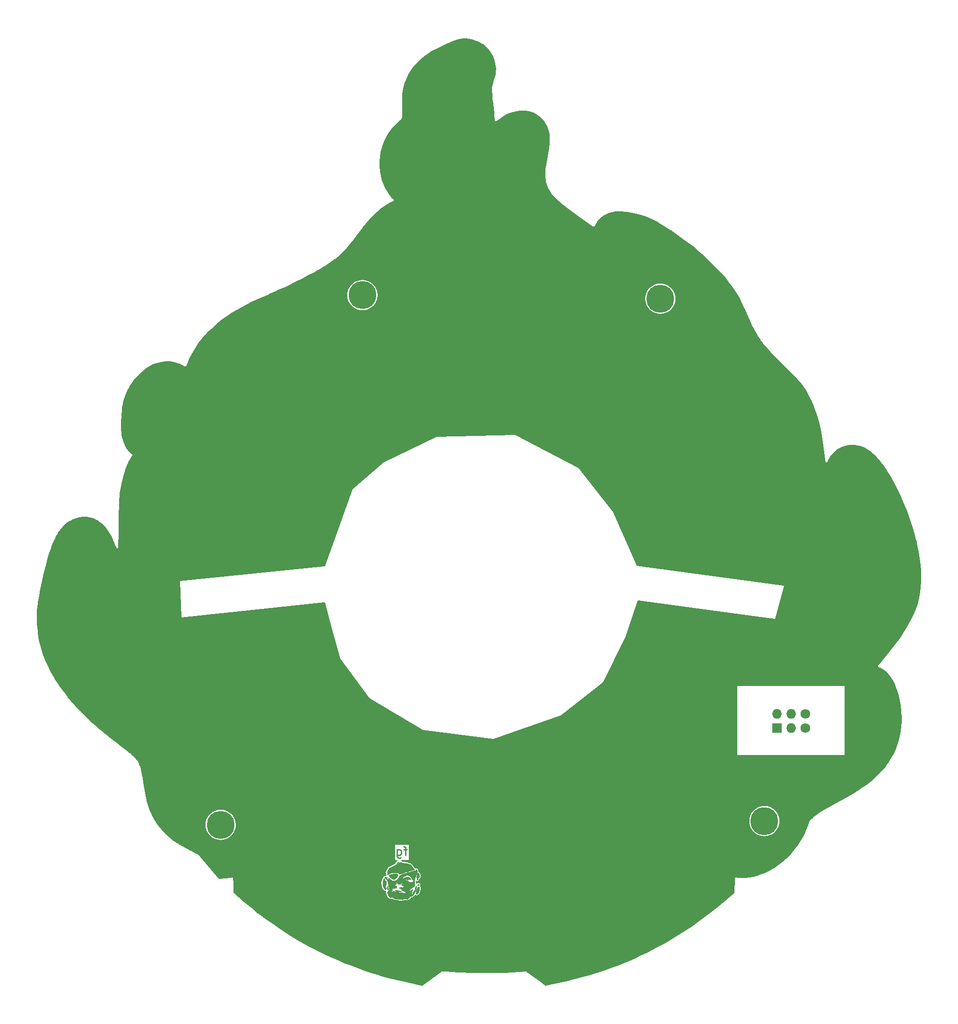
<source format=gbr>
%TF.GenerationSoftware,KiCad,Pcbnew,9.0.3*%
%TF.CreationDate,2026-01-04T11:16:32-06:00*%
%TF.ProjectId,CC14_Outer,43433134-5f4f-4757-9465-722e6b696361,v1*%
%TF.SameCoordinates,Original*%
%TF.FileFunction,Copper,L2,Bot*%
%TF.FilePolarity,Positive*%
%FSLAX46Y46*%
G04 Gerber Fmt 4.6, Leading zero omitted, Abs format (unit mm)*
G04 Created by KiCad (PCBNEW 9.0.3) date 2026-01-04 11:16:32*
%MOMM*%
%LPD*%
G01*
G04 APERTURE LIST*
%ADD10C,0.250000*%
%TA.AperFunction,NonConductor*%
%ADD11C,0.250000*%
%TD*%
%TA.AperFunction,EtchedComponent*%
%ADD12C,0.010000*%
%TD*%
%TA.AperFunction,ComponentPad*%
%ADD13C,5.000000*%
%TD*%
%TA.AperFunction,ComponentPad*%
%ADD14O,1.727200X1.727200*%
%TD*%
%TA.AperFunction,ComponentPad*%
%ADD15R,1.727200X1.727200*%
%TD*%
%TA.AperFunction,ComponentPad*%
%ADD16C,1.727200*%
%TD*%
G04 APERTURE END LIST*
D10*
D11*
X83548619Y-164229634D02*
X82961952Y-164229634D01*
X83328619Y-165256301D02*
X83328619Y-163936301D01*
X83328619Y-163936301D02*
X83255286Y-163789634D01*
X83255286Y-163789634D02*
X83108619Y-163716301D01*
X83108619Y-163716301D02*
X82961952Y-163716301D01*
X81788619Y-164229634D02*
X81788619Y-165476301D01*
X81788619Y-165476301D02*
X81861952Y-165622968D01*
X81861952Y-165622968D02*
X81935286Y-165696301D01*
X81935286Y-165696301D02*
X82081952Y-165769634D01*
X82081952Y-165769634D02*
X82301952Y-165769634D01*
X82301952Y-165769634D02*
X82448619Y-165696301D01*
X81788619Y-165182968D02*
X81935286Y-165256301D01*
X81935286Y-165256301D02*
X82228619Y-165256301D01*
X82228619Y-165256301D02*
X82375286Y-165182968D01*
X82375286Y-165182968D02*
X82448619Y-165109634D01*
X82448619Y-165109634D02*
X82521952Y-164962968D01*
X82521952Y-164962968D02*
X82521952Y-164522968D01*
X82521952Y-164522968D02*
X82448619Y-164376301D01*
X82448619Y-164376301D02*
X82375286Y-164302968D01*
X82375286Y-164302968D02*
X82228619Y-164229634D01*
X82228619Y-164229634D02*
X81935286Y-164229634D01*
X81935286Y-164229634D02*
X81788619Y-164302968D01*
D12*
%TO.C,G\u002A\u002A\u002A*%
X83646198Y-169655661D02*
X83661413Y-169676167D01*
X83658586Y-169707608D01*
X83649092Y-169718870D01*
X83622302Y-169723483D01*
X83600651Y-169713830D01*
X83593670Y-169687668D01*
X83599603Y-169662815D01*
X83622302Y-169651852D01*
X83646198Y-169655661D01*
%TA.AperFunction,EtchedComponent*%
G36*
X83646198Y-169655661D02*
G01*
X83661413Y-169676167D01*
X83658586Y-169707608D01*
X83649092Y-169718870D01*
X83622302Y-169723483D01*
X83600651Y-169713830D01*
X83593670Y-169687668D01*
X83599603Y-169662815D01*
X83622302Y-169651852D01*
X83646198Y-169655661D01*
G37*
%TD.AperFunction*%
X85683005Y-170443133D02*
X85719879Y-170465728D01*
X85747896Y-170498060D01*
X85759020Y-170532820D01*
X85750741Y-170557860D01*
X85722739Y-170591231D01*
X85679476Y-170624897D01*
X85625670Y-170654552D01*
X85578444Y-170672307D01*
X85533134Y-170676729D01*
X85498840Y-170661278D01*
X85472151Y-170625303D01*
X85469413Y-170619934D01*
X85460244Y-170595589D01*
X85463411Y-170574305D01*
X85480076Y-170544180D01*
X85510639Y-170507815D01*
X85556927Y-170472194D01*
X85607617Y-170446709D01*
X85653629Y-170436968D01*
X85683005Y-170443133D01*
%TA.AperFunction,EtchedComponent*%
G36*
X85683005Y-170443133D02*
G01*
X85719879Y-170465728D01*
X85747896Y-170498060D01*
X85759020Y-170532820D01*
X85750741Y-170557860D01*
X85722739Y-170591231D01*
X85679476Y-170624897D01*
X85625670Y-170654552D01*
X85578444Y-170672307D01*
X85533134Y-170676729D01*
X85498840Y-170661278D01*
X85472151Y-170625303D01*
X85469413Y-170619934D01*
X85460244Y-170595589D01*
X85463411Y-170574305D01*
X85480076Y-170544180D01*
X85510639Y-170507815D01*
X85556927Y-170472194D01*
X85607617Y-170446709D01*
X85653629Y-170436968D01*
X85683005Y-170443133D01*
G37*
%TD.AperFunction*%
X81998151Y-166480785D02*
X82026605Y-166499224D01*
X82037920Y-166524358D01*
X82034461Y-166534660D01*
X82015318Y-166561515D01*
X81983553Y-166596550D01*
X81943897Y-166635241D01*
X81901079Y-166673066D01*
X81859832Y-166705502D01*
X81824885Y-166728026D01*
X81808518Y-166736231D01*
X81769791Y-166748892D01*
X81746045Y-166742947D01*
X81735316Y-166718180D01*
X81735127Y-166711378D01*
X81746092Y-166677975D01*
X81772059Y-166636257D01*
X81808404Y-166591126D01*
X81850501Y-166547488D01*
X81893725Y-166510246D01*
X81933452Y-166484304D01*
X81965057Y-166474568D01*
X81998151Y-166480785D01*
%TA.AperFunction,EtchedComponent*%
G36*
X81998151Y-166480785D02*
G01*
X82026605Y-166499224D01*
X82037920Y-166524358D01*
X82034461Y-166534660D01*
X82015318Y-166561515D01*
X81983553Y-166596550D01*
X81943897Y-166635241D01*
X81901079Y-166673066D01*
X81859832Y-166705502D01*
X81824885Y-166728026D01*
X81808518Y-166736231D01*
X81769791Y-166748892D01*
X81746045Y-166742947D01*
X81735316Y-166718180D01*
X81735127Y-166711378D01*
X81746092Y-166677975D01*
X81772059Y-166636257D01*
X81808404Y-166591126D01*
X81850501Y-166547488D01*
X81893725Y-166510246D01*
X81933452Y-166484304D01*
X81965057Y-166474568D01*
X81998151Y-166480785D01*
G37*
%TD.AperFunction*%
X80133219Y-170777082D02*
X80135295Y-170779820D01*
X80149177Y-170808526D01*
X80161796Y-170854852D01*
X80173504Y-170920743D01*
X80184659Y-171008144D01*
X80195614Y-171118999D01*
X80200596Y-171166161D01*
X80209116Y-171226198D01*
X80218595Y-171275947D01*
X80227752Y-171307875D01*
X80240896Y-171342764D01*
X80245074Y-171372912D01*
X80233935Y-171394482D01*
X80205945Y-171415007D01*
X80183355Y-171427905D01*
X80152117Y-171438242D01*
X80125894Y-171430802D01*
X80095422Y-171404723D01*
X80081252Y-171387109D01*
X80056742Y-171332174D01*
X80040647Y-171255171D01*
X80033195Y-171157475D01*
X80034617Y-171040460D01*
X80035765Y-171018345D01*
X80043751Y-170923423D01*
X80055507Y-170849136D01*
X80070683Y-170796421D01*
X80088927Y-170766217D01*
X80109889Y-170759458D01*
X80133219Y-170777082D01*
%TA.AperFunction,EtchedComponent*%
G36*
X80133219Y-170777082D02*
G01*
X80135295Y-170779820D01*
X80149177Y-170808526D01*
X80161796Y-170854852D01*
X80173504Y-170920743D01*
X80184659Y-171008144D01*
X80195614Y-171118999D01*
X80200596Y-171166161D01*
X80209116Y-171226198D01*
X80218595Y-171275947D01*
X80227752Y-171307875D01*
X80240896Y-171342764D01*
X80245074Y-171372912D01*
X80233935Y-171394482D01*
X80205945Y-171415007D01*
X80183355Y-171427905D01*
X80152117Y-171438242D01*
X80125894Y-171430802D01*
X80095422Y-171404723D01*
X80081252Y-171387109D01*
X80056742Y-171332174D01*
X80040647Y-171255171D01*
X80033195Y-171157475D01*
X80034617Y-171040460D01*
X80035765Y-171018345D01*
X80043751Y-170923423D01*
X80055507Y-170849136D01*
X80070683Y-170796421D01*
X80088927Y-170766217D01*
X80109889Y-170759458D01*
X80133219Y-170777082D01*
G37*
%TD.AperFunction*%
X81783974Y-171551874D02*
X81876967Y-171558657D01*
X81969003Y-171568793D01*
X82055434Y-171582077D01*
X82131614Y-171598304D01*
X82191674Y-171615576D01*
X82264688Y-171641459D01*
X82334654Y-171670975D01*
X82398053Y-171702219D01*
X82451363Y-171733281D01*
X82491066Y-171762256D01*
X82513639Y-171787236D01*
X82515564Y-171806314D01*
X82505596Y-171814338D01*
X82485164Y-171819080D01*
X82451462Y-171820234D01*
X82401528Y-171817749D01*
X82332401Y-171811575D01*
X82241120Y-171801662D01*
X82132161Y-171788154D01*
X81999857Y-171768699D01*
X81877974Y-171747372D01*
X81768160Y-171724675D01*
X81672065Y-171701107D01*
X81591338Y-171677169D01*
X81527628Y-171653363D01*
X81482585Y-171630187D01*
X81457857Y-171608143D01*
X81455094Y-171587732D01*
X81475945Y-171569453D01*
X81495376Y-171562360D01*
X81545725Y-171553687D01*
X81613706Y-171549185D01*
X81694671Y-171548649D01*
X81783974Y-171551874D01*
%TA.AperFunction,EtchedComponent*%
G36*
X81783974Y-171551874D02*
G01*
X81876967Y-171558657D01*
X81969003Y-171568793D01*
X82055434Y-171582077D01*
X82131614Y-171598304D01*
X82191674Y-171615576D01*
X82264688Y-171641459D01*
X82334654Y-171670975D01*
X82398053Y-171702219D01*
X82451363Y-171733281D01*
X82491066Y-171762256D01*
X82513639Y-171787236D01*
X82515564Y-171806314D01*
X82505596Y-171814338D01*
X82485164Y-171819080D01*
X82451462Y-171820234D01*
X82401528Y-171817749D01*
X82332401Y-171811575D01*
X82241120Y-171801662D01*
X82132161Y-171788154D01*
X81999857Y-171768699D01*
X81877974Y-171747372D01*
X81768160Y-171724675D01*
X81672065Y-171701107D01*
X81591338Y-171677169D01*
X81527628Y-171653363D01*
X81482585Y-171630187D01*
X81457857Y-171608143D01*
X81455094Y-171587732D01*
X81475945Y-171569453D01*
X81495376Y-171562360D01*
X81545725Y-171553687D01*
X81613706Y-171549185D01*
X81694671Y-171548649D01*
X81783974Y-171551874D01*
G37*
%TD.AperFunction*%
X79665232Y-169184411D02*
X79719230Y-169200362D01*
X79739351Y-169206034D01*
X79806226Y-169214386D01*
X79879968Y-169211914D01*
X79948770Y-169198703D01*
X79969974Y-169198055D01*
X79999570Y-169209798D01*
X80010070Y-169219377D01*
X80019203Y-169237756D01*
X80023178Y-169267996D01*
X80023498Y-169316822D01*
X80019535Y-169369659D01*
X80007861Y-169438809D01*
X79990634Y-169507227D01*
X79969976Y-169566693D01*
X79948010Y-169608991D01*
X79941280Y-169617665D01*
X79920100Y-169632491D01*
X79897514Y-169626958D01*
X79871260Y-169599837D01*
X79839076Y-169549901D01*
X79811901Y-169504924D01*
X79778500Y-169457983D01*
X79746243Y-169426153D01*
X79709919Y-169404622D01*
X79664315Y-169388578D01*
X79649326Y-169384151D01*
X79588695Y-169361706D01*
X79551715Y-169337205D01*
X79536942Y-169308219D01*
X79542928Y-169272316D01*
X79568228Y-169227066D01*
X79575432Y-169216888D01*
X79599698Y-169191548D01*
X79627509Y-169181098D01*
X79665232Y-169184411D01*
%TA.AperFunction,EtchedComponent*%
G36*
X79665232Y-169184411D02*
G01*
X79719230Y-169200362D01*
X79739351Y-169206034D01*
X79806226Y-169214386D01*
X79879968Y-169211914D01*
X79948770Y-169198703D01*
X79969974Y-169198055D01*
X79999570Y-169209798D01*
X80010070Y-169219377D01*
X80019203Y-169237756D01*
X80023178Y-169267996D01*
X80023498Y-169316822D01*
X80019535Y-169369659D01*
X80007861Y-169438809D01*
X79990634Y-169507227D01*
X79969976Y-169566693D01*
X79948010Y-169608991D01*
X79941280Y-169617665D01*
X79920100Y-169632491D01*
X79897514Y-169626958D01*
X79871260Y-169599837D01*
X79839076Y-169549901D01*
X79811901Y-169504924D01*
X79778500Y-169457983D01*
X79746243Y-169426153D01*
X79709919Y-169404622D01*
X79664315Y-169388578D01*
X79649326Y-169384151D01*
X79588695Y-169361706D01*
X79551715Y-169337205D01*
X79536942Y-169308219D01*
X79542928Y-169272316D01*
X79568228Y-169227066D01*
X79575432Y-169216888D01*
X79599698Y-169191548D01*
X79627509Y-169181098D01*
X79665232Y-169184411D01*
G37*
%TD.AperFunction*%
X85570877Y-170944973D02*
X85575535Y-170951378D01*
X85594464Y-170994146D01*
X85609615Y-171055954D01*
X85620420Y-171131753D01*
X85626314Y-171216493D01*
X85626730Y-171305123D01*
X85621101Y-171392594D01*
X85616985Y-171428422D01*
X85606138Y-171492628D01*
X85590596Y-171546026D01*
X85567775Y-171598607D01*
X85552666Y-171626231D01*
X85509096Y-171688531D01*
X85456525Y-171747418D01*
X85401270Y-171796238D01*
X85349647Y-171828341D01*
X85340534Y-171832011D01*
X85295183Y-171841516D01*
X85247114Y-171841135D01*
X85205314Y-171831634D01*
X85178768Y-171813779D01*
X85173067Y-171804650D01*
X85161499Y-171759766D01*
X85165537Y-171697513D01*
X85185297Y-171617092D01*
X85220893Y-171517702D01*
X85234167Y-171484835D01*
X85284858Y-171366471D01*
X85334236Y-171262092D01*
X85380565Y-171175219D01*
X85422111Y-171109374D01*
X85436727Y-171087410D01*
X85462031Y-171042812D01*
X85478789Y-171004638D01*
X85480753Y-170999113D01*
X85499495Y-170963275D01*
X85521867Y-170938266D01*
X85536256Y-170928988D01*
X85552955Y-170927305D01*
X85570877Y-170944973D01*
%TA.AperFunction,EtchedComponent*%
G36*
X85570877Y-170944973D02*
G01*
X85575535Y-170951378D01*
X85594464Y-170994146D01*
X85609615Y-171055954D01*
X85620420Y-171131753D01*
X85626314Y-171216493D01*
X85626730Y-171305123D01*
X85621101Y-171392594D01*
X85616985Y-171428422D01*
X85606138Y-171492628D01*
X85590596Y-171546026D01*
X85567775Y-171598607D01*
X85552666Y-171626231D01*
X85509096Y-171688531D01*
X85456525Y-171747418D01*
X85401270Y-171796238D01*
X85349647Y-171828341D01*
X85340534Y-171832011D01*
X85295183Y-171841516D01*
X85247114Y-171841135D01*
X85205314Y-171831634D01*
X85178768Y-171813779D01*
X85173067Y-171804650D01*
X85161499Y-171759766D01*
X85165537Y-171697513D01*
X85185297Y-171617092D01*
X85220893Y-171517702D01*
X85234167Y-171484835D01*
X85284858Y-171366471D01*
X85334236Y-171262092D01*
X85380565Y-171175219D01*
X85422111Y-171109374D01*
X85436727Y-171087410D01*
X85462031Y-171042812D01*
X85478789Y-171004638D01*
X85480753Y-170999113D01*
X85499495Y-170963275D01*
X85521867Y-170938266D01*
X85536256Y-170928988D01*
X85552955Y-170927305D01*
X85570877Y-170944973D01*
G37*
%TD.AperFunction*%
X85753523Y-170965571D02*
X85778694Y-170988587D01*
X85793676Y-171026236D01*
X85802774Y-171086549D01*
X85804959Y-171163205D01*
X85800755Y-171252156D01*
X85790691Y-171349351D01*
X85775293Y-171450740D01*
X85755089Y-171552273D01*
X85730604Y-171649899D01*
X85702366Y-171739568D01*
X85670902Y-171817231D01*
X85654277Y-171850871D01*
X85609954Y-171928481D01*
X85559071Y-172004765D01*
X85505081Y-172075382D01*
X85451434Y-172135987D01*
X85401580Y-172182240D01*
X85358970Y-172209796D01*
X85358419Y-172210040D01*
X85326954Y-172221944D01*
X85304365Y-172227170D01*
X85293312Y-172226352D01*
X85253868Y-172210824D01*
X85212139Y-172180456D01*
X85174472Y-172141478D01*
X85147216Y-172100123D01*
X85136720Y-172062620D01*
X85137627Y-172049478D01*
X85148943Y-172019643D01*
X85175688Y-171992313D01*
X85220990Y-171964838D01*
X85287975Y-171934573D01*
X85347080Y-171909223D01*
X85446205Y-171860442D01*
X85523333Y-171812117D01*
X85580609Y-171762556D01*
X85620173Y-171710064D01*
X85644170Y-171652946D01*
X85646607Y-171641259D01*
X85651603Y-171601729D01*
X85656730Y-171543493D01*
X85661668Y-171470953D01*
X85666099Y-171388510D01*
X85669703Y-171300568D01*
X85671585Y-171249631D01*
X85675125Y-171168074D01*
X85678883Y-171096460D01*
X85682626Y-171038651D01*
X85686119Y-170998508D01*
X85689129Y-170979893D01*
X85698426Y-170966924D01*
X85723831Y-170958065D01*
X85753523Y-170965571D01*
%TA.AperFunction,EtchedComponent*%
G36*
X85753523Y-170965571D02*
G01*
X85778694Y-170988587D01*
X85793676Y-171026236D01*
X85802774Y-171086549D01*
X85804959Y-171163205D01*
X85800755Y-171252156D01*
X85790691Y-171349351D01*
X85775293Y-171450740D01*
X85755089Y-171552273D01*
X85730604Y-171649899D01*
X85702366Y-171739568D01*
X85670902Y-171817231D01*
X85654277Y-171850871D01*
X85609954Y-171928481D01*
X85559071Y-172004765D01*
X85505081Y-172075382D01*
X85451434Y-172135987D01*
X85401580Y-172182240D01*
X85358970Y-172209796D01*
X85358419Y-172210040D01*
X85326954Y-172221944D01*
X85304365Y-172227170D01*
X85293312Y-172226352D01*
X85253868Y-172210824D01*
X85212139Y-172180456D01*
X85174472Y-172141478D01*
X85147216Y-172100123D01*
X85136720Y-172062620D01*
X85137627Y-172049478D01*
X85148943Y-172019643D01*
X85175688Y-171992313D01*
X85220990Y-171964838D01*
X85287975Y-171934573D01*
X85347080Y-171909223D01*
X85446205Y-171860442D01*
X85523333Y-171812117D01*
X85580609Y-171762556D01*
X85620173Y-171710064D01*
X85644170Y-171652946D01*
X85646607Y-171641259D01*
X85651603Y-171601729D01*
X85656730Y-171543493D01*
X85661668Y-171470953D01*
X85666099Y-171388510D01*
X85669703Y-171300568D01*
X85671585Y-171249631D01*
X85675125Y-171168074D01*
X85678883Y-171096460D01*
X85682626Y-171038651D01*
X85686119Y-170998508D01*
X85689129Y-170979893D01*
X85698426Y-170966924D01*
X85723831Y-170958065D01*
X85753523Y-170965571D01*
G37*
%TD.AperFunction*%
X85226642Y-170764012D02*
X85238441Y-170786533D01*
X85245193Y-170810616D01*
X85250358Y-170875178D01*
X85244055Y-170958009D01*
X85226413Y-171056227D01*
X85223989Y-171067590D01*
X85212947Y-171132044D01*
X85205497Y-171196930D01*
X85203141Y-171249768D01*
X85203231Y-171269357D01*
X85200767Y-171308742D01*
X85192788Y-171345663D01*
X85177110Y-171388392D01*
X85151550Y-171445200D01*
X85141123Y-171468295D01*
X85112093Y-171539457D01*
X85083778Y-171617082D01*
X85061063Y-171688065D01*
X85015477Y-171828064D01*
X84946703Y-171995558D01*
X84866970Y-172150474D01*
X84778458Y-172288666D01*
X84683348Y-172405990D01*
X84673771Y-172416172D01*
X84640002Y-172449532D01*
X84612590Y-172472877D01*
X84596731Y-172481668D01*
X84589765Y-172480035D01*
X84566852Y-172463379D01*
X84542190Y-172435432D01*
X84522480Y-172404545D01*
X84514420Y-172379069D01*
X84515231Y-172371720D01*
X84522449Y-172340931D01*
X84535534Y-172296265D01*
X84552520Y-172244661D01*
X84562760Y-172214823D01*
X84579270Y-172162651D01*
X84587385Y-172125109D01*
X84587491Y-172095886D01*
X84579974Y-172068676D01*
X84565220Y-172037168D01*
X84560368Y-172027353D01*
X84542902Y-171977072D01*
X84544476Y-171933483D01*
X84565081Y-171887943D01*
X84575230Y-171872866D01*
X84602820Y-171848322D01*
X84631803Y-171847595D01*
X84663575Y-171871006D01*
X84699531Y-171918875D01*
X84724041Y-171955827D01*
X84739987Y-171974786D01*
X84750365Y-171977735D01*
X84758821Y-171967675D01*
X84759457Y-171966429D01*
X84765038Y-171939056D01*
X84766815Y-171892133D01*
X84764571Y-171830821D01*
X84763457Y-171810174D01*
X84762570Y-171756692D01*
X84764569Y-171712607D01*
X84769201Y-171685865D01*
X84774554Y-171673636D01*
X84786368Y-171661351D01*
X84808265Y-171657166D01*
X84847825Y-171658437D01*
X84884289Y-171660112D01*
X84905752Y-171657300D01*
X84914827Y-171646488D01*
X84918264Y-171624418D01*
X84921667Y-171601159D01*
X84938762Y-171535000D01*
X84966313Y-171459596D01*
X85001502Y-171383118D01*
X85014073Y-171357890D01*
X85028240Y-171323669D01*
X85035768Y-171290798D01*
X85038356Y-171250375D01*
X85037702Y-171193499D01*
X85037333Y-171176908D01*
X85037536Y-171123596D01*
X85041428Y-171085356D01*
X85050340Y-171053987D01*
X85065600Y-171021286D01*
X85074619Y-171003107D01*
X85095415Y-170954853D01*
X85110026Y-170912455D01*
X85114810Y-170896545D01*
X85138574Y-170840648D01*
X85168383Y-170795154D01*
X85199661Y-170767467D01*
X85211436Y-170762022D01*
X85226642Y-170764012D01*
%TA.AperFunction,EtchedComponent*%
G36*
X85226642Y-170764012D02*
G01*
X85238441Y-170786533D01*
X85245193Y-170810616D01*
X85250358Y-170875178D01*
X85244055Y-170958009D01*
X85226413Y-171056227D01*
X85223989Y-171067590D01*
X85212947Y-171132044D01*
X85205497Y-171196930D01*
X85203141Y-171249768D01*
X85203231Y-171269357D01*
X85200767Y-171308742D01*
X85192788Y-171345663D01*
X85177110Y-171388392D01*
X85151550Y-171445200D01*
X85141123Y-171468295D01*
X85112093Y-171539457D01*
X85083778Y-171617082D01*
X85061063Y-171688065D01*
X85015477Y-171828064D01*
X84946703Y-171995558D01*
X84866970Y-172150474D01*
X84778458Y-172288666D01*
X84683348Y-172405990D01*
X84673771Y-172416172D01*
X84640002Y-172449532D01*
X84612590Y-172472877D01*
X84596731Y-172481668D01*
X84589765Y-172480035D01*
X84566852Y-172463379D01*
X84542190Y-172435432D01*
X84522480Y-172404545D01*
X84514420Y-172379069D01*
X84515231Y-172371720D01*
X84522449Y-172340931D01*
X84535534Y-172296265D01*
X84552520Y-172244661D01*
X84562760Y-172214823D01*
X84579270Y-172162651D01*
X84587385Y-172125109D01*
X84587491Y-172095886D01*
X84579974Y-172068676D01*
X84565220Y-172037168D01*
X84560368Y-172027353D01*
X84542902Y-171977072D01*
X84544476Y-171933483D01*
X84565081Y-171887943D01*
X84575230Y-171872866D01*
X84602820Y-171848322D01*
X84631803Y-171847595D01*
X84663575Y-171871006D01*
X84699531Y-171918875D01*
X84724041Y-171955827D01*
X84739987Y-171974786D01*
X84750365Y-171977735D01*
X84758821Y-171967675D01*
X84759457Y-171966429D01*
X84765038Y-171939056D01*
X84766815Y-171892133D01*
X84764571Y-171830821D01*
X84763457Y-171810174D01*
X84762570Y-171756692D01*
X84764569Y-171712607D01*
X84769201Y-171685865D01*
X84774554Y-171673636D01*
X84786368Y-171661351D01*
X84808265Y-171657166D01*
X84847825Y-171658437D01*
X84884289Y-171660112D01*
X84905752Y-171657300D01*
X84914827Y-171646488D01*
X84918264Y-171624418D01*
X84921667Y-171601159D01*
X84938762Y-171535000D01*
X84966313Y-171459596D01*
X85001502Y-171383118D01*
X85014073Y-171357890D01*
X85028240Y-171323669D01*
X85035768Y-171290798D01*
X85038356Y-171250375D01*
X85037702Y-171193499D01*
X85037333Y-171176908D01*
X85037536Y-171123596D01*
X85041428Y-171085356D01*
X85050340Y-171053987D01*
X85065600Y-171021286D01*
X85074619Y-171003107D01*
X85095415Y-170954853D01*
X85110026Y-170912455D01*
X85114810Y-170896545D01*
X85138574Y-170840648D01*
X85168383Y-170795154D01*
X85199661Y-170767467D01*
X85211436Y-170762022D01*
X85226642Y-170764012D01*
G37*
%TD.AperFunction*%
X79464509Y-169461337D02*
X79491161Y-169479888D01*
X79520097Y-169511444D01*
X79545515Y-169549115D01*
X79561614Y-169586012D01*
X79565594Y-169602435D01*
X79573199Y-169679898D01*
X79566878Y-169763116D01*
X79547306Y-169840068D01*
X79496415Y-169996952D01*
X79455091Y-170188167D01*
X79437909Y-170374952D01*
X79445039Y-170556130D01*
X79451138Y-170605673D01*
X79463042Y-170671051D01*
X79477828Y-170715427D01*
X79496550Y-170741553D01*
X79520264Y-170752176D01*
X79532173Y-170752379D01*
X79545284Y-170743040D01*
X79548085Y-170718872D01*
X79540634Y-170677054D01*
X79522986Y-170614768D01*
X79520165Y-170605479D01*
X79493034Y-170478493D01*
X79489593Y-170357581D01*
X79509751Y-170240107D01*
X79526520Y-170185357D01*
X79554581Y-170109980D01*
X79587145Y-170035697D01*
X79622107Y-169966335D01*
X79657359Y-169905723D01*
X79690797Y-169857689D01*
X79720314Y-169826061D01*
X79743804Y-169814668D01*
X79759109Y-169825030D01*
X79780695Y-169853201D01*
X79804791Y-169893311D01*
X79827875Y-169939483D01*
X79846422Y-169985839D01*
X79848662Y-169992812D01*
X79861997Y-170060836D01*
X79867159Y-170144157D01*
X79864626Y-170235155D01*
X79854875Y-170326209D01*
X79838381Y-170409699D01*
X79815622Y-170478003D01*
X79811113Y-170489076D01*
X79796321Y-170533274D01*
X79780451Y-170589574D01*
X79766243Y-170648516D01*
X79761920Y-170667297D01*
X79745153Y-170728914D01*
X79726168Y-170786288D01*
X79708298Y-170829035D01*
X79696645Y-170852809D01*
X79680846Y-170892930D01*
X79675890Y-170927725D01*
X79683195Y-170961855D01*
X79704181Y-170999982D01*
X79740267Y-171046768D01*
X79792871Y-171106876D01*
X79798725Y-171113463D01*
X79824368Y-171146197D01*
X79834786Y-171171118D01*
X79833422Y-171195776D01*
X79822213Y-171225436D01*
X79797728Y-171270097D01*
X79766154Y-171317932D01*
X79732998Y-171360688D01*
X79703768Y-171390111D01*
X79675496Y-171407340D01*
X79649836Y-171414868D01*
X79634682Y-171411833D01*
X79599137Y-171389897D01*
X79557557Y-171349614D01*
X79512378Y-171294362D01*
X79466035Y-171227519D01*
X79420965Y-171152462D01*
X79379601Y-171072571D01*
X79344381Y-170991222D01*
X79297192Y-170854245D01*
X79248080Y-170656018D01*
X79219872Y-170455853D01*
X79212835Y-170257421D01*
X79227237Y-170064389D01*
X79263346Y-169880427D01*
X79267865Y-169863636D01*
X79293795Y-169776964D01*
X79322587Y-169694177D01*
X79352675Y-169618721D01*
X79382497Y-169554038D01*
X79410488Y-169503572D01*
X79435085Y-169470768D01*
X79454722Y-169459068D01*
X79464509Y-169461337D01*
%TA.AperFunction,EtchedComponent*%
G36*
X79464509Y-169461337D02*
G01*
X79491161Y-169479888D01*
X79520097Y-169511444D01*
X79545515Y-169549115D01*
X79561614Y-169586012D01*
X79565594Y-169602435D01*
X79573199Y-169679898D01*
X79566878Y-169763116D01*
X79547306Y-169840068D01*
X79496415Y-169996952D01*
X79455091Y-170188167D01*
X79437909Y-170374952D01*
X79445039Y-170556130D01*
X79451138Y-170605673D01*
X79463042Y-170671051D01*
X79477828Y-170715427D01*
X79496550Y-170741553D01*
X79520264Y-170752176D01*
X79532173Y-170752379D01*
X79545284Y-170743040D01*
X79548085Y-170718872D01*
X79540634Y-170677054D01*
X79522986Y-170614768D01*
X79520165Y-170605479D01*
X79493034Y-170478493D01*
X79489593Y-170357581D01*
X79509751Y-170240107D01*
X79526520Y-170185357D01*
X79554581Y-170109980D01*
X79587145Y-170035697D01*
X79622107Y-169966335D01*
X79657359Y-169905723D01*
X79690797Y-169857689D01*
X79720314Y-169826061D01*
X79743804Y-169814668D01*
X79759109Y-169825030D01*
X79780695Y-169853201D01*
X79804791Y-169893311D01*
X79827875Y-169939483D01*
X79846422Y-169985839D01*
X79848662Y-169992812D01*
X79861997Y-170060836D01*
X79867159Y-170144157D01*
X79864626Y-170235155D01*
X79854875Y-170326209D01*
X79838381Y-170409699D01*
X79815622Y-170478003D01*
X79811113Y-170489076D01*
X79796321Y-170533274D01*
X79780451Y-170589574D01*
X79766243Y-170648516D01*
X79761920Y-170667297D01*
X79745153Y-170728914D01*
X79726168Y-170786288D01*
X79708298Y-170829035D01*
X79696645Y-170852809D01*
X79680846Y-170892930D01*
X79675890Y-170927725D01*
X79683195Y-170961855D01*
X79704181Y-170999982D01*
X79740267Y-171046768D01*
X79792871Y-171106876D01*
X79798725Y-171113463D01*
X79824368Y-171146197D01*
X79834786Y-171171118D01*
X79833422Y-171195776D01*
X79822213Y-171225436D01*
X79797728Y-171270097D01*
X79766154Y-171317932D01*
X79732998Y-171360688D01*
X79703768Y-171390111D01*
X79675496Y-171407340D01*
X79649836Y-171414868D01*
X79634682Y-171411833D01*
X79599137Y-171389897D01*
X79557557Y-171349614D01*
X79512378Y-171294362D01*
X79466035Y-171227519D01*
X79420965Y-171152462D01*
X79379601Y-171072571D01*
X79344381Y-170991222D01*
X79297192Y-170854245D01*
X79248080Y-170656018D01*
X79219872Y-170455853D01*
X79212835Y-170257421D01*
X79227237Y-170064389D01*
X79263346Y-169880427D01*
X79267865Y-169863636D01*
X79293795Y-169776964D01*
X79322587Y-169694177D01*
X79352675Y-169618721D01*
X79382497Y-169554038D01*
X79410488Y-169503572D01*
X79435085Y-169470768D01*
X79454722Y-169459068D01*
X79464509Y-169461337D01*
G37*
%TD.AperFunction*%
X82377219Y-166513632D02*
X82418920Y-166515604D01*
X82428756Y-166516039D01*
X82512954Y-166524174D01*
X82573425Y-166539209D01*
X82609902Y-166561047D01*
X82622120Y-166589592D01*
X82618826Y-166605131D01*
X82603070Y-166622375D01*
X82591786Y-166632105D01*
X82584020Y-166657292D01*
X82576795Y-166679382D01*
X82547130Y-166698823D01*
X82523893Y-166713207D01*
X82492768Y-166742395D01*
X82462906Y-166777960D01*
X82440469Y-166812452D01*
X82431620Y-166838423D01*
X82440842Y-166853549D01*
X82465885Y-166855491D01*
X82502277Y-166846010D01*
X82545545Y-166827067D01*
X82591219Y-166800623D01*
X82634824Y-166768638D01*
X82671890Y-166733074D01*
X82688118Y-166715499D01*
X82718386Y-166688884D01*
X82751337Y-166670430D01*
X82790650Y-166659717D01*
X82840007Y-166656324D01*
X82903088Y-166659831D01*
X82983574Y-166669817D01*
X83085146Y-166685862D01*
X83135490Y-166693119D01*
X83208809Y-166701533D01*
X83288552Y-166708970D01*
X83364546Y-166714391D01*
X83412826Y-166717335D01*
X83470470Y-166722061D01*
X83514624Y-166728389D01*
X83552484Y-166737838D01*
X83591250Y-166751929D01*
X83638120Y-166772183D01*
X83704047Y-166801578D01*
X83778333Y-166834246D01*
X83835508Y-166858475D01*
X83879051Y-166875507D01*
X83912444Y-166886584D01*
X83939168Y-166892948D01*
X83962703Y-166895841D01*
X83986529Y-166896505D01*
X84018570Y-166897070D01*
X84045213Y-166900402D01*
X84071369Y-166908777D01*
X84102435Y-166924470D01*
X84143806Y-166949757D01*
X84200878Y-166986914D01*
X84240039Y-167013928D01*
X84288887Y-167053927D01*
X84333117Y-167100352D01*
X84380999Y-167161203D01*
X84387244Y-167169542D01*
X84429325Y-167223295D01*
X84481522Y-167287031D01*
X84537794Y-167353474D01*
X84592100Y-167415353D01*
X84615486Y-167441583D01*
X84698660Y-167538206D01*
X84767134Y-167623461D01*
X84820103Y-167696188D01*
X84856763Y-167755229D01*
X84876309Y-167799422D01*
X84877939Y-167827609D01*
X84866471Y-167836969D01*
X84831421Y-167853122D01*
X84774573Y-167874326D01*
X84697496Y-167900094D01*
X84601758Y-167929939D01*
X84488928Y-167963375D01*
X84360574Y-167999914D01*
X84218266Y-168039069D01*
X84063570Y-168080355D01*
X83973780Y-168104005D01*
X83783170Y-168154466D01*
X83614149Y-168199668D01*
X83464592Y-168240260D01*
X83332372Y-168276889D01*
X83215365Y-168310205D01*
X83111446Y-168340854D01*
X83018487Y-168369484D01*
X82934365Y-168396745D01*
X82856954Y-168423284D01*
X82784128Y-168449749D01*
X82713762Y-168476788D01*
X82643730Y-168505049D01*
X82571908Y-168535181D01*
X82497663Y-168566194D01*
X82425940Y-168594159D01*
X82369391Y-168613275D01*
X82323899Y-168624911D01*
X82285347Y-168630437D01*
X82274232Y-168631251D01*
X82229364Y-168631651D01*
X82191335Y-168624498D01*
X82154014Y-168607122D01*
X82111270Y-168576854D01*
X82056970Y-168531026D01*
X81996332Y-168482380D01*
X81936629Y-168445856D01*
X81871626Y-168419096D01*
X81794637Y-168399356D01*
X81698979Y-168383886D01*
X81603414Y-168373930D01*
X81447580Y-168367813D01*
X81286072Y-168372427D01*
X81122713Y-168387049D01*
X80961327Y-168410959D01*
X80805736Y-168443434D01*
X80659765Y-168483753D01*
X80527235Y-168531195D01*
X80411970Y-168585038D01*
X80317794Y-168644561D01*
X80287343Y-168666773D01*
X80246614Y-168694529D01*
X80215470Y-168713577D01*
X80173935Y-168730667D01*
X80131723Y-168730871D01*
X80085636Y-168710114D01*
X80063707Y-168694539D01*
X80041889Y-168666791D01*
X80035768Y-168631508D01*
X80044959Y-168584258D01*
X80069072Y-168520610D01*
X80073993Y-168508940D01*
X80092856Y-168460219D01*
X80106476Y-168418676D01*
X80112184Y-168392268D01*
X80112358Y-168388092D01*
X80109351Y-168369697D01*
X80094443Y-168360782D01*
X80060885Y-168356661D01*
X80049470Y-168355466D01*
X80014564Y-168347252D01*
X79993412Y-168335348D01*
X79989569Y-168330320D01*
X79985910Y-168320467D01*
X79988410Y-168306409D01*
X79998853Y-168283788D01*
X80019026Y-168248243D01*
X80050712Y-168195418D01*
X80059663Y-168178957D01*
X80080511Y-168129186D01*
X80095196Y-168078791D01*
X80099268Y-168062344D01*
X80119787Y-168009404D01*
X80154343Y-167947405D01*
X80204538Y-167873690D01*
X80271975Y-167785601D01*
X80299667Y-167749559D01*
X80320513Y-167717036D01*
X80329093Y-167692531D01*
X80328238Y-167670232D01*
X80326547Y-167658449D01*
X80329891Y-167637284D01*
X80345768Y-167614834D01*
X80378161Y-167584242D01*
X80389802Y-167574767D01*
X80434469Y-167544726D01*
X80490189Y-167513239D01*
X80547602Y-167485748D01*
X80571884Y-167475095D01*
X80654519Y-167436580D01*
X80754323Y-167387394D01*
X80867879Y-167329302D01*
X80991768Y-167264072D01*
X81122571Y-167193469D01*
X81256870Y-167119261D01*
X81264153Y-167115192D01*
X81345797Y-167069918D01*
X81441511Y-167017317D01*
X81543705Y-166961537D01*
X81644786Y-166906721D01*
X81737163Y-166857014D01*
X81769612Y-166839532D01*
X81851346Y-166794595D01*
X81929775Y-166750296D01*
X82000095Y-166709413D01*
X82057502Y-166674720D01*
X82097191Y-166648994D01*
X82128540Y-166627149D01*
X82188782Y-166585124D01*
X82233798Y-166554598D01*
X82267779Y-166533834D01*
X82294920Y-166521094D01*
X82319411Y-166514639D01*
X82345447Y-166512731D01*
X82377219Y-166513632D01*
%TA.AperFunction,EtchedComponent*%
G36*
X82377219Y-166513632D02*
G01*
X82418920Y-166515604D01*
X82428756Y-166516039D01*
X82512954Y-166524174D01*
X82573425Y-166539209D01*
X82609902Y-166561047D01*
X82622120Y-166589592D01*
X82618826Y-166605131D01*
X82603070Y-166622375D01*
X82591786Y-166632105D01*
X82584020Y-166657292D01*
X82576795Y-166679382D01*
X82547130Y-166698823D01*
X82523893Y-166713207D01*
X82492768Y-166742395D01*
X82462906Y-166777960D01*
X82440469Y-166812452D01*
X82431620Y-166838423D01*
X82440842Y-166853549D01*
X82465885Y-166855491D01*
X82502277Y-166846010D01*
X82545545Y-166827067D01*
X82591219Y-166800623D01*
X82634824Y-166768638D01*
X82671890Y-166733074D01*
X82688118Y-166715499D01*
X82718386Y-166688884D01*
X82751337Y-166670430D01*
X82790650Y-166659717D01*
X82840007Y-166656324D01*
X82903088Y-166659831D01*
X82983574Y-166669817D01*
X83085146Y-166685862D01*
X83135490Y-166693119D01*
X83208809Y-166701533D01*
X83288552Y-166708970D01*
X83364546Y-166714391D01*
X83412826Y-166717335D01*
X83470470Y-166722061D01*
X83514624Y-166728389D01*
X83552484Y-166737838D01*
X83591250Y-166751929D01*
X83638120Y-166772183D01*
X83704047Y-166801578D01*
X83778333Y-166834246D01*
X83835508Y-166858475D01*
X83879051Y-166875507D01*
X83912444Y-166886584D01*
X83939168Y-166892948D01*
X83962703Y-166895841D01*
X83986529Y-166896505D01*
X84018570Y-166897070D01*
X84045213Y-166900402D01*
X84071369Y-166908777D01*
X84102435Y-166924470D01*
X84143806Y-166949757D01*
X84200878Y-166986914D01*
X84240039Y-167013928D01*
X84288887Y-167053927D01*
X84333117Y-167100352D01*
X84380999Y-167161203D01*
X84387244Y-167169542D01*
X84429325Y-167223295D01*
X84481522Y-167287031D01*
X84537794Y-167353474D01*
X84592100Y-167415353D01*
X84615486Y-167441583D01*
X84698660Y-167538206D01*
X84767134Y-167623461D01*
X84820103Y-167696188D01*
X84856763Y-167755229D01*
X84876309Y-167799422D01*
X84877939Y-167827609D01*
X84866471Y-167836969D01*
X84831421Y-167853122D01*
X84774573Y-167874326D01*
X84697496Y-167900094D01*
X84601758Y-167929939D01*
X84488928Y-167963375D01*
X84360574Y-167999914D01*
X84218266Y-168039069D01*
X84063570Y-168080355D01*
X83973780Y-168104005D01*
X83783170Y-168154466D01*
X83614149Y-168199668D01*
X83464592Y-168240260D01*
X83332372Y-168276889D01*
X83215365Y-168310205D01*
X83111446Y-168340854D01*
X83018487Y-168369484D01*
X82934365Y-168396745D01*
X82856954Y-168423284D01*
X82784128Y-168449749D01*
X82713762Y-168476788D01*
X82643730Y-168505049D01*
X82571908Y-168535181D01*
X82497663Y-168566194D01*
X82425940Y-168594159D01*
X82369391Y-168613275D01*
X82323899Y-168624911D01*
X82285347Y-168630437D01*
X82274232Y-168631251D01*
X82229364Y-168631651D01*
X82191335Y-168624498D01*
X82154014Y-168607122D01*
X82111270Y-168576854D01*
X82056970Y-168531026D01*
X81996332Y-168482380D01*
X81936629Y-168445856D01*
X81871626Y-168419096D01*
X81794637Y-168399356D01*
X81698979Y-168383886D01*
X81603414Y-168373930D01*
X81447580Y-168367813D01*
X81286072Y-168372427D01*
X81122713Y-168387049D01*
X80961327Y-168410959D01*
X80805736Y-168443434D01*
X80659765Y-168483753D01*
X80527235Y-168531195D01*
X80411970Y-168585038D01*
X80317794Y-168644561D01*
X80287343Y-168666773D01*
X80246614Y-168694529D01*
X80215470Y-168713577D01*
X80173935Y-168730667D01*
X80131723Y-168730871D01*
X80085636Y-168710114D01*
X80063707Y-168694539D01*
X80041889Y-168666791D01*
X80035768Y-168631508D01*
X80044959Y-168584258D01*
X80069072Y-168520610D01*
X80073993Y-168508940D01*
X80092856Y-168460219D01*
X80106476Y-168418676D01*
X80112184Y-168392268D01*
X80112358Y-168388092D01*
X80109351Y-168369697D01*
X80094443Y-168360782D01*
X80060885Y-168356661D01*
X80049470Y-168355466D01*
X80014564Y-168347252D01*
X79993412Y-168335348D01*
X79989569Y-168330320D01*
X79985910Y-168320467D01*
X79988410Y-168306409D01*
X79998853Y-168283788D01*
X80019026Y-168248243D01*
X80050712Y-168195418D01*
X80059663Y-168178957D01*
X80080511Y-168129186D01*
X80095196Y-168078791D01*
X80099268Y-168062344D01*
X80119787Y-168009404D01*
X80154343Y-167947405D01*
X80204538Y-167873690D01*
X80271975Y-167785601D01*
X80299667Y-167749559D01*
X80320513Y-167717036D01*
X80329093Y-167692531D01*
X80328238Y-167670232D01*
X80326547Y-167658449D01*
X80329891Y-167637284D01*
X80345768Y-167614834D01*
X80378161Y-167584242D01*
X80389802Y-167574767D01*
X80434469Y-167544726D01*
X80490189Y-167513239D01*
X80547602Y-167485748D01*
X80571884Y-167475095D01*
X80654519Y-167436580D01*
X80754323Y-167387394D01*
X80867879Y-167329302D01*
X80991768Y-167264072D01*
X81122571Y-167193469D01*
X81256870Y-167119261D01*
X81264153Y-167115192D01*
X81345797Y-167069918D01*
X81441511Y-167017317D01*
X81543705Y-166961537D01*
X81644786Y-166906721D01*
X81737163Y-166857014D01*
X81769612Y-166839532D01*
X81851346Y-166794595D01*
X81929775Y-166750296D01*
X82000095Y-166709413D01*
X82057502Y-166674720D01*
X82097191Y-166648994D01*
X82128540Y-166627149D01*
X82188782Y-166585124D01*
X82233798Y-166554598D01*
X82267779Y-166533834D01*
X82294920Y-166521094D01*
X82319411Y-166514639D01*
X82345447Y-166512731D01*
X82377219Y-166513632D01*
G37*
%TD.AperFunction*%
X84940351Y-169824410D02*
X84933644Y-169858093D01*
X84922447Y-169893722D01*
X84912824Y-169923056D01*
X84905187Y-169959533D01*
X84906698Y-169993551D01*
X84918124Y-170033486D01*
X84940233Y-170087718D01*
X84941020Y-170089559D01*
X84948834Y-170111470D01*
X84954145Y-170136861D01*
X84957192Y-170170109D01*
X84958214Y-170215591D01*
X84957449Y-170277685D01*
X84955138Y-170360768D01*
X84952933Y-170422448D01*
X84947698Y-170522752D01*
X84940701Y-170602209D01*
X84931431Y-170663799D01*
X84919380Y-170710499D01*
X84904037Y-170745288D01*
X84884893Y-170771145D01*
X84883373Y-170772701D01*
X84858028Y-170794434D01*
X84817137Y-170825510D01*
X84766017Y-170862009D01*
X84709984Y-170900016D01*
X84685588Y-170916445D01*
X84613114Y-170969258D01*
X84552030Y-171019888D01*
X84507998Y-171063744D01*
X84501106Y-171071599D01*
X84447449Y-171122673D01*
X84396086Y-171151689D01*
X84343253Y-171160868D01*
X84323716Y-171164358D01*
X84282069Y-171184136D01*
X84233954Y-171217880D01*
X84184809Y-171261568D01*
X84140069Y-171311178D01*
X84125928Y-171329770D01*
X84089699Y-171383469D01*
X84053637Y-171444129D01*
X84020605Y-171506185D01*
X83993467Y-171564071D01*
X83975084Y-171612221D01*
X83968320Y-171645070D01*
X83968447Y-171651320D01*
X83975439Y-171691435D01*
X83990590Y-171720907D01*
X84010353Y-171732368D01*
X84011371Y-171732221D01*
X84028968Y-171722612D01*
X84061224Y-171700161D01*
X84103906Y-171667940D01*
X84152781Y-171629021D01*
X84175667Y-171610432D01*
X84283431Y-171525406D01*
X84375679Y-171457106D01*
X84452024Y-171405757D01*
X84512078Y-171371585D01*
X84555454Y-171354815D01*
X84581764Y-171355674D01*
X84590620Y-171374385D01*
X84589294Y-171387523D01*
X84579306Y-171428557D01*
X84561122Y-171484906D01*
X84536644Y-171551520D01*
X84507772Y-171623351D01*
X84476409Y-171695350D01*
X84444455Y-171762469D01*
X84444271Y-171762836D01*
X84417258Y-171818460D01*
X84395144Y-171867379D01*
X84391584Y-171876182D01*
X84380206Y-171904319D01*
X84374720Y-171924004D01*
X84374225Y-171927412D01*
X84363121Y-171951251D01*
X84340402Y-171986482D01*
X84310035Y-172026801D01*
X84283034Y-172060753D01*
X84262050Y-172090722D01*
X84251963Y-172114473D01*
X84249879Y-172139405D01*
X84252905Y-172172918D01*
X84257345Y-172205185D01*
X84268935Y-172257696D01*
X84283177Y-172291746D01*
X84298854Y-172303868D01*
X84303463Y-172302399D01*
X84318411Y-172284482D01*
X84333323Y-172252692D01*
X84344819Y-172215268D01*
X84349515Y-172180450D01*
X84349689Y-172172957D01*
X84356843Y-172134741D01*
X84373098Y-172116631D01*
X84396584Y-172120986D01*
X84407355Y-172132282D01*
X84423852Y-172170125D01*
X84438038Y-172229757D01*
X84449433Y-172308948D01*
X84457559Y-172405468D01*
X84464875Y-172526118D01*
X84366661Y-172587620D01*
X84324543Y-172612681D01*
X84254203Y-172645816D01*
X84193652Y-172659456D01*
X84138553Y-172653539D01*
X84084568Y-172628002D01*
X84027360Y-172582785D01*
X83999707Y-172558410D01*
X83961616Y-172529499D01*
X83938198Y-172519279D01*
X83930220Y-172528181D01*
X83934589Y-172538750D01*
X83949558Y-172565459D01*
X83971495Y-172600969D01*
X83981442Y-172616778D01*
X83998422Y-172648179D01*
X84007848Y-172678188D01*
X84011904Y-172715731D01*
X84012770Y-172769729D01*
X84012666Y-172782900D01*
X84010325Y-172831977D01*
X84005497Y-172869239D01*
X83998974Y-172887902D01*
X83982962Y-172898702D01*
X83942396Y-172908864D01*
X83894410Y-172907482D01*
X83848890Y-172894145D01*
X83838116Y-172889210D01*
X83811120Y-172878728D01*
X83798452Y-172876880D01*
X83795474Y-172887189D01*
X83789748Y-172916558D01*
X83783031Y-172957420D01*
X83771470Y-173033122D01*
X83709824Y-173055073D01*
X83689230Y-173063095D01*
X83649983Y-173081956D01*
X83623388Y-173099457D01*
X83618013Y-173104133D01*
X83596587Y-173114816D01*
X83573910Y-173106579D01*
X83555934Y-173095445D01*
X83523488Y-173075393D01*
X83503927Y-173067417D01*
X83481610Y-173071022D01*
X83447947Y-173088093D01*
X83422722Y-173101652D01*
X83385875Y-173114422D01*
X83355717Y-173110891D01*
X83324086Y-173091268D01*
X83310708Y-173081785D01*
X83276310Y-173068326D01*
X83235178Y-173069566D01*
X83180113Y-173085202D01*
X83125312Y-173104537D01*
X83073261Y-173053452D01*
X83045647Y-173028225D01*
X83010434Y-173006415D01*
X82980706Y-173006564D01*
X82951811Y-173029336D01*
X82919097Y-173075393D01*
X82894406Y-173112089D01*
X82864402Y-173150965D01*
X82839880Y-173176929D01*
X82798807Y-173200840D01*
X82746222Y-173205433D01*
X82688245Y-173185223D01*
X82624854Y-173140205D01*
X82600806Y-173120758D01*
X82572324Y-173106588D01*
X82548156Y-173111473D01*
X82521139Y-173135059D01*
X82490843Y-173158910D01*
X82456999Y-173173822D01*
X82431842Y-173175237D01*
X82384998Y-173171857D01*
X82324951Y-173164000D01*
X82257824Y-173152608D01*
X82189739Y-173138624D01*
X82126820Y-173122989D01*
X82062894Y-173106262D01*
X82013567Y-173096813D01*
X81972147Y-173094637D01*
X81930470Y-173099316D01*
X81880375Y-173110435D01*
X81876172Y-173111468D01*
X81812670Y-173123246D01*
X81763482Y-173124952D01*
X81731701Y-173116808D01*
X81720420Y-173099035D01*
X81726412Y-173083455D01*
X81744784Y-173053808D01*
X81771220Y-173018083D01*
X81779942Y-173006960D01*
X81808000Y-172967458D01*
X81821079Y-172941747D01*
X81818552Y-172931564D01*
X81799795Y-172938647D01*
X81785047Y-172948160D01*
X81753238Y-172969876D01*
X81715859Y-172996244D01*
X81681217Y-173019449D01*
X81650826Y-173033216D01*
X81616215Y-173039177D01*
X81566816Y-173040468D01*
X81521931Y-173042076D01*
X81466212Y-173047623D01*
X81422305Y-173055761D01*
X81407000Y-173059718D01*
X81376061Y-173064759D01*
X81354119Y-173059615D01*
X81330048Y-173042711D01*
X81328946Y-173041828D01*
X81291406Y-173016371D01*
X81250520Y-172994514D01*
X81246562Y-172992678D01*
X81205579Y-172968501D01*
X81167970Y-172939247D01*
X81149836Y-172925197D01*
X81106914Y-172900756D01*
X81060020Y-172881619D01*
X81016043Y-172866293D01*
X80976479Y-172845924D01*
X80954988Y-172820816D01*
X80949904Y-172786479D01*
X80959561Y-172738426D01*
X80982294Y-172672168D01*
X80995560Y-172630834D01*
X81007595Y-172564543D01*
X81007089Y-172506280D01*
X80994726Y-172459896D01*
X80971192Y-172429241D01*
X80937169Y-172418168D01*
X80925130Y-172418605D01*
X80910628Y-172425666D01*
X80912984Y-172446743D01*
X80922196Y-172487311D01*
X80924561Y-172571146D01*
X80904761Y-172648283D01*
X80864542Y-172715307D01*
X80805646Y-172768802D01*
X80729820Y-172805352D01*
X80700437Y-172815714D01*
X80662822Y-172831801D01*
X80639920Y-172845249D01*
X80639033Y-172846015D01*
X80612524Y-172861110D01*
X80591739Y-172853316D01*
X80573208Y-172821393D01*
X80571724Y-172817883D01*
X80555032Y-172786095D01*
X80533347Y-172764210D01*
X80500005Y-172747394D01*
X80448345Y-172730815D01*
X80433024Y-172726032D01*
X80369799Y-172694216D01*
X80327353Y-172648352D01*
X80304827Y-172587584D01*
X80299568Y-172562665D01*
X80284740Y-172521377D01*
X80260708Y-172492958D01*
X80221396Y-172468751D01*
X80218500Y-172467275D01*
X80196501Y-172455369D01*
X80181998Y-172443019D01*
X80173580Y-172425235D01*
X80169839Y-172397027D01*
X80169367Y-172353404D01*
X80170754Y-172289375D01*
X80171309Y-172262343D01*
X80170725Y-172222528D01*
X80166389Y-172198119D01*
X80156566Y-172182418D01*
X80139525Y-172168725D01*
X80100197Y-172140053D01*
X80057343Y-172102356D01*
X80032064Y-172065675D01*
X80022002Y-172023742D01*
X80024801Y-171970288D01*
X80038102Y-171899045D01*
X80051201Y-171846774D01*
X80052827Y-171842554D01*
X80733035Y-171842554D01*
X80750662Y-171847132D01*
X80787367Y-171836379D01*
X80842804Y-171810299D01*
X80916628Y-171768895D01*
X81048035Y-171691122D01*
X81152453Y-171711284D01*
X81193033Y-171719252D01*
X81261596Y-171733028D01*
X81337091Y-171748461D01*
X81409270Y-171763469D01*
X81414720Y-171764602D01*
X81488849Y-171778410D01*
X81576829Y-171792563D01*
X81668110Y-171805459D01*
X81752147Y-171815497D01*
X81770123Y-171817420D01*
X81856106Y-171828013D01*
X81922783Y-171839236D01*
X81975311Y-171852097D01*
X82018847Y-171867602D01*
X82023793Y-171869679D01*
X82152416Y-171918759D01*
X82265856Y-171951345D01*
X82367594Y-171968016D01*
X82461110Y-171969351D01*
X82549884Y-171955929D01*
X82591222Y-171946822D01*
X82651401Y-171938043D01*
X82703168Y-171939263D01*
X82756344Y-171951150D01*
X82820750Y-171974374D01*
X82840007Y-171981716D01*
X82904300Y-172003659D01*
X82976616Y-172025604D01*
X83044664Y-172043744D01*
X83073861Y-172050583D01*
X83138887Y-172064476D01*
X83199553Y-172075862D01*
X83245754Y-172082778D01*
X83284182Y-172086582D01*
X83308348Y-172086229D01*
X83318533Y-172079748D01*
X83320620Y-172065805D01*
X83319996Y-172057642D01*
X83313160Y-172024644D01*
X83301213Y-171985355D01*
X83292563Y-171957918D01*
X83288006Y-171922310D01*
X83298809Y-171903172D01*
X83325822Y-171897468D01*
X83354991Y-171891273D01*
X83368725Y-171876182D01*
X83362014Y-171857581D01*
X83357888Y-171854700D01*
X83332425Y-171846195D01*
X83296156Y-171840403D01*
X83268916Y-171835876D01*
X83230388Y-171818986D01*
X83188511Y-171785667D01*
X83183370Y-171780973D01*
X83146148Y-171751745D01*
X83109426Y-171735596D01*
X83060266Y-171726566D01*
X83044779Y-171724474D01*
X83002571Y-171714995D01*
X82970542Y-171697913D01*
X82936842Y-171667562D01*
X82924016Y-171654853D01*
X82898162Y-171632893D01*
X82879651Y-171626161D01*
X82861993Y-171631531D01*
X82845647Y-171637244D01*
X82823716Y-171632495D01*
X82792719Y-171611929D01*
X82784960Y-171606223D01*
X82746549Y-171582092D01*
X82712128Y-171565751D01*
X82704071Y-171562512D01*
X82681871Y-171548057D01*
X82657954Y-171522724D01*
X82629013Y-171482613D01*
X82591740Y-171423826D01*
X82568227Y-171395921D01*
X82540574Y-171377149D01*
X82524735Y-171368988D01*
X82492112Y-171340293D01*
X82467043Y-171304068D01*
X82457020Y-171269931D01*
X82451944Y-171239761D01*
X82428096Y-171204864D01*
X82389187Y-171183683D01*
X82340188Y-171178499D01*
X82286073Y-171191589D01*
X82285275Y-171191922D01*
X82242622Y-171207619D01*
X82217659Y-171209681D01*
X82205939Y-171196837D01*
X82203020Y-171167815D01*
X82205226Y-171128087D01*
X82215910Y-171092824D01*
X82239261Y-171066394D01*
X82279403Y-171044438D01*
X82340462Y-171022598D01*
X82352487Y-171018041D01*
X82392230Y-170997290D01*
X82431190Y-170970709D01*
X82447429Y-170958580D01*
X82477732Y-170939706D01*
X82497747Y-170932268D01*
X82517207Y-170940030D01*
X82547193Y-170966946D01*
X82581141Y-171009137D01*
X82615294Y-171062443D01*
X82639153Y-171100142D01*
X82658105Y-171119544D01*
X82669265Y-171115191D01*
X82672920Y-171087208D01*
X82673989Y-171069898D01*
X82686047Y-171040972D01*
X82714576Y-171025655D01*
X82763386Y-171021168D01*
X82780680Y-171020428D01*
X82839175Y-171003786D01*
X82885601Y-170964999D01*
X82920395Y-170903740D01*
X82935338Y-170858892D01*
X82941755Y-170799570D01*
X82926977Y-170754021D01*
X82890837Y-170721857D01*
X82833165Y-170702691D01*
X82781849Y-170688860D01*
X82716402Y-170663472D01*
X82653519Y-170632474D01*
X82604426Y-170600865D01*
X82601948Y-170598850D01*
X82576323Y-170561942D01*
X82572817Y-170513685D01*
X82591540Y-170455346D01*
X82607161Y-170426170D01*
X82627958Y-170402050D01*
X82656537Y-170387122D01*
X82698770Y-170378542D01*
X82760524Y-170373468D01*
X82869770Y-170367118D01*
X82873740Y-170319017D01*
X82873791Y-170318396D01*
X82873061Y-170285048D01*
X82861270Y-170258156D01*
X82833735Y-170226942D01*
X82803856Y-170201645D01*
X82770388Y-170186963D01*
X82733970Y-170187914D01*
X82691161Y-170205372D01*
X82638521Y-170240213D01*
X82572613Y-170293311D01*
X82567668Y-170297484D01*
X82482626Y-170361362D01*
X82398374Y-170407754D01*
X82305490Y-170441901D01*
X82304701Y-170442134D01*
X82249655Y-170453606D01*
X82184631Y-170460236D01*
X82118312Y-170461813D01*
X82059381Y-170458124D01*
X82016522Y-170448958D01*
X81989466Y-170437035D01*
X81919381Y-170390578D01*
X81853308Y-170325764D01*
X81795855Y-170247599D01*
X81751628Y-170161090D01*
X81737037Y-170127105D01*
X81715810Y-170089528D01*
X81695472Y-170073699D01*
X81672829Y-170077790D01*
X81644682Y-170099975D01*
X81638973Y-170105573D01*
X81613024Y-170139201D01*
X81608930Y-170169127D01*
X81625574Y-170201270D01*
X81635801Y-170224914D01*
X81642730Y-170267885D01*
X81643598Y-170316919D01*
X81638337Y-170361805D01*
X81626877Y-170392331D01*
X81613632Y-170404285D01*
X81582537Y-170415348D01*
X81531627Y-170421685D01*
X81522773Y-170422362D01*
X81481313Y-170427489D01*
X81459845Y-170435307D01*
X81453720Y-170447346D01*
X81452781Y-170464102D01*
X81449765Y-170501680D01*
X81445163Y-170553339D01*
X81439487Y-170613144D01*
X81434732Y-170662767D01*
X81431579Y-170718399D01*
X81436277Y-170755321D01*
X81452334Y-170777366D01*
X81483259Y-170788366D01*
X81532562Y-170792156D01*
X81603751Y-170792568D01*
X81736227Y-170792568D01*
X81730904Y-170903916D01*
X81728797Y-170939213D01*
X81722445Y-170993153D01*
X81711582Y-171034545D01*
X81694369Y-171071844D01*
X81672601Y-171104443D01*
X81642384Y-171135559D01*
X81613303Y-171153197D01*
X81590937Y-171152982D01*
X81590677Y-171152792D01*
X81586822Y-171136901D01*
X81586170Y-171103135D01*
X81588876Y-171058507D01*
X81591677Y-171018700D01*
X81590608Y-170982408D01*
X81583534Y-170970368D01*
X81579819Y-170971175D01*
X81559372Y-170986086D01*
X81531349Y-171015617D01*
X81500250Y-171054282D01*
X81470578Y-171096591D01*
X81446831Y-171137058D01*
X81435142Y-171157850D01*
X81412729Y-171189420D01*
X81393985Y-171206452D01*
X81379846Y-171209537D01*
X81343009Y-171213578D01*
X81289150Y-171217540D01*
X81222908Y-171221095D01*
X81148920Y-171223912D01*
X80926670Y-171230718D01*
X80853946Y-171338668D01*
X80832636Y-171370914D01*
X80806044Y-171413233D01*
X80787781Y-171444983D01*
X80780921Y-171461011D01*
X80781204Y-171463727D01*
X80796541Y-171477901D01*
X80832364Y-171487343D01*
X80884646Y-171490894D01*
X80915310Y-171493643D01*
X80939624Y-171504948D01*
X80941604Y-171521997D01*
X80921491Y-171541527D01*
X80879525Y-171560273D01*
X80861291Y-171567345D01*
X80844656Y-171580788D01*
X80833759Y-171605023D01*
X80824013Y-171647237D01*
X80806815Y-171705380D01*
X80769568Y-171770318D01*
X80756394Y-171787392D01*
X80734830Y-171822642D01*
X80733035Y-171842554D01*
X80052827Y-171842554D01*
X80086815Y-171754316D01*
X80135622Y-171679940D01*
X80199644Y-171620151D01*
X80235401Y-171592008D01*
X80294241Y-171539053D01*
X80348732Y-171482408D01*
X80395750Y-171425949D01*
X80432168Y-171373551D01*
X80454861Y-171329091D01*
X80460704Y-171296443D01*
X80450031Y-171274997D01*
X80415486Y-171255473D01*
X80413689Y-171254884D01*
X80381622Y-171241738D01*
X80360830Y-171228757D01*
X80357575Y-171221379D01*
X80350963Y-171191614D01*
X80343412Y-171143962D01*
X80335623Y-171083049D01*
X80328294Y-171013501D01*
X80323890Y-170969735D01*
X80310724Y-170865982D01*
X80295471Y-170783000D01*
X80277553Y-170717421D01*
X80261417Y-170662188D01*
X80244796Y-170590456D01*
X80233714Y-170525435D01*
X80233220Y-170521536D01*
X80224351Y-170462499D01*
X80212113Y-170400338D01*
X80195437Y-170330907D01*
X80173256Y-170250058D01*
X80144503Y-170153643D01*
X80108110Y-170037515D01*
X80094566Y-169994590D01*
X80065647Y-169897456D01*
X80046200Y-169818742D01*
X80036481Y-169754629D01*
X80036745Y-169701294D01*
X80047246Y-169654917D01*
X80068241Y-169611676D01*
X80099985Y-169567751D01*
X80142733Y-169519321D01*
X80149624Y-169511817D01*
X80190204Y-169464256D01*
X80227361Y-169415763D01*
X80253803Y-169375763D01*
X80263886Y-169358107D01*
X80287686Y-169318357D01*
X80304936Y-169299066D01*
X80320650Y-169299302D01*
X80339840Y-169318134D01*
X80367520Y-169354629D01*
X80373542Y-169362665D01*
X80485094Y-169499572D01*
X80595343Y-169612143D01*
X80703944Y-169700058D01*
X80810552Y-169763000D01*
X80861700Y-169785701D01*
X80942343Y-169813484D01*
X81027373Y-169831858D01*
X81123597Y-169842142D01*
X81237820Y-169845651D01*
X81300886Y-169845695D01*
X81353992Y-169844586D01*
X81392855Y-169841452D01*
X81423416Y-169835473D01*
X81451614Y-169825828D01*
X81483386Y-169811696D01*
X81505586Y-169800924D01*
X81548175Y-169777491D01*
X81591108Y-169749252D01*
X81638812Y-169712943D01*
X81695714Y-169665296D01*
X81766240Y-169603046D01*
X81780755Y-169589900D01*
X81905292Y-169463100D01*
X81963222Y-169388064D01*
X82761161Y-169388064D01*
X82771181Y-169402008D01*
X82798008Y-169406035D01*
X82842204Y-169403004D01*
X82868955Y-169398130D01*
X82932975Y-169376071D01*
X83009910Y-169338541D01*
X83041070Y-169322069D01*
X83161875Y-169266507D01*
X83287907Y-169220137D01*
X83413019Y-169184770D01*
X83531060Y-169162216D01*
X83635881Y-169154284D01*
X83652635Y-169154576D01*
X83758202Y-169168383D01*
X83866135Y-169200770D01*
X83970948Y-169248841D01*
X84067155Y-169309700D01*
X84149269Y-169380453D01*
X84211803Y-169458204D01*
X84224182Y-169479469D01*
X84241090Y-169516369D01*
X84247720Y-169543182D01*
X84242587Y-169562667D01*
X84219984Y-169591908D01*
X84187191Y-169614871D01*
X84152861Y-169624168D01*
X84139501Y-169620998D01*
X84106179Y-169606576D01*
X84061613Y-169583162D01*
X84011699Y-169553701D01*
X83965776Y-169525591D01*
X83871401Y-169472028D01*
X83789589Y-169433170D01*
X83715752Y-169407620D01*
X83645304Y-169393984D01*
X83573659Y-169390865D01*
X83496230Y-169396868D01*
X83482447Y-169398736D01*
X83421796Y-169410240D01*
X83358937Y-169426566D01*
X83297707Y-169446146D01*
X83241942Y-169467415D01*
X83195479Y-169488807D01*
X83162153Y-169508757D01*
X83145802Y-169525699D01*
X83150261Y-169538067D01*
X83153233Y-169538763D01*
X83176265Y-169536332D01*
X83214938Y-169527863D01*
X83262759Y-169514704D01*
X83266057Y-169513724D01*
X83399081Y-169487571D01*
X83534909Y-169486043D01*
X83671020Y-169508947D01*
X83804892Y-169556090D01*
X83804962Y-169556121D01*
X83848226Y-169578989D01*
X83887960Y-169605881D01*
X83919456Y-169632779D01*
X83938008Y-169655663D01*
X83938908Y-169670514D01*
X83932464Y-169671472D01*
X83905735Y-169667460D01*
X83863963Y-169657499D01*
X83812833Y-169642839D01*
X83812432Y-169642715D01*
X83747725Y-169624365D01*
X83693381Y-169613632D01*
X83637521Y-169608838D01*
X83568270Y-169608307D01*
X83552637Y-169608733D01*
X83500759Y-169612013D01*
X83438537Y-169617856D01*
X83371062Y-169625565D01*
X83303425Y-169634446D01*
X83240719Y-169643801D01*
X83188033Y-169652937D01*
X83150460Y-169661156D01*
X83133090Y-169667765D01*
X83131456Y-169671394D01*
X83143138Y-169681799D01*
X83174629Y-169692720D01*
X83221960Y-169702987D01*
X83281161Y-169711429D01*
X83335548Y-169718712D01*
X83373383Y-169727841D01*
X83401816Y-169741492D01*
X83428890Y-169762444D01*
X83443343Y-169774742D01*
X83468844Y-169794305D01*
X83482987Y-169802063D01*
X83497905Y-169803712D01*
X83531047Y-169808289D01*
X83574620Y-169814752D01*
X83618619Y-169821440D01*
X83671726Y-169829836D01*
X83706385Y-169836694D01*
X83726674Y-169843629D01*
X83736674Y-169852255D01*
X83740464Y-169864188D01*
X83742123Y-169881041D01*
X83745851Y-169902225D01*
X83759610Y-169920993D01*
X83790520Y-169932487D01*
X83816798Y-169941554D01*
X83853633Y-169960580D01*
X83885462Y-169983041D01*
X83906180Y-170004440D01*
X83909681Y-170020278D01*
X83901411Y-170025215D01*
X83876369Y-170028012D01*
X83833048Y-170026718D01*
X83769197Y-170021245D01*
X83682570Y-170011508D01*
X83631770Y-170005388D01*
X83695462Y-170036514D01*
X83695649Y-170036605D01*
X83757900Y-170060193D01*
X83839643Y-170079411D01*
X83942292Y-170094467D01*
X84067263Y-170105567D01*
X84215970Y-170112920D01*
X84280195Y-170115340D01*
X84351778Y-170118542D01*
X84412897Y-170121819D01*
X84458577Y-170124903D01*
X84483843Y-170127520D01*
X84507799Y-170129185D01*
X84531402Y-170119819D01*
X84557572Y-170093295D01*
X84594224Y-170043335D01*
X84633548Y-169970159D01*
X84660166Y-169895093D01*
X84671995Y-169824402D01*
X84666951Y-169764353D01*
X84664466Y-169756470D01*
X84639787Y-169712080D01*
X84601388Y-169668864D01*
X84556963Y-169634301D01*
X84514207Y-169615870D01*
X84495527Y-169611313D01*
X84474409Y-169600447D01*
X84460131Y-169580290D01*
X84449509Y-169545521D01*
X84439359Y-169490818D01*
X84432960Y-169457991D01*
X84394525Y-169343305D01*
X84333469Y-169236720D01*
X84251515Y-169140371D01*
X84150391Y-169056389D01*
X84031820Y-168986909D01*
X83951842Y-168948272D01*
X83859823Y-168904595D01*
X83785663Y-168870645D01*
X83726629Y-168845326D01*
X83679991Y-168827542D01*
X83643016Y-168816197D01*
X83612973Y-168810194D01*
X83587130Y-168808437D01*
X83544615Y-168812916D01*
X83468152Y-168836400D01*
X83376742Y-168879902D01*
X83270650Y-168943310D01*
X83231991Y-168968039D01*
X83175604Y-169002253D01*
X83128125Y-169027599D01*
X83082093Y-169047911D01*
X83030047Y-169067027D01*
X83019171Y-169070892D01*
X82974645Y-169090662D01*
X82936464Y-169116620D01*
X82900307Y-169152950D01*
X82861850Y-169203836D01*
X82816773Y-169273460D01*
X82789297Y-169318976D01*
X82767387Y-169361340D01*
X82761161Y-169388064D01*
X81963222Y-169388064D01*
X82009676Y-169327893D01*
X82097340Y-169179280D01*
X82171716Y-169012257D01*
X82219323Y-168889296D01*
X82432083Y-168793582D01*
X82577556Y-168729642D01*
X82725981Y-168667940D01*
X82873925Y-168610449D01*
X83025034Y-168555955D01*
X83182952Y-168503244D01*
X83351325Y-168451101D01*
X83533797Y-168398310D01*
X83734014Y-168343659D01*
X83955620Y-168285931D01*
X84412081Y-168162644D01*
X84888911Y-168019918D01*
X85028451Y-167975999D01*
X85107340Y-168059686D01*
X85113777Y-168066511D01*
X85149097Y-168103342D01*
X85172162Y-168124539D01*
X85187416Y-168132650D01*
X85199305Y-168130222D01*
X85212275Y-168119801D01*
X85230245Y-168099672D01*
X85236291Y-168076326D01*
X85226126Y-168046858D01*
X85199045Y-168005180D01*
X85186408Y-167987167D01*
X85170828Y-167960080D01*
X85168097Y-167940588D01*
X85175997Y-167920554D01*
X85176074Y-167920411D01*
X85189658Y-167886278D01*
X85199590Y-167846304D01*
X85205416Y-167823347D01*
X85222632Y-167801347D01*
X85249389Y-167802558D01*
X85286440Y-167826810D01*
X85292694Y-167832319D01*
X85331344Y-167877903D01*
X85361835Y-167932794D01*
X85380302Y-167988569D01*
X85382875Y-168036807D01*
X85381069Y-168063906D01*
X85388420Y-168103948D01*
X85409163Y-168154869D01*
X85413551Y-168164364D01*
X85431118Y-168214062D01*
X85430638Y-168248441D01*
X85411230Y-168270544D01*
X85372015Y-168283415D01*
X85347354Y-168290267D01*
X85329599Y-168304937D01*
X85336609Y-168322922D01*
X85368495Y-168342351D01*
X85371032Y-168343509D01*
X85408699Y-168372733D01*
X85442149Y-168424018D01*
X85452885Y-168443715D01*
X85475362Y-168474444D01*
X85492949Y-168482310D01*
X85505258Y-168478987D01*
X85558170Y-168470575D01*
X85600213Y-168477430D01*
X85640039Y-168500629D01*
X85668263Y-168527379D01*
X85709221Y-168589992D01*
X85743680Y-168676271D01*
X85771875Y-168786720D01*
X85777885Y-168818305D01*
X85788444Y-168886338D01*
X85796954Y-168957665D01*
X85803113Y-169027554D01*
X85806618Y-169091271D01*
X85807166Y-169144084D01*
X85804456Y-169181258D01*
X85798183Y-169198061D01*
X85793647Y-169200325D01*
X85771824Y-169196627D01*
X85751691Y-169170104D01*
X85735038Y-169122887D01*
X85724023Y-169086950D01*
X85708567Y-169058604D01*
X85694061Y-169053826D01*
X85681912Y-169071581D01*
X85673527Y-169110831D01*
X85670315Y-169170541D01*
X85669884Y-169201133D01*
X85666953Y-169236418D01*
X85660077Y-169255333D01*
X85647895Y-169263532D01*
X85636306Y-169267334D01*
X85609821Y-169279363D01*
X85589082Y-169296928D01*
X85572025Y-169323920D01*
X85556588Y-169364228D01*
X85540708Y-169421743D01*
X85522324Y-169500354D01*
X85509782Y-169551895D01*
X85494741Y-169604681D01*
X85480903Y-169644565D01*
X85470161Y-169665545D01*
X85461925Y-169674194D01*
X85446840Y-169680915D01*
X85428247Y-169668099D01*
X85421877Y-169661706D01*
X85412069Y-169648409D01*
X85401600Y-169628597D01*
X85389354Y-169599305D01*
X85374214Y-169557566D01*
X85355065Y-169500413D01*
X85330791Y-169424882D01*
X85300275Y-169328005D01*
X85280315Y-169263544D01*
X85261913Y-169201166D01*
X85250478Y-169157142D01*
X85245315Y-169128298D01*
X85245729Y-169111464D01*
X85251022Y-169103467D01*
X85257849Y-169100113D01*
X85285863Y-169102744D01*
X85316215Y-169130439D01*
X85349031Y-169183299D01*
X85359013Y-169201640D01*
X85376495Y-169227414D01*
X85386160Y-169231086D01*
X85388030Y-169214090D01*
X85382126Y-169177862D01*
X85368470Y-169123836D01*
X85347082Y-169053446D01*
X85346420Y-169051394D01*
X85318691Y-168955509D01*
X85304240Y-168881148D01*
X85303065Y-168828187D01*
X85315163Y-168796502D01*
X85340530Y-168785968D01*
X85362170Y-168781977D01*
X85370634Y-168765400D01*
X85357159Y-168736436D01*
X85326266Y-168705950D01*
X85282241Y-168692443D01*
X85230950Y-168703025D01*
X85196531Y-168724100D01*
X85170880Y-168760598D01*
X85158776Y-168813418D01*
X85158919Y-168885859D01*
X85159396Y-168892778D01*
X85161227Y-168937002D01*
X85157747Y-168966568D01*
X85146584Y-168990916D01*
X85125369Y-169019489D01*
X85111573Y-169037050D01*
X85093142Y-169061803D01*
X85085920Y-169073521D01*
X85085721Y-169076923D01*
X85080081Y-169105464D01*
X85068041Y-169150757D01*
X85051441Y-169206934D01*
X85032120Y-169268130D01*
X85011920Y-169328479D01*
X84992679Y-169382116D01*
X84976238Y-169423174D01*
X84930933Y-169526217D01*
X84939409Y-169673617D01*
X84942447Y-169734910D01*
X84943105Y-169785681D01*
X84940351Y-169824402D01*
X84940351Y-169824410D01*
%TA.AperFunction,EtchedComponent*%
G36*
X84940351Y-169824410D02*
G01*
X84933644Y-169858093D01*
X84922447Y-169893722D01*
X84912824Y-169923056D01*
X84905187Y-169959533D01*
X84906698Y-169993551D01*
X84918124Y-170033486D01*
X84940233Y-170087718D01*
X84941020Y-170089559D01*
X84948834Y-170111470D01*
X84954145Y-170136861D01*
X84957192Y-170170109D01*
X84958214Y-170215591D01*
X84957449Y-170277685D01*
X84955138Y-170360768D01*
X84952933Y-170422448D01*
X84947698Y-170522752D01*
X84940701Y-170602209D01*
X84931431Y-170663799D01*
X84919380Y-170710499D01*
X84904037Y-170745288D01*
X84884893Y-170771145D01*
X84883373Y-170772701D01*
X84858028Y-170794434D01*
X84817137Y-170825510D01*
X84766017Y-170862009D01*
X84709984Y-170900016D01*
X84685588Y-170916445D01*
X84613114Y-170969258D01*
X84552030Y-171019888D01*
X84507998Y-171063744D01*
X84501106Y-171071599D01*
X84447449Y-171122673D01*
X84396086Y-171151689D01*
X84343253Y-171160868D01*
X84323716Y-171164358D01*
X84282069Y-171184136D01*
X84233954Y-171217880D01*
X84184809Y-171261568D01*
X84140069Y-171311178D01*
X84125928Y-171329770D01*
X84089699Y-171383469D01*
X84053637Y-171444129D01*
X84020605Y-171506185D01*
X83993467Y-171564071D01*
X83975084Y-171612221D01*
X83968320Y-171645070D01*
X83968447Y-171651320D01*
X83975439Y-171691435D01*
X83990590Y-171720907D01*
X84010353Y-171732368D01*
X84011371Y-171732221D01*
X84028968Y-171722612D01*
X84061224Y-171700161D01*
X84103906Y-171667940D01*
X84152781Y-171629021D01*
X84175667Y-171610432D01*
X84283431Y-171525406D01*
X84375679Y-171457106D01*
X84452024Y-171405757D01*
X84512078Y-171371585D01*
X84555454Y-171354815D01*
X84581764Y-171355674D01*
X84590620Y-171374385D01*
X84589294Y-171387523D01*
X84579306Y-171428557D01*
X84561122Y-171484906D01*
X84536644Y-171551520D01*
X84507772Y-171623351D01*
X84476409Y-171695350D01*
X84444455Y-171762469D01*
X84444271Y-171762836D01*
X84417258Y-171818460D01*
X84395144Y-171867379D01*
X84391584Y-171876182D01*
X84380206Y-171904319D01*
X84374720Y-171924004D01*
X84374225Y-171927412D01*
X84363121Y-171951251D01*
X84340402Y-171986482D01*
X84310035Y-172026801D01*
X84283034Y-172060753D01*
X84262050Y-172090722D01*
X84251963Y-172114473D01*
X84249879Y-172139405D01*
X84252905Y-172172918D01*
X84257345Y-172205185D01*
X84268935Y-172257696D01*
X84283177Y-172291746D01*
X84298854Y-172303868D01*
X84303463Y-172302399D01*
X84318411Y-172284482D01*
X84333323Y-172252692D01*
X84344819Y-172215268D01*
X84349515Y-172180450D01*
X84349689Y-172172957D01*
X84356843Y-172134741D01*
X84373098Y-172116631D01*
X84396584Y-172120986D01*
X84407355Y-172132282D01*
X84423852Y-172170125D01*
X84438038Y-172229757D01*
X84449433Y-172308948D01*
X84457559Y-172405468D01*
X84464875Y-172526118D01*
X84366661Y-172587620D01*
X84324543Y-172612681D01*
X84254203Y-172645816D01*
X84193652Y-172659456D01*
X84138553Y-172653539D01*
X84084568Y-172628002D01*
X84027360Y-172582785D01*
X83999707Y-172558410D01*
X83961616Y-172529499D01*
X83938198Y-172519279D01*
X83930220Y-172528181D01*
X83934589Y-172538750D01*
X83949558Y-172565459D01*
X83971495Y-172600969D01*
X83981442Y-172616778D01*
X83998422Y-172648179D01*
X84007848Y-172678188D01*
X84011904Y-172715731D01*
X84012770Y-172769729D01*
X84012666Y-172782900D01*
X84010325Y-172831977D01*
X84005497Y-172869239D01*
X83998974Y-172887902D01*
X83982962Y-172898702D01*
X83942396Y-172908864D01*
X83894410Y-172907482D01*
X83848890Y-172894145D01*
X83838116Y-172889210D01*
X83811120Y-172878728D01*
X83798452Y-172876880D01*
X83795474Y-172887189D01*
X83789748Y-172916558D01*
X83783031Y-172957420D01*
X83771470Y-173033122D01*
X83709824Y-173055073D01*
X83689230Y-173063095D01*
X83649983Y-173081956D01*
X83623388Y-173099457D01*
X83618013Y-173104133D01*
X83596587Y-173114816D01*
X83573910Y-173106579D01*
X83555934Y-173095445D01*
X83523488Y-173075393D01*
X83503927Y-173067417D01*
X83481610Y-173071022D01*
X83447947Y-173088093D01*
X83422722Y-173101652D01*
X83385875Y-173114422D01*
X83355717Y-173110891D01*
X83324086Y-173091268D01*
X83310708Y-173081785D01*
X83276310Y-173068326D01*
X83235178Y-173069566D01*
X83180113Y-173085202D01*
X83125312Y-173104537D01*
X83073261Y-173053452D01*
X83045647Y-173028225D01*
X83010434Y-173006415D01*
X82980706Y-173006564D01*
X82951811Y-173029336D01*
X82919097Y-173075393D01*
X82894406Y-173112089D01*
X82864402Y-173150965D01*
X82839880Y-173176929D01*
X82798807Y-173200840D01*
X82746222Y-173205433D01*
X82688245Y-173185223D01*
X82624854Y-173140205D01*
X82600806Y-173120758D01*
X82572324Y-173106588D01*
X82548156Y-173111473D01*
X82521139Y-173135059D01*
X82490843Y-173158910D01*
X82456999Y-173173822D01*
X82431842Y-173175237D01*
X82384998Y-173171857D01*
X82324951Y-173164000D01*
X82257824Y-173152608D01*
X82189739Y-173138624D01*
X82126820Y-173122989D01*
X82062894Y-173106262D01*
X82013567Y-173096813D01*
X81972147Y-173094637D01*
X81930470Y-173099316D01*
X81880375Y-173110435D01*
X81876172Y-173111468D01*
X81812670Y-173123246D01*
X81763482Y-173124952D01*
X81731701Y-173116808D01*
X81720420Y-173099035D01*
X81726412Y-173083455D01*
X81744784Y-173053808D01*
X81771220Y-173018083D01*
X81779942Y-173006960D01*
X81808000Y-172967458D01*
X81821079Y-172941747D01*
X81818552Y-172931564D01*
X81799795Y-172938647D01*
X81785047Y-172948160D01*
X81753238Y-172969876D01*
X81715859Y-172996244D01*
X81681217Y-173019449D01*
X81650826Y-173033216D01*
X81616215Y-173039177D01*
X81566816Y-173040468D01*
X81521931Y-173042076D01*
X81466212Y-173047623D01*
X81422305Y-173055761D01*
X81407000Y-173059718D01*
X81376061Y-173064759D01*
X81354119Y-173059615D01*
X81330048Y-173042711D01*
X81328946Y-173041828D01*
X81291406Y-173016371D01*
X81250520Y-172994514D01*
X81246562Y-172992678D01*
X81205579Y-172968501D01*
X81167970Y-172939247D01*
X81149836Y-172925197D01*
X81106914Y-172900756D01*
X81060020Y-172881619D01*
X81016043Y-172866293D01*
X80976479Y-172845924D01*
X80954988Y-172820816D01*
X80949904Y-172786479D01*
X80959561Y-172738426D01*
X80982294Y-172672168D01*
X80995560Y-172630834D01*
X81007595Y-172564543D01*
X81007089Y-172506280D01*
X80994726Y-172459896D01*
X80971192Y-172429241D01*
X80937169Y-172418168D01*
X80925130Y-172418605D01*
X80910628Y-172425666D01*
X80912984Y-172446743D01*
X80922196Y-172487311D01*
X80924561Y-172571146D01*
X80904761Y-172648283D01*
X80864542Y-172715307D01*
X80805646Y-172768802D01*
X80729820Y-172805352D01*
X80700437Y-172815714D01*
X80662822Y-172831801D01*
X80639920Y-172845249D01*
X80639033Y-172846015D01*
X80612524Y-172861110D01*
X80591739Y-172853316D01*
X80573208Y-172821393D01*
X80571724Y-172817883D01*
X80555032Y-172786095D01*
X80533347Y-172764210D01*
X80500005Y-172747394D01*
X80448345Y-172730815D01*
X80433024Y-172726032D01*
X80369799Y-172694216D01*
X80327353Y-172648352D01*
X80304827Y-172587584D01*
X80299568Y-172562665D01*
X80284740Y-172521377D01*
X80260708Y-172492958D01*
X80221396Y-172468751D01*
X80218500Y-172467275D01*
X80196501Y-172455369D01*
X80181998Y-172443019D01*
X80173580Y-172425235D01*
X80169839Y-172397027D01*
X80169367Y-172353404D01*
X80170754Y-172289375D01*
X80171309Y-172262343D01*
X80170725Y-172222528D01*
X80166389Y-172198119D01*
X80156566Y-172182418D01*
X80139525Y-172168725D01*
X80100197Y-172140053D01*
X80057343Y-172102356D01*
X80032064Y-172065675D01*
X80022002Y-172023742D01*
X80024801Y-171970288D01*
X80038102Y-171899045D01*
X80051201Y-171846774D01*
X80052827Y-171842554D01*
X80733035Y-171842554D01*
X80750662Y-171847132D01*
X80787367Y-171836379D01*
X80842804Y-171810299D01*
X80916628Y-171768895D01*
X81048035Y-171691122D01*
X81152453Y-171711284D01*
X81193033Y-171719252D01*
X81261596Y-171733028D01*
X81337091Y-171748461D01*
X81409270Y-171763469D01*
X81414720Y-171764602D01*
X81488849Y-171778410D01*
X81576829Y-171792563D01*
X81668110Y-171805459D01*
X81752147Y-171815497D01*
X81770123Y-171817420D01*
X81856106Y-171828013D01*
X81922783Y-171839236D01*
X81975311Y-171852097D01*
X82018847Y-171867602D01*
X82023793Y-171869679D01*
X82152416Y-171918759D01*
X82265856Y-171951345D01*
X82367594Y-171968016D01*
X82461110Y-171969351D01*
X82549884Y-171955929D01*
X82591222Y-171946822D01*
X82651401Y-171938043D01*
X82703168Y-171939263D01*
X82756344Y-171951150D01*
X82820750Y-171974374D01*
X82840007Y-171981716D01*
X82904300Y-172003659D01*
X82976616Y-172025604D01*
X83044664Y-172043744D01*
X83073861Y-172050583D01*
X83138887Y-172064476D01*
X83199553Y-172075862D01*
X83245754Y-172082778D01*
X83284182Y-172086582D01*
X83308348Y-172086229D01*
X83318533Y-172079748D01*
X83320620Y-172065805D01*
X83319996Y-172057642D01*
X83313160Y-172024644D01*
X83301213Y-171985355D01*
X83292563Y-171957918D01*
X83288006Y-171922310D01*
X83298809Y-171903172D01*
X83325822Y-171897468D01*
X83354991Y-171891273D01*
X83368725Y-171876182D01*
X83362014Y-171857581D01*
X83357888Y-171854700D01*
X83332425Y-171846195D01*
X83296156Y-171840403D01*
X83268916Y-171835876D01*
X83230388Y-171818986D01*
X83188511Y-171785667D01*
X83183370Y-171780973D01*
X83146148Y-171751745D01*
X83109426Y-171735596D01*
X83060266Y-171726566D01*
X83044779Y-171724474D01*
X83002571Y-171714995D01*
X82970542Y-171697913D01*
X82936842Y-171667562D01*
X82924016Y-171654853D01*
X82898162Y-171632893D01*
X82879651Y-171626161D01*
X82861993Y-171631531D01*
X82845647Y-171637244D01*
X82823716Y-171632495D01*
X82792719Y-171611929D01*
X82784960Y-171606223D01*
X82746549Y-171582092D01*
X82712128Y-171565751D01*
X82704071Y-171562512D01*
X82681871Y-171548057D01*
X82657954Y-171522724D01*
X82629013Y-171482613D01*
X82591740Y-171423826D01*
X82568227Y-171395921D01*
X82540574Y-171377149D01*
X82524735Y-171368988D01*
X82492112Y-171340293D01*
X82467043Y-171304068D01*
X82457020Y-171269931D01*
X82451944Y-171239761D01*
X82428096Y-171204864D01*
X82389187Y-171183683D01*
X82340188Y-171178499D01*
X82286073Y-171191589D01*
X82285275Y-171191922D01*
X82242622Y-171207619D01*
X82217659Y-171209681D01*
X82205939Y-171196837D01*
X82203020Y-171167815D01*
X82205226Y-171128087D01*
X82215910Y-171092824D01*
X82239261Y-171066394D01*
X82279403Y-171044438D01*
X82340462Y-171022598D01*
X82352487Y-171018041D01*
X82392230Y-170997290D01*
X82431190Y-170970709D01*
X82447429Y-170958580D01*
X82477732Y-170939706D01*
X82497747Y-170932268D01*
X82517207Y-170940030D01*
X82547193Y-170966946D01*
X82581141Y-171009137D01*
X82615294Y-171062443D01*
X82639153Y-171100142D01*
X82658105Y-171119544D01*
X82669265Y-171115191D01*
X82672920Y-171087208D01*
X82673989Y-171069898D01*
X82686047Y-171040972D01*
X82714576Y-171025655D01*
X82763386Y-171021168D01*
X82780680Y-171020428D01*
X82839175Y-171003786D01*
X82885601Y-170964999D01*
X82920395Y-170903740D01*
X82935338Y-170858892D01*
X82941755Y-170799570D01*
X82926977Y-170754021D01*
X82890837Y-170721857D01*
X82833165Y-170702691D01*
X82781849Y-170688860D01*
X82716402Y-170663472D01*
X82653519Y-170632474D01*
X82604426Y-170600865D01*
X82601948Y-170598850D01*
X82576323Y-170561942D01*
X82572817Y-170513685D01*
X82591540Y-170455346D01*
X82607161Y-170426170D01*
X82627958Y-170402050D01*
X82656537Y-170387122D01*
X82698770Y-170378542D01*
X82760524Y-170373468D01*
X82869770Y-170367118D01*
X82873740Y-170319017D01*
X82873791Y-170318396D01*
X82873061Y-170285048D01*
X82861270Y-170258156D01*
X82833735Y-170226942D01*
X82803856Y-170201645D01*
X82770388Y-170186963D01*
X82733970Y-170187914D01*
X82691161Y-170205372D01*
X82638521Y-170240213D01*
X82572613Y-170293311D01*
X82567668Y-170297484D01*
X82482626Y-170361362D01*
X82398374Y-170407754D01*
X82305490Y-170441901D01*
X82304701Y-170442134D01*
X82249655Y-170453606D01*
X82184631Y-170460236D01*
X82118312Y-170461813D01*
X82059381Y-170458124D01*
X82016522Y-170448958D01*
X81989466Y-170437035D01*
X81919381Y-170390578D01*
X81853308Y-170325764D01*
X81795855Y-170247599D01*
X81751628Y-170161090D01*
X81737037Y-170127105D01*
X81715810Y-170089528D01*
X81695472Y-170073699D01*
X81672829Y-170077790D01*
X81644682Y-170099975D01*
X81638973Y-170105573D01*
X81613024Y-170139201D01*
X81608930Y-170169127D01*
X81625574Y-170201270D01*
X81635801Y-170224914D01*
X81642730Y-170267885D01*
X81643598Y-170316919D01*
X81638337Y-170361805D01*
X81626877Y-170392331D01*
X81613632Y-170404285D01*
X81582537Y-170415348D01*
X81531627Y-170421685D01*
X81522773Y-170422362D01*
X81481313Y-170427489D01*
X81459845Y-170435307D01*
X81453720Y-170447346D01*
X81452781Y-170464102D01*
X81449765Y-170501680D01*
X81445163Y-170553339D01*
X81439487Y-170613144D01*
X81434732Y-170662767D01*
X81431579Y-170718399D01*
X81436277Y-170755321D01*
X81452334Y-170777366D01*
X81483259Y-170788366D01*
X81532562Y-170792156D01*
X81603751Y-170792568D01*
X81736227Y-170792568D01*
X81730904Y-170903916D01*
X81728797Y-170939213D01*
X81722445Y-170993153D01*
X81711582Y-171034545D01*
X81694369Y-171071844D01*
X81672601Y-171104443D01*
X81642384Y-171135559D01*
X81613303Y-171153197D01*
X81590937Y-171152982D01*
X81590677Y-171152792D01*
X81586822Y-171136901D01*
X81586170Y-171103135D01*
X81588876Y-171058507D01*
X81591677Y-171018700D01*
X81590608Y-170982408D01*
X81583534Y-170970368D01*
X81579819Y-170971175D01*
X81559372Y-170986086D01*
X81531349Y-171015617D01*
X81500250Y-171054282D01*
X81470578Y-171096591D01*
X81446831Y-171137058D01*
X81435142Y-171157850D01*
X81412729Y-171189420D01*
X81393985Y-171206452D01*
X81379846Y-171209537D01*
X81343009Y-171213578D01*
X81289150Y-171217540D01*
X81222908Y-171221095D01*
X81148920Y-171223912D01*
X80926670Y-171230718D01*
X80853946Y-171338668D01*
X80832636Y-171370914D01*
X80806044Y-171413233D01*
X80787781Y-171444983D01*
X80780921Y-171461011D01*
X80781204Y-171463727D01*
X80796541Y-171477901D01*
X80832364Y-171487343D01*
X80884646Y-171490894D01*
X80915310Y-171493643D01*
X80939624Y-171504948D01*
X80941604Y-171521997D01*
X80921491Y-171541527D01*
X80879525Y-171560273D01*
X80861291Y-171567345D01*
X80844656Y-171580788D01*
X80833759Y-171605023D01*
X80824013Y-171647237D01*
X80806815Y-171705380D01*
X80769568Y-171770318D01*
X80756394Y-171787392D01*
X80734830Y-171822642D01*
X80733035Y-171842554D01*
X80052827Y-171842554D01*
X80086815Y-171754316D01*
X80135622Y-171679940D01*
X80199644Y-171620151D01*
X80235401Y-171592008D01*
X80294241Y-171539053D01*
X80348732Y-171482408D01*
X80395750Y-171425949D01*
X80432168Y-171373551D01*
X80454861Y-171329091D01*
X80460704Y-171296443D01*
X80450031Y-171274997D01*
X80415486Y-171255473D01*
X80413689Y-171254884D01*
X80381622Y-171241738D01*
X80360830Y-171228757D01*
X80357575Y-171221379D01*
X80350963Y-171191614D01*
X80343412Y-171143962D01*
X80335623Y-171083049D01*
X80328294Y-171013501D01*
X80323890Y-170969735D01*
X80310724Y-170865982D01*
X80295471Y-170783000D01*
X80277553Y-170717421D01*
X80261417Y-170662188D01*
X80244796Y-170590456D01*
X80233714Y-170525435D01*
X80233220Y-170521536D01*
X80224351Y-170462499D01*
X80212113Y-170400338D01*
X80195437Y-170330907D01*
X80173256Y-170250058D01*
X80144503Y-170153643D01*
X80108110Y-170037515D01*
X80094566Y-169994590D01*
X80065647Y-169897456D01*
X80046200Y-169818742D01*
X80036481Y-169754629D01*
X80036745Y-169701294D01*
X80047246Y-169654917D01*
X80068241Y-169611676D01*
X80099985Y-169567751D01*
X80142733Y-169519321D01*
X80149624Y-169511817D01*
X80190204Y-169464256D01*
X80227361Y-169415763D01*
X80253803Y-169375763D01*
X80263886Y-169358107D01*
X80287686Y-169318357D01*
X80304936Y-169299066D01*
X80320650Y-169299302D01*
X80339840Y-169318134D01*
X80367520Y-169354629D01*
X80373542Y-169362665D01*
X80485094Y-169499572D01*
X80595343Y-169612143D01*
X80703944Y-169700058D01*
X80810552Y-169763000D01*
X80861700Y-169785701D01*
X80942343Y-169813484D01*
X81027373Y-169831858D01*
X81123597Y-169842142D01*
X81237820Y-169845651D01*
X81300886Y-169845695D01*
X81353992Y-169844586D01*
X81392855Y-169841452D01*
X81423416Y-169835473D01*
X81451614Y-169825828D01*
X81483386Y-169811696D01*
X81505586Y-169800924D01*
X81548175Y-169777491D01*
X81591108Y-169749252D01*
X81638812Y-169712943D01*
X81695714Y-169665296D01*
X81766240Y-169603046D01*
X81780755Y-169589900D01*
X81905292Y-169463100D01*
X81963222Y-169388064D01*
X82761161Y-169388064D01*
X82771181Y-169402008D01*
X82798008Y-169406035D01*
X82842204Y-169403004D01*
X82868955Y-169398130D01*
X82932975Y-169376071D01*
X83009910Y-169338541D01*
X83041070Y-169322069D01*
X83161875Y-169266507D01*
X83287907Y-169220137D01*
X83413019Y-169184770D01*
X83531060Y-169162216D01*
X83635881Y-169154284D01*
X83652635Y-169154576D01*
X83758202Y-169168383D01*
X83866135Y-169200770D01*
X83970948Y-169248841D01*
X84067155Y-169309700D01*
X84149269Y-169380453D01*
X84211803Y-169458204D01*
X84224182Y-169479469D01*
X84241090Y-169516369D01*
X84247720Y-169543182D01*
X84242587Y-169562667D01*
X84219984Y-169591908D01*
X84187191Y-169614871D01*
X84152861Y-169624168D01*
X84139501Y-169620998D01*
X84106179Y-169606576D01*
X84061613Y-169583162D01*
X84011699Y-169553701D01*
X83965776Y-169525591D01*
X83871401Y-169472028D01*
X83789589Y-169433170D01*
X83715752Y-169407620D01*
X83645304Y-169393984D01*
X83573659Y-169390865D01*
X83496230Y-169396868D01*
X83482447Y-169398736D01*
X83421796Y-169410240D01*
X83358937Y-169426566D01*
X83297707Y-169446146D01*
X83241942Y-169467415D01*
X83195479Y-169488807D01*
X83162153Y-169508757D01*
X83145802Y-169525699D01*
X83150261Y-169538067D01*
X83153233Y-169538763D01*
X83176265Y-169536332D01*
X83214938Y-169527863D01*
X83262759Y-169514704D01*
X83266057Y-169513724D01*
X83399081Y-169487571D01*
X83534909Y-169486043D01*
X83671020Y-169508947D01*
X83804892Y-169556090D01*
X83804962Y-169556121D01*
X83848226Y-169578989D01*
X83887960Y-169605881D01*
X83919456Y-169632779D01*
X83938008Y-169655663D01*
X83938908Y-169670514D01*
X83932464Y-169671472D01*
X83905735Y-169667460D01*
X83863963Y-169657499D01*
X83812833Y-169642839D01*
X83812432Y-169642715D01*
X83747725Y-169624365D01*
X83693381Y-169613632D01*
X83637521Y-169608838D01*
X83568270Y-169608307D01*
X83552637Y-169608733D01*
X83500759Y-169612013D01*
X83438537Y-169617856D01*
X83371062Y-169625565D01*
X83303425Y-169634446D01*
X83240719Y-169643801D01*
X83188033Y-169652937D01*
X83150460Y-169661156D01*
X83133090Y-169667765D01*
X83131456Y-169671394D01*
X83143138Y-169681799D01*
X83174629Y-169692720D01*
X83221960Y-169702987D01*
X83281161Y-169711429D01*
X83335548Y-169718712D01*
X83373383Y-169727841D01*
X83401816Y-169741492D01*
X83428890Y-169762444D01*
X83443343Y-169774742D01*
X83468844Y-169794305D01*
X83482987Y-169802063D01*
X83497905Y-169803712D01*
X83531047Y-169808289D01*
X83574620Y-169814752D01*
X83618619Y-169821440D01*
X83671726Y-169829836D01*
X83706385Y-169836694D01*
X83726674Y-169843629D01*
X83736674Y-169852255D01*
X83740464Y-169864188D01*
X83742123Y-169881041D01*
X83745851Y-169902225D01*
X83759610Y-169920993D01*
X83790520Y-169932487D01*
X83816798Y-169941554D01*
X83853633Y-169960580D01*
X83885462Y-169983041D01*
X83906180Y-170004440D01*
X83909681Y-170020278D01*
X83901411Y-170025215D01*
X83876369Y-170028012D01*
X83833048Y-170026718D01*
X83769197Y-170021245D01*
X83682570Y-170011508D01*
X83631770Y-170005388D01*
X83695462Y-170036514D01*
X83695649Y-170036605D01*
X83757900Y-170060193D01*
X83839643Y-170079411D01*
X83942292Y-170094467D01*
X84067263Y-170105567D01*
X84215970Y-170112920D01*
X84280195Y-170115340D01*
X84351778Y-170118542D01*
X84412897Y-170121819D01*
X84458577Y-170124903D01*
X84483843Y-170127520D01*
X84507799Y-170129185D01*
X84531402Y-170119819D01*
X84557572Y-170093295D01*
X84594224Y-170043335D01*
X84633548Y-169970159D01*
X84660166Y-169895093D01*
X84671995Y-169824402D01*
X84666951Y-169764353D01*
X84664466Y-169756470D01*
X84639787Y-169712080D01*
X84601388Y-169668864D01*
X84556963Y-169634301D01*
X84514207Y-169615870D01*
X84495527Y-169611313D01*
X84474409Y-169600447D01*
X84460131Y-169580290D01*
X84449509Y-169545521D01*
X84439359Y-169490818D01*
X84432960Y-169457991D01*
X84394525Y-169343305D01*
X84333469Y-169236720D01*
X84251515Y-169140371D01*
X84150391Y-169056389D01*
X84031820Y-168986909D01*
X83951842Y-168948272D01*
X83859823Y-168904595D01*
X83785663Y-168870645D01*
X83726629Y-168845326D01*
X83679991Y-168827542D01*
X83643016Y-168816197D01*
X83612973Y-168810194D01*
X83587130Y-168808437D01*
X83544615Y-168812916D01*
X83468152Y-168836400D01*
X83376742Y-168879902D01*
X83270650Y-168943310D01*
X83231991Y-168968039D01*
X83175604Y-169002253D01*
X83128125Y-169027599D01*
X83082093Y-169047911D01*
X83030047Y-169067027D01*
X83019171Y-169070892D01*
X82974645Y-169090662D01*
X82936464Y-169116620D01*
X82900307Y-169152950D01*
X82861850Y-169203836D01*
X82816773Y-169273460D01*
X82789297Y-169318976D01*
X82767387Y-169361340D01*
X82761161Y-169388064D01*
X81963222Y-169388064D01*
X82009676Y-169327893D01*
X82097340Y-169179280D01*
X82171716Y-169012257D01*
X82219323Y-168889296D01*
X82432083Y-168793582D01*
X82577556Y-168729642D01*
X82725981Y-168667940D01*
X82873925Y-168610449D01*
X83025034Y-168555955D01*
X83182952Y-168503244D01*
X83351325Y-168451101D01*
X83533797Y-168398310D01*
X83734014Y-168343659D01*
X83955620Y-168285931D01*
X84412081Y-168162644D01*
X84888911Y-168019918D01*
X85028451Y-167975999D01*
X85107340Y-168059686D01*
X85113777Y-168066511D01*
X85149097Y-168103342D01*
X85172162Y-168124539D01*
X85187416Y-168132650D01*
X85199305Y-168130222D01*
X85212275Y-168119801D01*
X85230245Y-168099672D01*
X85236291Y-168076326D01*
X85226126Y-168046858D01*
X85199045Y-168005180D01*
X85186408Y-167987167D01*
X85170828Y-167960080D01*
X85168097Y-167940588D01*
X85175997Y-167920554D01*
X85176074Y-167920411D01*
X85189658Y-167886278D01*
X85199590Y-167846304D01*
X85205416Y-167823347D01*
X85222632Y-167801347D01*
X85249389Y-167802558D01*
X85286440Y-167826810D01*
X85292694Y-167832319D01*
X85331344Y-167877903D01*
X85361835Y-167932794D01*
X85380302Y-167988569D01*
X85382875Y-168036807D01*
X85381069Y-168063906D01*
X85388420Y-168103948D01*
X85409163Y-168154869D01*
X85413551Y-168164364D01*
X85431118Y-168214062D01*
X85430638Y-168248441D01*
X85411230Y-168270544D01*
X85372015Y-168283415D01*
X85347354Y-168290267D01*
X85329599Y-168304937D01*
X85336609Y-168322922D01*
X85368495Y-168342351D01*
X85371032Y-168343509D01*
X85408699Y-168372733D01*
X85442149Y-168424018D01*
X85452885Y-168443715D01*
X85475362Y-168474444D01*
X85492949Y-168482310D01*
X85505258Y-168478987D01*
X85558170Y-168470575D01*
X85600213Y-168477430D01*
X85640039Y-168500629D01*
X85668263Y-168527379D01*
X85709221Y-168589992D01*
X85743680Y-168676271D01*
X85771875Y-168786720D01*
X85777885Y-168818305D01*
X85788444Y-168886338D01*
X85796954Y-168957665D01*
X85803113Y-169027554D01*
X85806618Y-169091271D01*
X85807166Y-169144084D01*
X85804456Y-169181258D01*
X85798183Y-169198061D01*
X85793647Y-169200325D01*
X85771824Y-169196627D01*
X85751691Y-169170104D01*
X85735038Y-169122887D01*
X85724023Y-169086950D01*
X85708567Y-169058604D01*
X85694061Y-169053826D01*
X85681912Y-169071581D01*
X85673527Y-169110831D01*
X85670315Y-169170541D01*
X85669884Y-169201133D01*
X85666953Y-169236418D01*
X85660077Y-169255333D01*
X85647895Y-169263532D01*
X85636306Y-169267334D01*
X85609821Y-169279363D01*
X85589082Y-169296928D01*
X85572025Y-169323920D01*
X85556588Y-169364228D01*
X85540708Y-169421743D01*
X85522324Y-169500354D01*
X85509782Y-169551895D01*
X85494741Y-169604681D01*
X85480903Y-169644565D01*
X85470161Y-169665545D01*
X85461925Y-169674194D01*
X85446840Y-169680915D01*
X85428247Y-169668099D01*
X85421877Y-169661706D01*
X85412069Y-169648409D01*
X85401600Y-169628597D01*
X85389354Y-169599305D01*
X85374214Y-169557566D01*
X85355065Y-169500413D01*
X85330791Y-169424882D01*
X85300275Y-169328005D01*
X85280315Y-169263544D01*
X85261913Y-169201166D01*
X85250478Y-169157142D01*
X85245315Y-169128298D01*
X85245729Y-169111464D01*
X85251022Y-169103467D01*
X85257849Y-169100113D01*
X85285863Y-169102744D01*
X85316215Y-169130439D01*
X85349031Y-169183299D01*
X85359013Y-169201640D01*
X85376495Y-169227414D01*
X85386160Y-169231086D01*
X85388030Y-169214090D01*
X85382126Y-169177862D01*
X85368470Y-169123836D01*
X85347082Y-169053446D01*
X85346420Y-169051394D01*
X85318691Y-168955509D01*
X85304240Y-168881148D01*
X85303065Y-168828187D01*
X85315163Y-168796502D01*
X85340530Y-168785968D01*
X85362170Y-168781977D01*
X85370634Y-168765400D01*
X85357159Y-168736436D01*
X85326266Y-168705950D01*
X85282241Y-168692443D01*
X85230950Y-168703025D01*
X85196531Y-168724100D01*
X85170880Y-168760598D01*
X85158776Y-168813418D01*
X85158919Y-168885859D01*
X85159396Y-168892778D01*
X85161227Y-168937002D01*
X85157747Y-168966568D01*
X85146584Y-168990916D01*
X85125369Y-169019489D01*
X85111573Y-169037050D01*
X85093142Y-169061803D01*
X85085920Y-169073521D01*
X85085721Y-169076923D01*
X85080081Y-169105464D01*
X85068041Y-169150757D01*
X85051441Y-169206934D01*
X85032120Y-169268130D01*
X85011920Y-169328479D01*
X84992679Y-169382116D01*
X84976238Y-169423174D01*
X84930933Y-169526217D01*
X84939409Y-169673617D01*
X84942447Y-169734910D01*
X84943105Y-169785681D01*
X84940351Y-169824402D01*
X84940351Y-169824410D01*
G37*
%TD.AperFunction*%
%TD*%
D13*
%TO.P,,1*%
%TO.N,N/C*%
X128964360Y-65598400D03*
%TD*%
D14*
%TO.P,X1,1,VCC*%
%TO.N,VCC*%
X149820200Y-139958400D03*
D15*
%TO.P,X1,2,GND*%
%TO.N,GND*%
X149820200Y-142498400D03*
D14*
%TO.P,X1,3,SDA*%
%TO.N,IO08*%
X152360200Y-139958400D03*
%TO.P,X1,4,SCL*%
%TO.N,IO09*%
X152360200Y-142498400D03*
D16*
%TO.P,X1,5,GPIO1*%
%TO.N,IO01*%
X154900200Y-139958400D03*
%TO.P,X1,6,GPIO2*%
%TO.N,IO02*%
X154900200Y-142498400D03*
%TD*%
D13*
%TO.P,,1*%
%TO.N,N/C*%
X50194360Y-159823400D03*
%TD*%
%TO.P,REF\u002A\u002A,1*%
%TO.N,N/C*%
X75594360Y-64968401D03*
%TD*%
%TO.P,REF\u002A\u002A,1*%
%TO.N,N/C*%
X147605000Y-159153484D03*
%TD*%
%TA.AperFunction,NonConductor*%
G36*
X94054530Y-18970834D02*
G01*
X94716859Y-19019534D01*
X94742472Y-19024157D01*
X95190822Y-19154927D01*
X95192460Y-19155700D01*
X95208885Y-19160212D01*
X95210781Y-19160749D01*
X95235441Y-19167946D01*
X95237313Y-19168028D01*
X95605781Y-19269358D01*
X95613826Y-19271869D01*
X96202361Y-19477855D01*
X96216837Y-19483978D01*
X96704939Y-19728028D01*
X96714340Y-19733249D01*
X97144986Y-19997509D01*
X97154170Y-20003729D01*
X97613433Y-20345733D01*
X97625281Y-20355768D01*
X97901863Y-20621504D01*
X98122243Y-20833241D01*
X98135735Y-20848528D01*
X98565859Y-21425284D01*
X98572786Y-21435616D01*
X98924579Y-22021937D01*
X98933179Y-22039181D01*
X99246262Y-22812105D01*
X99251631Y-22828585D01*
X99427712Y-23532913D01*
X99430435Y-23547433D01*
X99538049Y-24398563D01*
X99538805Y-24421544D01*
X99509602Y-24908250D01*
X99509351Y-24911658D01*
X99460383Y-25469906D01*
X99457025Y-25489659D01*
X99320449Y-26026203D01*
X99318364Y-26033462D01*
X99076146Y-26789183D01*
X99069584Y-26809660D01*
X99069574Y-26809666D01*
X99069517Y-26809868D01*
X99069461Y-26810045D01*
X99069464Y-26810053D01*
X99068819Y-26812071D01*
X99064349Y-26826200D01*
X99063958Y-26829812D01*
X98904641Y-27401480D01*
X98904432Y-27402230D01*
X98899568Y-27419686D01*
X98899550Y-27419699D01*
X98899511Y-27419889D01*
X98899463Y-27420065D01*
X98899473Y-27420083D01*
X98899467Y-27420115D01*
X98898392Y-27423988D01*
X98895806Y-27433470D01*
X98895571Y-27439592D01*
X98822620Y-27804337D01*
X98822621Y-27804338D01*
X98819542Y-27819735D01*
X98819514Y-27819761D01*
X98819502Y-27819936D01*
X98819469Y-27820105D01*
X98819486Y-27820131D01*
X98817986Y-27827691D01*
X98817951Y-27827873D01*
X98818464Y-27836021D01*
X98780368Y-28426509D01*
X98779511Y-28439809D01*
X98779480Y-28439849D01*
X98779498Y-28440015D01*
X98779488Y-28440174D01*
X98779496Y-28440183D01*
X98779168Y-28445334D01*
X98780985Y-28453588D01*
X98859376Y-29168901D01*
X98859605Y-29171183D01*
X98917539Y-29808462D01*
X98917958Y-29813062D01*
X98919484Y-29829847D01*
X98919479Y-29829854D01*
X98919502Y-29830050D01*
X98919521Y-29830252D01*
X98919524Y-29830254D01*
X98919656Y-29831699D01*
X98921397Y-29850203D01*
X98922265Y-29852986D01*
X99019525Y-30660241D01*
X99129151Y-31567152D01*
X99129716Y-31572984D01*
X99188053Y-32370262D01*
X99189486Y-32389841D01*
X99189480Y-32389850D01*
X99189500Y-32390035D01*
X99189516Y-32390243D01*
X99189521Y-32390247D01*
X99189663Y-32392166D01*
X99191068Y-32410432D01*
X99192198Y-32414051D01*
X99245294Y-32886803D01*
X99245852Y-32893309D01*
X99288102Y-33606445D01*
X99289494Y-33629933D01*
X99289460Y-33630038D01*
X99289506Y-33630131D01*
X99289513Y-33630237D01*
X99289546Y-33630266D01*
X99289549Y-33630312D01*
X99299419Y-33650522D01*
X99300233Y-33651585D01*
X99347741Y-33746602D01*
X99347748Y-33746615D01*
X99349558Y-33750235D01*
X99349631Y-33750395D01*
X99349639Y-33750398D01*
X99349645Y-33750409D01*
X99349856Y-33750478D01*
X99352148Y-33751339D01*
X99352160Y-33751343D01*
X99506499Y-33809221D01*
X99509727Y-33810538D01*
X99509984Y-33810539D01*
X99509988Y-33810541D01*
X99509991Y-33810539D01*
X99510013Y-33810539D01*
X99510018Y-33810541D01*
X99510021Y-33810539D01*
X99510307Y-33810541D01*
X99513767Y-33809070D01*
X99681718Y-33743756D01*
X99681986Y-33743653D01*
X99690114Y-33740525D01*
X99690122Y-33740527D01*
X99690134Y-33740517D01*
X99692130Y-33739750D01*
X99697849Y-33735006D01*
X100226772Y-33357204D01*
X100250461Y-33340286D01*
X100250465Y-33340284D01*
X100250841Y-33340015D01*
X100274042Y-33323575D01*
X100274587Y-33322943D01*
X100883467Y-32885309D01*
X100897656Y-32876497D01*
X101525262Y-32543082D01*
X101535373Y-32538283D01*
X102213120Y-32253433D01*
X102227528Y-32248397D01*
X102923195Y-32052435D01*
X102937190Y-32049354D01*
X103673315Y-31931575D01*
X103686879Y-31930166D01*
X104293292Y-31900824D01*
X104306689Y-31900901D01*
X104795227Y-31930213D01*
X104804626Y-31931139D01*
X105303232Y-31999575D01*
X105316435Y-32002124D01*
X105743000Y-32108765D01*
X105756466Y-32112958D01*
X106224289Y-32288392D01*
X106235103Y-32293045D01*
X106634528Y-32487886D01*
X106644708Y-32493455D01*
X107042982Y-32736307D01*
X107055880Y-32745344D01*
X107395653Y-33017162D01*
X107403402Y-33023906D01*
X107737994Y-33340411D01*
X107765028Y-33365984D01*
X107773777Y-33375152D01*
X107993497Y-33630311D01*
X108074957Y-33724909D01*
X108083598Y-33736193D01*
X108086540Y-33740527D01*
X108267636Y-34007409D01*
X108271358Y-34013237D01*
X108537111Y-34456158D01*
X108541691Y-34464502D01*
X108667339Y-34715798D01*
X108671392Y-34724778D01*
X108857416Y-35184943D01*
X108861163Y-35195581D01*
X109017215Y-35712506D01*
X109020819Y-35727957D01*
X109098684Y-36195151D01*
X109099924Y-36205021D01*
X109139234Y-36666917D01*
X109139607Y-36673159D01*
X109159357Y-37245894D01*
X109159369Y-37254102D01*
X109139667Y-37874707D01*
X109138891Y-37885167D01*
X109049751Y-38647812D01*
X109049178Y-38652072D01*
X108909844Y-39567694D01*
X108909094Y-39572090D01*
X108702993Y-40661481D01*
X108700011Y-40677244D01*
X108699546Y-40679706D01*
X108699545Y-40679707D01*
X108699514Y-40679875D01*
X108699514Y-40679876D01*
X108694002Y-40709310D01*
X108694042Y-40709968D01*
X108543117Y-41540050D01*
X108543118Y-41540051D01*
X108539543Y-41559716D01*
X108539535Y-41559723D01*
X108539506Y-41559920D01*
X108539471Y-41560114D01*
X108539472Y-41560115D01*
X108539151Y-41561884D01*
X108536369Y-41577307D01*
X108536450Y-41580869D01*
X108399530Y-42519752D01*
X108399509Y-42519772D01*
X108399501Y-42519954D01*
X108399475Y-42520133D01*
X108399476Y-42520135D01*
X108398606Y-42526113D01*
X108397937Y-42530715D01*
X108398704Y-42538257D01*
X108351832Y-43616330D01*
X108349507Y-43669815D01*
X108349480Y-43669849D01*
X108349498Y-43670014D01*
X108349491Y-43670185D01*
X108349504Y-43670199D01*
X108349228Y-43676688D01*
X108351157Y-43684957D01*
X108447853Y-44555215D01*
X108447852Y-44555215D01*
X108449482Y-44569891D01*
X108449464Y-44569926D01*
X108449503Y-44570076D01*
X108450339Y-44577596D01*
X108453569Y-44585625D01*
X108615877Y-45206215D01*
X108615986Y-45206631D01*
X108619476Y-45219972D01*
X108619459Y-45220018D01*
X108619527Y-45220170D01*
X108619569Y-45220327D01*
X108619608Y-45220349D01*
X108621116Y-45226062D01*
X108625544Y-45233442D01*
X108959473Y-45970049D01*
X108959465Y-45970084D01*
X108959557Y-45970235D01*
X108959630Y-45970395D01*
X108959645Y-45970400D01*
X108962625Y-45976961D01*
X108962626Y-45976962D01*
X108963352Y-45978553D01*
X108968510Y-45984872D01*
X109283645Y-46500093D01*
X109585810Y-46994108D01*
X109585809Y-46994108D01*
X109586281Y-46994878D01*
X109589505Y-47000149D01*
X109589509Y-47000227D01*
X109589609Y-47000319D01*
X109589682Y-47000438D01*
X109589690Y-47000440D01*
X109590337Y-47001495D01*
X109595239Y-47005522D01*
X110508911Y-47849675D01*
X110510406Y-47851080D01*
X110729718Y-48060535D01*
X111399529Y-48700242D01*
X111399534Y-48700276D01*
X111399674Y-48700381D01*
X111399804Y-48700505D01*
X111399808Y-48700504D01*
X111404987Y-48705449D01*
X111406582Y-48706971D01*
X111413718Y-48710914D01*
X112547982Y-49561611D01*
X112547984Y-49561613D01*
X112559533Y-49570275D01*
X112559534Y-49570276D01*
X114101406Y-50726679D01*
X114103114Y-50727960D01*
X114103134Y-50727975D01*
X114119540Y-50740284D01*
X114119541Y-50740287D01*
X114119582Y-50740316D01*
X114120892Y-50741299D01*
X114120902Y-50741312D01*
X114121218Y-50741544D01*
X114137315Y-50753704D01*
X114140079Y-50754946D01*
X116794079Y-52649251D01*
X116809639Y-52660361D01*
X116809699Y-52660450D01*
X116809788Y-52660467D01*
X116809904Y-52660550D01*
X116810838Y-52660749D01*
X116829059Y-52664951D01*
X116832455Y-52665000D01*
X116988740Y-52696257D01*
X117009826Y-52700483D01*
X117009902Y-52700532D01*
X117009982Y-52700514D01*
X117010085Y-52700535D01*
X117032077Y-52696142D01*
X117033785Y-52695413D01*
X117132467Y-52674267D01*
X117132589Y-52674242D01*
X117150386Y-52670454D01*
X117153613Y-52665375D01*
X117153777Y-52665230D01*
X117154354Y-52664222D01*
X117155994Y-52661701D01*
X117158534Y-52654048D01*
X117238921Y-52493274D01*
X117242138Y-52487263D01*
X117596047Y-51867923D01*
X117605819Y-51853331D01*
X117944314Y-51418122D01*
X117957575Y-51403612D01*
X118395246Y-50995119D01*
X118405901Y-50986237D01*
X118744210Y-50734923D01*
X118756837Y-50726686D01*
X119253404Y-50444324D01*
X119267470Y-50437463D01*
X119762307Y-50233708D01*
X119778379Y-50228343D01*
X120305695Y-50091631D01*
X120314592Y-50089672D01*
X120854622Y-49991485D01*
X120865573Y-49989995D01*
X121404421Y-49941008D01*
X121415647Y-49940500D01*
X121723164Y-49940500D01*
X121736751Y-49941247D01*
X122995492Y-50080006D01*
X123004315Y-50081302D01*
X124248427Y-50310218D01*
X124251335Y-50310790D01*
X125293281Y-50529102D01*
X125306272Y-50532570D01*
X126216203Y-50829287D01*
X126223402Y-50831886D01*
X126796263Y-51059055D01*
X126803236Y-51062072D01*
X127946201Y-51598768D01*
X127953228Y-51602345D01*
X128409550Y-51853323D01*
X128746720Y-52038767D01*
X128752682Y-52042266D01*
X129869561Y-52740316D01*
X129869562Y-52740318D01*
X129869679Y-52740390D01*
X129869910Y-52740534D01*
X129869911Y-52740533D01*
X129870083Y-52740641D01*
X129892153Y-52754399D01*
X129893093Y-52754725D01*
X130845887Y-53338068D01*
X130853377Y-53343036D01*
X133178373Y-55009449D01*
X133181012Y-55011394D01*
X134827455Y-56258699D01*
X134831804Y-56262150D01*
X135991167Y-57225870D01*
X136426288Y-57587564D01*
X136432830Y-57593405D01*
X138118531Y-59209284D01*
X138120686Y-59211401D01*
X139667138Y-60767829D01*
X139671988Y-60772999D01*
X140677677Y-61908132D01*
X140681430Y-61912572D01*
X141257524Y-62627724D01*
X141261544Y-62632998D01*
X141878258Y-63488439D01*
X141880846Y-63492171D01*
X142737453Y-64777081D01*
X142741499Y-64783575D01*
X143128973Y-65450539D01*
X143346384Y-65824770D01*
X143352155Y-65835981D01*
X144009191Y-67289425D01*
X144009927Y-67291086D01*
X144057558Y-67400703D01*
X144739461Y-68970015D01*
X144739459Y-68970022D01*
X144739549Y-68970217D01*
X144739624Y-68970389D01*
X144740064Y-68971400D01*
X144740073Y-68971420D01*
X144747841Y-68989236D01*
X144749305Y-68991299D01*
X145252933Y-70079494D01*
X145299462Y-70180029D01*
X145299460Y-70180038D01*
X145299545Y-70180209D01*
X145299633Y-70180398D01*
X145299636Y-70180399D01*
X145300227Y-70181674D01*
X145307894Y-70198141D01*
X145309742Y-70200604D01*
X145770278Y-71121674D01*
X145779467Y-71140051D01*
X145779463Y-71140067D01*
X145779563Y-71140243D01*
X145781019Y-71143155D01*
X145781019Y-71143156D01*
X145787261Y-71155640D01*
X145790546Y-71159604D01*
X146360238Y-72163809D01*
X146360602Y-72164450D01*
X146369472Y-72180085D01*
X146369469Y-72180105D01*
X146369571Y-72180259D01*
X146369667Y-72180427D01*
X146369680Y-72180430D01*
X146371753Y-72184078D01*
X146377041Y-72193333D01*
X146381310Y-72197867D01*
X146869480Y-72930122D01*
X146869478Y-72930141D01*
X146869589Y-72930285D01*
X146869699Y-72930450D01*
X146871951Y-72933827D01*
X146871951Y-72933828D01*
X146877625Y-72942339D01*
X146882109Y-72946535D01*
X147326305Y-73523045D01*
X147326306Y-73523047D01*
X147339484Y-73540152D01*
X147339484Y-73540164D01*
X147339598Y-73540299D01*
X147341269Y-73542468D01*
X147341270Y-73542471D01*
X147341302Y-73542511D01*
X147351268Y-73555458D01*
X147354776Y-73558324D01*
X147645612Y-73903691D01*
X147645613Y-73903693D01*
X147659486Y-73920168D01*
X147659486Y-73920170D01*
X147659552Y-73920246D01*
X147660008Y-73920788D01*
X147660062Y-73920851D01*
X147676002Y-73939772D01*
X147677166Y-73940651D01*
X148656282Y-75074874D01*
X148656295Y-75074889D01*
X148669498Y-75090188D01*
X148669498Y-75090203D01*
X148669598Y-75090304D01*
X148672291Y-75093425D01*
X148672295Y-75093435D01*
X148672367Y-75093513D01*
X148679584Y-75101891D01*
X148684468Y-75105427D01*
X149242583Y-75673001D01*
X149242584Y-75673001D01*
X149259500Y-75690204D01*
X149259500Y-75690207D01*
X149259670Y-75690377D01*
X149259974Y-75690686D01*
X149259975Y-75690688D01*
X149276197Y-75707183D01*
X149277044Y-75707751D01*
X149779332Y-76210039D01*
X149779889Y-76210599D01*
X150559500Y-77000204D01*
X150559500Y-77000207D01*
X150559711Y-77000418D01*
X150559949Y-77000659D01*
X150576446Y-77017366D01*
X150577090Y-77017797D01*
X152139136Y-78579843D01*
X152140007Y-78580722D01*
X153497216Y-79967870D01*
X153501893Y-79972925D01*
X153987350Y-80527732D01*
X153991740Y-80533040D01*
X154272318Y-80892180D01*
X154486232Y-81165989D01*
X154492562Y-81174871D01*
X155077650Y-82077296D01*
X155081325Y-82083335D01*
X155727773Y-83217104D01*
X155731151Y-83223449D01*
X156104654Y-83976895D01*
X156225204Y-84220073D01*
X156306653Y-84384374D01*
X156311796Y-84396273D01*
X156569058Y-85088902D01*
X156569995Y-85091515D01*
X156749408Y-85609822D01*
X156749666Y-85610575D01*
X156948909Y-86198341D01*
X156950076Y-86201966D01*
X157129239Y-86789223D01*
X157129778Y-86791039D01*
X157278899Y-87307989D01*
X157280055Y-87312283D01*
X157439121Y-87948549D01*
X157439870Y-87951723D01*
X157619445Y-88759806D01*
X157619597Y-88760501D01*
X157779174Y-89498547D01*
X157779794Y-89501596D01*
X158009163Y-90708276D01*
X158009800Y-90711926D01*
X158189228Y-91838335D01*
X158189725Y-91841762D01*
X158359439Y-93139572D01*
X158359574Y-93140640D01*
X158509364Y-94368925D01*
X158509609Y-94371089D01*
X158558149Y-94837070D01*
X158558148Y-94837070D01*
X158559485Y-94849898D01*
X158559462Y-94849942D01*
X158559505Y-94850088D01*
X158559532Y-94850346D01*
X158563539Y-94853585D01*
X158571738Y-94856971D01*
X158669696Y-94910403D01*
X158669793Y-94910500D01*
X158669873Y-94910500D01*
X158669943Y-94910538D01*
X158669956Y-94910533D01*
X158670629Y-94910900D01*
X158676090Y-94911189D01*
X158680178Y-94911621D01*
X158687957Y-94910500D01*
X158769928Y-94910500D01*
X158770055Y-94910538D01*
X158770126Y-94910500D01*
X158770207Y-94910500D01*
X158770868Y-94910500D01*
X158775514Y-94908301D01*
X158780120Y-94906393D01*
X158786320Y-94901779D01*
X158895469Y-94843006D01*
X158898243Y-94841558D01*
X158900446Y-94840443D01*
X158900533Y-94840344D01*
X158900990Y-94839055D01*
X158901226Y-94838727D01*
X158902505Y-94835001D01*
X159028113Y-94516150D01*
X159033393Y-94504541D01*
X159168150Y-94244652D01*
X159173065Y-94236037D01*
X159368797Y-93922867D01*
X159372186Y-93917735D01*
X159597217Y-93594866D01*
X159603972Y-93586047D01*
X159808058Y-93343088D01*
X159812848Y-93337711D01*
X159996402Y-93143361D01*
X160143705Y-92987393D01*
X160157981Y-92974457D01*
X160674304Y-92575037D01*
X160686784Y-92566547D01*
X161045496Y-92353259D01*
X161055200Y-92348057D01*
X161543841Y-92113509D01*
X161556844Y-92108153D01*
X162033666Y-91942726D01*
X162046824Y-91938960D01*
X162474718Y-91841712D01*
X162485570Y-91839751D01*
X162844363Y-91791266D01*
X162855789Y-91790258D01*
X163324788Y-91770717D01*
X163335190Y-91770720D01*
X163795255Y-91790298D01*
X163804618Y-91791053D01*
X164213461Y-91839724D01*
X164226258Y-91841934D01*
X164654986Y-91939373D01*
X164664650Y-91941985D01*
X165003885Y-92048602D01*
X165015546Y-92052921D01*
X165425675Y-92228690D01*
X165433758Y-92232506D01*
X166003902Y-92527408D01*
X166015232Y-92534051D01*
X166506392Y-92858218D01*
X166512886Y-92862811D01*
X166776357Y-93062194D01*
X166876083Y-93137662D01*
X166883069Y-93143359D01*
X167238789Y-93455699D01*
X167286097Y-93497238D01*
X167292965Y-93503749D01*
X167718271Y-93938947D01*
X167720995Y-93941825D01*
X168047395Y-94297898D01*
X168051707Y-94302860D01*
X168327447Y-94637686D01*
X168331629Y-94643058D01*
X168478665Y-94843027D01*
X168579479Y-94980135D01*
X168579478Y-94980144D01*
X168579607Y-94980310D01*
X168579720Y-94980463D01*
X168579723Y-94980463D01*
X168580499Y-94981518D01*
X168591808Y-94996831D01*
X168594007Y-94998772D01*
X168967302Y-95477354D01*
X168971709Y-95483369D01*
X169517899Y-96277829D01*
X169521151Y-96282810D01*
X169766060Y-96678432D01*
X169884671Y-96870034D01*
X169908911Y-96909190D01*
X169910203Y-96911325D01*
X170328583Y-97618588D01*
X170330488Y-97621925D01*
X170928209Y-98707784D01*
X170930786Y-98712725D01*
X172028328Y-100937742D01*
X172030661Y-100942750D01*
X172306798Y-101571729D01*
X172389064Y-101759111D01*
X172389986Y-101761266D01*
X172888777Y-102958366D01*
X172890238Y-102962037D01*
X173185527Y-103739634D01*
X173187869Y-103745799D01*
X173189459Y-103749986D01*
X173189459Y-103749988D01*
X173189521Y-103750149D01*
X173189686Y-103750582D01*
X173197406Y-103770884D01*
X173197888Y-103771664D01*
X173468474Y-104467458D01*
X173470454Y-104472926D01*
X173919153Y-105809049D01*
X173919899Y-105811346D01*
X174139044Y-106508629D01*
X174139939Y-106511605D01*
X174469366Y-107659609D01*
X174469711Y-107660836D01*
X174583640Y-108073827D01*
X174784974Y-108803666D01*
X174788729Y-108817276D01*
X174790164Y-108823006D01*
X175039152Y-109928515D01*
X175039820Y-109931673D01*
X175239304Y-110939064D01*
X175239683Y-110941062D01*
X175448728Y-112095782D01*
X175449976Y-112104389D01*
X175589300Y-113378209D01*
X175589650Y-113381932D01*
X175649364Y-114138312D01*
X175649585Y-114141688D01*
X175699336Y-115106837D01*
X175699500Y-115113220D01*
X175699500Y-116165931D01*
X175699234Y-116174045D01*
X175619619Y-117388156D01*
X175619334Y-117391720D01*
X175550004Y-118124641D01*
X175548555Y-118135145D01*
X175370341Y-119115319D01*
X175368336Y-119124396D01*
X175060742Y-120305166D01*
X175057938Y-120314431D01*
X174691388Y-121374453D01*
X174687207Y-121384966D01*
X174410656Y-121997330D01*
X174408335Y-122002186D01*
X173900413Y-123008068D01*
X173898620Y-123011484D01*
X173290793Y-124127495D01*
X173288226Y-124131983D01*
X172631162Y-125227090D01*
X172627857Y-125232300D01*
X171921049Y-126287533D01*
X171918053Y-126291809D01*
X170551150Y-128157581D01*
X170547950Y-128161760D01*
X169910073Y-128959105D01*
X169909081Y-128960329D01*
X169129893Y-129909340D01*
X169129507Y-129909808D01*
X168450853Y-130728186D01*
X168448320Y-130731145D01*
X168083601Y-131143852D01*
X168081854Y-131145829D01*
X168069751Y-131159526D01*
X168069735Y-131159528D01*
X168069618Y-131159676D01*
X168069488Y-131159824D01*
X168069488Y-131159834D01*
X168067499Y-131162088D01*
X168059042Y-131171716D01*
X168056525Y-131176339D01*
X168053342Y-131180392D01*
X167968558Y-131288298D01*
X167968510Y-131288358D01*
X167959643Y-131299645D01*
X167959526Y-131299739D01*
X167959518Y-131299803D01*
X167959479Y-131299854D01*
X167959491Y-131299960D01*
X167958574Y-131301140D01*
X167957930Y-131304369D01*
X167957948Y-131313924D01*
X167950030Y-131385178D01*
X167949997Y-131385483D01*
X167949515Y-131389829D01*
X167949467Y-131389906D01*
X167949493Y-131390026D01*
X167949480Y-131390151D01*
X167949503Y-131390180D01*
X167949462Y-131390574D01*
X167950561Y-131394832D01*
X167967801Y-131472414D01*
X167967842Y-131472596D01*
X167969504Y-131480074D01*
X167969521Y-131480252D01*
X167969549Y-131480275D01*
X167969557Y-131480310D01*
X167969595Y-131480334D01*
X167969603Y-131480369D01*
X167975252Y-131485030D01*
X167975311Y-131485118D01*
X167975711Y-131485410D01*
X168085311Y-131576744D01*
X168089655Y-131580684D01*
X168095312Y-131582713D01*
X168302792Y-131667591D01*
X168316373Y-131674137D01*
X168894480Y-131997486D01*
X168904678Y-132003858D01*
X169047358Y-132102941D01*
X169255233Y-132247299D01*
X169263872Y-132253878D01*
X169612630Y-132544510D01*
X169625734Y-132557174D01*
X169813186Y-132767120D01*
X169866876Y-132827252D01*
X169872131Y-132833544D01*
X170186218Y-133235967D01*
X170192570Y-133244893D01*
X170383574Y-133540080D01*
X170407967Y-133577778D01*
X170411059Y-133582816D01*
X170658346Y-134008150D01*
X170660682Y-134012354D01*
X170917524Y-134496401D01*
X170921302Y-134504161D01*
X171117987Y-134946703D01*
X171120872Y-134953774D01*
X171308764Y-135458115D01*
X171310203Y-135462193D01*
X171528431Y-136116877D01*
X171530425Y-136123462D01*
X171678825Y-136667596D01*
X171680090Y-136672650D01*
X171809305Y-137239204D01*
X171809710Y-137241046D01*
X171878896Y-137567208D01*
X171879979Y-137572985D01*
X172028981Y-138486864D01*
X172029855Y-138493273D01*
X172129157Y-139396914D01*
X172129685Y-139403178D01*
X172159426Y-139908784D01*
X172159545Y-139911206D01*
X172179378Y-140416949D01*
X172179466Y-140423099D01*
X172169533Y-141376809D01*
X172169304Y-141383158D01*
X172119735Y-142186157D01*
X172119037Y-142193710D01*
X172019823Y-142997339D01*
X172019070Y-143002532D01*
X171939879Y-143477675D01*
X171939062Y-143482084D01*
X171840082Y-143967091D01*
X171838812Y-143972656D01*
X171590651Y-144955379D01*
X171588062Y-144964231D01*
X171340254Y-145707654D01*
X171338722Y-145711982D01*
X171160978Y-146185963D01*
X171157840Y-146193555D01*
X170731360Y-147135780D01*
X170727464Y-147143635D01*
X170202198Y-148114882D01*
X170196525Y-148124341D01*
X169732082Y-148825948D01*
X169726845Y-148833267D01*
X169698321Y-148870219D01*
X169290559Y-149398456D01*
X169288640Y-149400879D01*
X168901981Y-149876766D01*
X168897073Y-149882446D01*
X168450631Y-150368572D01*
X168448621Y-150370710D01*
X167931163Y-150908069D01*
X167928026Y-150911211D01*
X167631161Y-151198181D01*
X167628125Y-151201019D01*
X167111411Y-151668049D01*
X167107864Y-151671135D01*
X166681365Y-152028203D01*
X166677982Y-152030936D01*
X165910932Y-152628638D01*
X165908419Y-152630545D01*
X165451776Y-152968063D01*
X165447550Y-152971052D01*
X165109945Y-153199432D01*
X165109539Y-153199706D01*
X164291337Y-153748499D01*
X164288126Y-153750582D01*
X163621149Y-154168688D01*
X163618263Y-154170442D01*
X162281177Y-154958724D01*
X162278322Y-154960357D01*
X161360294Y-155469265D01*
X161359308Y-155469806D01*
X160439985Y-155968585D01*
X160439986Y-155968586D01*
X160434045Y-155971809D01*
X160419938Y-155979464D01*
X160419934Y-155979463D01*
X160419749Y-155979567D01*
X160419580Y-155979659D01*
X160419579Y-155979660D01*
X160418829Y-155980068D01*
X160418826Y-155980068D01*
X160405190Y-155987491D01*
X160403833Y-155988540D01*
X158168269Y-157249123D01*
X158162737Y-157252242D01*
X158149924Y-157259468D01*
X158149914Y-157259466D01*
X158149758Y-157259562D01*
X158149574Y-157259666D01*
X158149573Y-157259667D01*
X158147769Y-157260685D01*
X158147749Y-157260697D01*
X158135607Y-157267560D01*
X158132702Y-157270057D01*
X157517977Y-157648349D01*
X157517976Y-157648348D01*
X157513211Y-157651282D01*
X157499904Y-157659472D01*
X157499892Y-157659470D01*
X157499728Y-157659580D01*
X157499562Y-157659683D01*
X157499559Y-157659691D01*
X157497780Y-157660788D01*
X157484518Y-157669017D01*
X157481591Y-157671841D01*
X156805552Y-158128880D01*
X156804319Y-158129714D01*
X156789872Y-158139482D01*
X156789849Y-158139480D01*
X156789699Y-158139599D01*
X156789548Y-158139702D01*
X156789543Y-158139721D01*
X156785794Y-158142261D01*
X156779338Y-158146665D01*
X156774974Y-158151379D01*
X156404991Y-158447365D01*
X156404990Y-158447364D01*
X156403097Y-158448880D01*
X156389836Y-158459490D01*
X156389818Y-158459490D01*
X156389668Y-158459624D01*
X156389526Y-158459739D01*
X156389524Y-158459755D01*
X156389479Y-158459795D01*
X156387199Y-158461623D01*
X156377452Y-158469517D01*
X156374236Y-158473562D01*
X156092033Y-158728455D01*
X156091274Y-158729141D01*
X156079792Y-158739513D01*
X156079759Y-158739516D01*
X156079645Y-158739646D01*
X156079511Y-158739768D01*
X156079509Y-158739793D01*
X156074495Y-158744333D01*
X156072769Y-158745904D01*
X156068379Y-158752602D01*
X155682123Y-159196793D01*
X155682007Y-159196928D01*
X155679693Y-159199590D01*
X155679602Y-159199633D01*
X155679561Y-159199741D01*
X155679487Y-159199828D01*
X155679490Y-159199878D01*
X155679433Y-159199945D01*
X155678427Y-159202815D01*
X155546048Y-159562128D01*
X155546049Y-159562129D01*
X155545686Y-159563114D01*
X155539597Y-159579643D01*
X155539588Y-159579649D01*
X155539529Y-159579828D01*
X155539459Y-159580021D01*
X155539463Y-159580030D01*
X155538743Y-159581989D01*
X155533175Y-159597343D01*
X155532667Y-159601039D01*
X155430563Y-159916633D01*
X155428319Y-159922977D01*
X155130705Y-160696771D01*
X155128211Y-160702780D01*
X154841098Y-161346309D01*
X154837793Y-161353144D01*
X154480290Y-162038357D01*
X154478749Y-162041219D01*
X154180992Y-162577181D01*
X154178030Y-162582229D01*
X153920670Y-162997966D01*
X153918411Y-163001481D01*
X153640946Y-163417678D01*
X153638140Y-163421711D01*
X153271001Y-163927766D01*
X153268136Y-163931560D01*
X152940520Y-164348526D01*
X152938736Y-164350744D01*
X152660772Y-164688273D01*
X152658372Y-164691100D01*
X152381115Y-165007964D01*
X152378093Y-165011294D01*
X152060916Y-165348295D01*
X152058300Y-165350991D01*
X151780428Y-165628863D01*
X151778930Y-165630337D01*
X151481004Y-165918332D01*
X151478232Y-165920930D01*
X151150983Y-166218428D01*
X151148270Y-166220823D01*
X150871825Y-166457774D01*
X150867467Y-166461341D01*
X150566135Y-166696758D01*
X150549621Y-166709660D01*
X150539470Y-166717636D01*
X150539026Y-166718074D01*
X150212284Y-166977546D01*
X150206993Y-166981522D01*
X149830651Y-167248923D01*
X149828760Y-167250240D01*
X149423203Y-167527206D01*
X149416143Y-167531687D01*
X148911465Y-167828557D01*
X148907972Y-167830536D01*
X148471221Y-168068763D01*
X148468235Y-168070339D01*
X148001561Y-168308640D01*
X147997968Y-168310402D01*
X147664763Y-168467205D01*
X147654683Y-168471417D01*
X146572376Y-168868594D01*
X146567254Y-168870348D01*
X146133071Y-169008496D01*
X146126593Y-169010365D01*
X145594679Y-169148269D01*
X145585015Y-169150367D01*
X144854656Y-169278673D01*
X144845145Y-169279966D01*
X144232837Y-169339221D01*
X144227085Y-169339643D01*
X143637605Y-169369118D01*
X143622419Y-169368946D01*
X143103899Y-169331235D01*
X143103899Y-169331236D01*
X143102151Y-169331109D01*
X143080231Y-169329515D01*
X143080225Y-169329508D01*
X143080043Y-169329501D01*
X143079830Y-169329486D01*
X143079826Y-169329489D01*
X143077827Y-169329344D01*
X143077826Y-169329343D01*
X143062723Y-169328281D01*
X143059106Y-169328753D01*
X142804948Y-169319676D01*
X142795161Y-169318938D01*
X142563296Y-169292185D01*
X142559129Y-169290897D01*
X142542521Y-169289682D01*
X142537594Y-169289223D01*
X142524051Y-169287686D01*
X142519859Y-169288059D01*
X142405695Y-169279905D01*
X142405683Y-169279904D01*
X142400058Y-169279503D01*
X142399849Y-169279480D01*
X142399839Y-169279487D01*
X142399829Y-169279487D01*
X142399692Y-169279605D01*
X142399460Y-169279790D01*
X142399405Y-169279789D01*
X142397929Y-169281015D01*
X142361804Y-169309914D01*
X142361654Y-169310035D01*
X142349735Y-169319571D01*
X142349605Y-169319631D01*
X142349580Y-169319694D01*
X142349526Y-169319739D01*
X142349509Y-169319885D01*
X142349506Y-169319892D01*
X142348680Y-169320563D01*
X142346173Y-169325933D01*
X142346150Y-169325975D01*
X142344195Y-169334054D01*
X142340553Y-169343765D01*
X142320741Y-169396594D01*
X142320742Y-169396595D01*
X142319569Y-169399723D01*
X142319500Y-169399793D01*
X142319500Y-169399908D01*
X142319459Y-169400018D01*
X142319462Y-169400024D01*
X142319437Y-169400092D01*
X142319500Y-169403433D01*
X142319500Y-169468306D01*
X142319453Y-169471709D01*
X142251026Y-171964369D01*
X142229510Y-172030843D01*
X142207224Y-172055580D01*
X139111174Y-174678349D01*
X139108149Y-174680831D01*
X137701320Y-175798311D01*
X137698049Y-175800822D01*
X135651749Y-177318080D01*
X135647593Y-177321030D01*
X134620375Y-178019140D01*
X134619223Y-178019914D01*
X132601806Y-179358200D01*
X132597612Y-179360863D01*
X131200598Y-180209050D01*
X131198873Y-180210078D01*
X129851485Y-180998550D01*
X129847958Y-181000537D01*
X128191041Y-181898865D01*
X128188523Y-181900193D01*
X126631217Y-182698813D01*
X126628376Y-182700225D01*
X125320995Y-183328965D01*
X125318565Y-183330101D01*
X124330406Y-183779265D01*
X124329233Y-183779791D01*
X123381511Y-184198783D01*
X123378043Y-184200254D01*
X121460868Y-184979106D01*
X121458791Y-184979928D01*
X120501316Y-185348955D01*
X120498302Y-185350072D01*
X118731142Y-185979061D01*
X118728459Y-185979981D01*
X117610859Y-186349189D01*
X117608850Y-186349834D01*
X116231181Y-186779107D01*
X116228514Y-186779905D01*
X115221385Y-187069081D01*
X115218413Y-187069895D01*
X113300605Y-187569324D01*
X113299112Y-187569703D01*
X112411788Y-187789042D01*
X112407937Y-187789929D01*
X109180265Y-188479431D01*
X109179587Y-188479574D01*
X108463810Y-188628307D01*
X108394168Y-188622673D01*
X108365734Y-188607245D01*
X108365695Y-188607217D01*
X107240636Y-187790437D01*
X104874753Y-186072833D01*
X104874651Y-186072759D01*
X104870309Y-186069607D01*
X104870169Y-186069486D01*
X104870144Y-186069487D01*
X104870126Y-186069474D01*
X104870111Y-186069476D01*
X104869870Y-186069302D01*
X104864906Y-186069873D01*
X102430915Y-186249430D01*
X102429021Y-186249555D01*
X101060794Y-186329452D01*
X101059145Y-186329537D01*
X99951975Y-186379410D01*
X99948048Y-186379525D01*
X99200836Y-186389489D01*
X99199183Y-186389500D01*
X95482256Y-186389500D01*
X95477750Y-186389418D01*
X92732163Y-186289577D01*
X92727917Y-186289350D01*
X90611852Y-186139629D01*
X90608266Y-186139323D01*
X89923862Y-186070883D01*
X89923862Y-186070882D01*
X89910100Y-186069506D01*
X89909961Y-186069460D01*
X89909906Y-186069487D01*
X89908015Y-186069298D01*
X89906569Y-186069865D01*
X89897625Y-186075627D01*
X89822872Y-186113004D01*
X89809918Y-186119481D01*
X89809874Y-186119474D01*
X89809743Y-186119568D01*
X89809591Y-186119645D01*
X89809576Y-186119685D01*
X89804543Y-186122215D01*
X89798403Y-186127808D01*
X87979931Y-187449431D01*
X87979564Y-187449696D01*
X86374598Y-188607217D01*
X86308710Y-188630467D01*
X86275994Y-188627873D01*
X85443098Y-188448757D01*
X85442865Y-188448630D01*
X83291411Y-187989789D01*
X83288831Y-187989210D01*
X81720941Y-187619708D01*
X81719311Y-187619312D01*
X79961669Y-187179901D01*
X79958650Y-187179106D01*
X78661943Y-186820018D01*
X78658311Y-186818952D01*
X77371397Y-186419909D01*
X77368910Y-186419109D01*
X76320355Y-186069591D01*
X76319825Y-186069413D01*
X74992270Y-185620239D01*
X74988058Y-185618728D01*
X73461082Y-185039875D01*
X73459299Y-185039184D01*
X72201747Y-184540154D01*
X72198638Y-184538871D01*
X71360007Y-184179459D01*
X70802531Y-183940541D01*
X70801088Y-183939922D01*
X70799335Y-183939154D01*
X70364022Y-183744300D01*
X69752120Y-183470401D01*
X69748319Y-183468622D01*
X68850308Y-183029594D01*
X68850330Y-183029547D01*
X68850106Y-183029495D01*
X68179925Y-182700353D01*
X67162110Y-182200479D01*
X67160876Y-182199873D01*
X67159564Y-182199219D01*
X66312120Y-181770511D01*
X66308383Y-181768540D01*
X66130042Y-181670550D01*
X65400422Y-181269661D01*
X65200556Y-181160057D01*
X64781039Y-180929999D01*
X64779369Y-180929066D01*
X64500707Y-180770612D01*
X64271201Y-180640108D01*
X64269305Y-180639007D01*
X63360804Y-180099894D01*
X63359594Y-180099167D01*
X62491460Y-179570304D01*
X62489064Y-179568807D01*
X60681538Y-178410390D01*
X60678968Y-178408697D01*
X60341055Y-178180109D01*
X60339583Y-178179098D01*
X59480520Y-177579753D01*
X59479864Y-177579292D01*
X58251939Y-176710758D01*
X58248694Y-176708383D01*
X56852006Y-175650890D01*
X56848630Y-175648241D01*
X55780791Y-174779997D01*
X55779762Y-174779151D01*
X54300639Y-173549881D01*
X54300116Y-173549444D01*
X53452628Y-172837194D01*
X53360163Y-172759484D01*
X53360126Y-172759452D01*
X52533683Y-172066001D01*
X52494981Y-172007830D01*
X52489411Y-171973395D01*
X52482581Y-171618231D01*
X52456554Y-170264847D01*
X79002466Y-170264847D01*
X79002467Y-170264877D01*
X79002467Y-170264881D01*
X79003225Y-170286244D01*
X79009503Y-170463301D01*
X79009503Y-170463303D01*
X79009975Y-170468661D01*
X79011432Y-170485227D01*
X79039640Y-170685392D01*
X79039642Y-170685406D01*
X79039643Y-170685408D01*
X79043539Y-170705513D01*
X79043758Y-170706640D01*
X79052615Y-170742390D01*
X79092869Y-170904864D01*
X79098173Y-170922816D01*
X79145355Y-171059773D01*
X79151206Y-171074852D01*
X79156890Y-171087980D01*
X79186428Y-171156205D01*
X79192670Y-171169355D01*
X79199004Y-171181589D01*
X79234035Y-171249248D01*
X79240495Y-171260818D01*
X79285582Y-171335903D01*
X79293038Y-171347446D01*
X79337256Y-171411223D01*
X79339388Y-171414298D01*
X79349421Y-171427611D01*
X79394600Y-171482863D01*
X79411088Y-171500799D01*
X79452668Y-171541082D01*
X79452672Y-171541085D01*
X79452673Y-171541086D01*
X79488580Y-171569026D01*
X79488582Y-171569027D01*
X79488587Y-171569031D01*
X79524132Y-171590967D01*
X79593345Y-171618234D01*
X79608499Y-171621269D01*
X79615587Y-171622563D01*
X79709094Y-171616855D01*
X79709101Y-171616853D01*
X79713767Y-171616038D01*
X79783195Y-171623879D01*
X79837363Y-171668012D01*
X79859071Y-171734424D01*
X79853346Y-171775609D01*
X79847008Y-171795628D01*
X79847007Y-171795630D01*
X79833917Y-171847868D01*
X79831178Y-171860407D01*
X79817874Y-171931663D01*
X79814591Y-171959256D01*
X79814588Y-171959292D01*
X79811789Y-172012724D01*
X79811790Y-172012737D01*
X79817311Y-172072856D01*
X79817312Y-172072862D01*
X79827373Y-172114789D01*
X79827373Y-172114791D01*
X79852878Y-172171986D01*
X79858737Y-172185124D01*
X79879261Y-172214905D01*
X79884019Y-172221809D01*
X79918311Y-172260408D01*
X79921018Y-172263102D01*
X79919993Y-172264131D01*
X79954131Y-172318138D01*
X79958893Y-172352825D01*
X79958878Y-172355629D01*
X79958915Y-172359001D01*
X79959351Y-172399304D01*
X79959835Y-172406073D01*
X79961165Y-172424696D01*
X79964907Y-172452912D01*
X79983319Y-172515298D01*
X79991734Y-172533076D01*
X79991735Y-172533077D01*
X79991736Y-172533079D01*
X80016897Y-172565920D01*
X80045523Y-172603284D01*
X80045528Y-172603289D01*
X80060024Y-172615633D01*
X80068691Y-172621572D01*
X80112866Y-172675704D01*
X80114868Y-172680761D01*
X80129975Y-172721514D01*
X80129976Y-172721516D01*
X80172861Y-172791329D01*
X80172863Y-172791331D01*
X80214431Y-172836247D01*
X80215308Y-172837194D01*
X80275177Y-172882250D01*
X80338402Y-172914066D01*
X80360385Y-172922959D01*
X80413000Y-172963399D01*
X80439632Y-172998828D01*
X80517831Y-173050414D01*
X80525930Y-173053451D01*
X80538616Y-173058208D01*
X80627000Y-173071111D01*
X80627000Y-173071110D01*
X80627003Y-173071111D01*
X80716685Y-173044033D01*
X80743194Y-173028938D01*
X80743200Y-173028933D01*
X80745822Y-173027441D01*
X80746401Y-173028458D01*
X80809049Y-173010399D01*
X80875590Y-173030155D01*
X80880123Y-173033075D01*
X80880126Y-173033077D01*
X80919690Y-173053446D01*
X80919695Y-173053448D01*
X80919700Y-173053451D01*
X80934688Y-173059883D01*
X80946770Y-173065068D01*
X80946781Y-173065072D01*
X80946784Y-173065073D01*
X80982516Y-173077525D01*
X80988532Y-173079798D01*
X81007206Y-173087419D01*
X81021691Y-173094462D01*
X81025062Y-173096382D01*
X81039822Y-173106251D01*
X81076337Y-173134654D01*
X81076340Y-173134656D01*
X81098612Y-173149797D01*
X81098629Y-173149808D01*
X81110766Y-173156968D01*
X81110767Y-173156968D01*
X81139606Y-173173981D01*
X81146678Y-173177695D01*
X81147396Y-173178076D01*
X81151280Y-173180152D01*
X81151280Y-173180153D01*
X81176688Y-173193736D01*
X81187804Y-173200451D01*
X81205201Y-173212248D01*
X81207462Y-173213862D01*
X81207471Y-173213851D01*
X81209067Y-173214972D01*
X81209074Y-173214977D01*
X81233145Y-173231881D01*
X81306073Y-173264558D01*
X81328015Y-173269702D01*
X81404276Y-173272325D01*
X81409910Y-173272519D01*
X81409910Y-173272518D01*
X81409912Y-173272519D01*
X81440851Y-173267478D01*
X81459691Y-173263517D01*
X81461995Y-173262921D01*
X81463690Y-173262483D01*
X81472132Y-173260610D01*
X81490754Y-173257158D01*
X81501052Y-173255694D01*
X81510784Y-173254726D01*
X81579444Y-173267674D01*
X81592271Y-173275859D01*
X81668536Y-173315104D01*
X81679448Y-173320719D01*
X81711229Y-173328863D01*
X81770778Y-173335326D01*
X81819966Y-173333620D01*
X81851058Y-173330216D01*
X81914560Y-173318438D01*
X81926413Y-173315885D01*
X81926952Y-173315751D01*
X81929708Y-173315106D01*
X81948649Y-173310903D01*
X81953128Y-173309909D01*
X82003325Y-173309178D01*
X82012338Y-173310904D01*
X82020388Y-173312727D01*
X82056346Y-173322135D01*
X82073534Y-173326633D01*
X82076056Y-173327276D01*
X82138975Y-173342911D01*
X82147388Y-173344820D01*
X82215473Y-173358804D01*
X82222604Y-173360141D01*
X82289731Y-173371533D01*
X82297640Y-173372721D01*
X82357687Y-173380578D01*
X82369849Y-173381811D01*
X82416693Y-173385191D01*
X82442157Y-173385393D01*
X82443655Y-173385405D01*
X82443656Y-173385404D01*
X82443663Y-173385405D01*
X82450682Y-173385010D01*
X82468812Y-173383991D01*
X82468814Y-173383990D01*
X82468820Y-173383990D01*
X82526452Y-173370154D01*
X82596230Y-173373645D01*
X82612262Y-173380537D01*
X82618957Y-173383993D01*
X82676934Y-173404203D01*
X82764538Y-173415135D01*
X82817123Y-173410542D01*
X82904712Y-173382758D01*
X82945785Y-173358847D01*
X82979585Y-173332037D01*
X83044338Y-173305800D01*
X83049805Y-173305377D01*
X83074204Y-173304029D01*
X83102285Y-173313774D01*
X83195350Y-173303044D01*
X83214510Y-173296283D01*
X83232214Y-173295306D01*
X83249660Y-173299398D01*
X83267557Y-173298438D01*
X83279918Y-173302045D01*
X83331238Y-173319963D01*
X83361396Y-173323494D01*
X83361500Y-173323506D01*
X83361499Y-173323506D01*
X83361547Y-173323511D01*
X83361682Y-173323527D01*
X83454805Y-173313316D01*
X83454813Y-173313313D01*
X83461603Y-173311786D01*
X83462166Y-173314288D01*
X83520135Y-173311485D01*
X83522617Y-173312113D01*
X83524714Y-173312666D01*
X83524716Y-173312666D01*
X83524721Y-173312668D01*
X83599477Y-173325296D01*
X83690514Y-173303198D01*
X83711940Y-173292515D01*
X83731469Y-173279459D01*
X83738875Y-173274954D01*
X83739102Y-173275299D01*
X83748791Y-173268921D01*
X83750659Y-173267786D01*
X83751492Y-173267563D01*
X83761385Y-173261963D01*
X83768887Y-173258358D01*
X83777559Y-173254592D01*
X83781675Y-173252989D01*
X83785026Y-173251740D01*
X83842082Y-173231425D01*
X83876365Y-173215625D01*
X83945162Y-173152039D01*
X83945162Y-173152038D01*
X83955422Y-173142556D01*
X83957484Y-173144788D01*
X83994900Y-173114226D01*
X84012976Y-173108187D01*
X84034113Y-173102893D01*
X84100670Y-173073216D01*
X84116682Y-173062416D01*
X84147873Y-173036695D01*
X84197686Y-172957355D01*
X84204209Y-172938692D01*
X84204215Y-172938664D01*
X84204303Y-172938367D01*
X84204346Y-172938299D01*
X84205269Y-172935659D01*
X84205897Y-172935878D01*
X84241990Y-172879532D01*
X84296088Y-172852155D01*
X84300462Y-172851170D01*
X84343908Y-172836245D01*
X84414248Y-172803110D01*
X84432181Y-172793580D01*
X84474299Y-172768519D01*
X84478380Y-172766027D01*
X84571955Y-172707429D01*
X84603282Y-172693417D01*
X84608793Y-172691821D01*
X84608798Y-172691822D01*
X84698785Y-172665774D01*
X84714644Y-172656983D01*
X84749072Y-172633136D01*
X84776484Y-172609791D01*
X84787938Y-172599282D01*
X84821707Y-172565922D01*
X84827103Y-172560393D01*
X84836680Y-172550211D01*
X84846867Y-172538549D01*
X84937274Y-172427027D01*
X84941961Y-172421245D01*
X84941967Y-172421238D01*
X84941971Y-172421231D01*
X84941977Y-172421225D01*
X84952919Y-172406072D01*
X85008126Y-172363248D01*
X85077722Y-172357070D01*
X85126408Y-172378407D01*
X85130005Y-172381025D01*
X85169150Y-172402515D01*
X85176760Y-172406693D01*
X85216206Y-172422222D01*
X85277769Y-172436277D01*
X85277772Y-172436277D01*
X85277776Y-172436278D01*
X85288829Y-172437096D01*
X85351811Y-172432253D01*
X85374400Y-172427027D01*
X85401439Y-172418825D01*
X85432904Y-172406921D01*
X85443652Y-172402512D01*
X85444203Y-172402268D01*
X85473280Y-172386554D01*
X85515890Y-172358998D01*
X85544748Y-172336555D01*
X85594602Y-172290302D01*
X85609053Y-172275510D01*
X85662700Y-172214905D01*
X85672306Y-172203233D01*
X85726296Y-172132616D01*
X85734189Y-172121572D01*
X85785072Y-172045288D01*
X85792745Y-172032873D01*
X85837068Y-171955263D01*
X85842989Y-171944133D01*
X85859614Y-171910493D01*
X85865999Y-171896272D01*
X85897463Y-171818609D01*
X85903146Y-171802796D01*
X85931384Y-171713127D01*
X85934780Y-171701107D01*
X85959265Y-171603481D01*
X85961541Y-171593355D01*
X85981745Y-171491822D01*
X85983407Y-171482346D01*
X85998805Y-171380957D01*
X86000072Y-171371031D01*
X86010136Y-171273836D01*
X86011020Y-171262094D01*
X86015224Y-171173143D01*
X86015374Y-171157207D01*
X86013189Y-171080551D01*
X86010919Y-171055151D01*
X86001821Y-170994838D01*
X85989259Y-170948406D01*
X85974277Y-170910757D01*
X85974077Y-170910256D01*
X85974074Y-170910252D01*
X85974072Y-170910248D01*
X85916777Y-170827515D01*
X85919332Y-170825745D01*
X85895847Y-170774699D01*
X85905597Y-170705513D01*
X85910238Y-170696311D01*
X85911988Y-170693172D01*
X85911992Y-170693168D01*
X85950600Y-170623940D01*
X85958879Y-170598900D01*
X85967488Y-170562001D01*
X85967385Y-170560802D01*
X85965995Y-170544545D01*
X85959504Y-170468661D01*
X85948380Y-170433901D01*
X85906978Y-170360209D01*
X85878961Y-170327877D01*
X85878960Y-170327875D01*
X85829863Y-170286246D01*
X85829860Y-170286244D01*
X85797720Y-170266550D01*
X85792986Y-170263649D01*
X85792984Y-170263648D01*
X85792983Y-170263647D01*
X85726241Y-170237121D01*
X85726237Y-170237120D01*
X85696862Y-170230955D01*
X85610029Y-170231032D01*
X85564015Y-170240773D01*
X85513076Y-170258634D01*
X85513051Y-170258644D01*
X85462381Y-170284119D01*
X85428552Y-170305371D01*
X85428551Y-170305371D01*
X85382251Y-170341002D01*
X85382248Y-170341005D01*
X85378011Y-170345063D01*
X85364811Y-170351904D01*
X85354584Y-170362698D01*
X85334416Y-170367657D01*
X85315978Y-170377214D01*
X85301173Y-170375832D01*
X85286736Y-170379383D01*
X85267089Y-170372652D01*
X85246410Y-170370723D01*
X85234702Y-170361557D01*
X85220638Y-170356739D01*
X85207748Y-170340454D01*
X85191396Y-170327652D01*
X85185767Y-170312683D01*
X85177275Y-170301954D01*
X85172818Y-170278244D01*
X85168846Y-170267681D01*
X85168172Y-170260853D01*
X85168698Y-170218184D01*
X85168661Y-170210862D01*
X85167639Y-170165380D01*
X85166814Y-170150898D01*
X85163767Y-170117650D01*
X85160186Y-170093764D01*
X85154875Y-170068373D01*
X85147103Y-170040762D01*
X85146209Y-170038256D01*
X85145834Y-170034451D01*
X85136177Y-170010757D01*
X85129102Y-169941246D01*
X85132709Y-169926777D01*
X85134461Y-169921203D01*
X85134468Y-169921173D01*
X85134713Y-169920316D01*
X85134766Y-169920231D01*
X85134966Y-169919596D01*
X85135133Y-169919648D01*
X85171990Y-169861221D01*
X85235298Y-169831661D01*
X85304538Y-169841020D01*
X85324348Y-169852145D01*
X85326252Y-169853457D01*
X85327375Y-169854231D01*
X85333682Y-169858020D01*
X85349921Y-169867776D01*
X85349923Y-169867776D01*
X85349924Y-169867777D01*
X85440598Y-169891322D01*
X85532508Y-169873194D01*
X85547593Y-169866473D01*
X85614366Y-169819356D01*
X85622602Y-169810707D01*
X85657529Y-169761480D01*
X85668271Y-169740500D01*
X85679773Y-169713564D01*
X85686692Y-169693622D01*
X85693608Y-169673689D01*
X85693611Y-169673680D01*
X85697183Y-169662365D01*
X85712224Y-169609579D01*
X85714313Y-169601666D01*
X85726855Y-169550125D01*
X85727294Y-169548288D01*
X85739843Y-169494626D01*
X85774272Y-169433833D01*
X85831283Y-169402375D01*
X85887653Y-169388668D01*
X85892189Y-169386404D01*
X85943916Y-169349956D01*
X85995389Y-169271683D01*
X86001662Y-169254880D01*
X86014399Y-169196563D01*
X86017109Y-169159389D01*
X86017655Y-169141900D01*
X86017107Y-169089087D01*
X86016800Y-169079709D01*
X86016671Y-169077371D01*
X86014523Y-169038316D01*
X86013295Y-169015992D01*
X86012800Y-169009075D01*
X86006641Y-168939186D01*
X86005972Y-168932727D01*
X85997462Y-168861400D01*
X85996454Y-168854054D01*
X85985895Y-168786021D01*
X85985285Y-168782489D01*
X85984675Y-168778954D01*
X85978907Y-168748644D01*
X85978665Y-168747372D01*
X85975834Y-168734654D01*
X85947639Y-168624205D01*
X85939165Y-168598196D01*
X85904706Y-168511917D01*
X85885379Y-168474759D01*
X85885376Y-168474753D01*
X85861943Y-168438933D01*
X85844421Y-168412146D01*
X85813066Y-168374597D01*
X85813060Y-168374591D01*
X85784850Y-168347854D01*
X85784847Y-168347851D01*
X85784842Y-168347847D01*
X85745992Y-168318738D01*
X85731681Y-168310402D01*
X85701263Y-168292683D01*
X85702291Y-168290918D01*
X85683023Y-168273757D01*
X85657115Y-168250946D01*
X85656921Y-168250508D01*
X85656737Y-168250345D01*
X85656111Y-168248685D01*
X85642515Y-168218043D01*
X85640696Y-168211522D01*
X85629584Y-168143909D01*
X85612017Y-168094211D01*
X85604633Y-168076058D01*
X85602277Y-168070961D01*
X85599807Y-168064897D01*
X85597625Y-168057073D01*
X85597765Y-168046742D01*
X85593284Y-168027445D01*
X85593175Y-168027451D01*
X85593141Y-168026828D01*
X85593101Y-168026653D01*
X85593076Y-168025606D01*
X85593075Y-168025604D01*
X85593076Y-168025595D01*
X85590503Y-167977357D01*
X85580133Y-167922405D01*
X85573856Y-167903448D01*
X85561669Y-167866637D01*
X85545849Y-167830572D01*
X85515367Y-167775697D01*
X85515357Y-167775680D01*
X85491906Y-167741778D01*
X85491903Y-167741775D01*
X85491900Y-167741770D01*
X85453250Y-167696186D01*
X85453234Y-167696170D01*
X85453231Y-167696166D01*
X85431836Y-167674364D01*
X85426977Y-167670084D01*
X85425580Y-167668853D01*
X85401724Y-167650685D01*
X85364673Y-167626433D01*
X85364669Y-167626430D01*
X85364662Y-167626426D01*
X85349203Y-167617227D01*
X85349200Y-167617225D01*
X85258907Y-167592273D01*
X85232151Y-167591061D01*
X85220701Y-167590856D01*
X85220700Y-167590856D01*
X85220697Y-167590856D01*
X85220695Y-167590856D01*
X85220687Y-167590857D01*
X85116160Y-167615728D01*
X85046385Y-167612096D01*
X84989650Y-167571317D01*
X84987246Y-167568126D01*
X84937288Y-167499534D01*
X84932510Y-167493289D01*
X84931255Y-167491648D01*
X84862777Y-167406388D01*
X84858197Y-167400882D01*
X84858194Y-167400878D01*
X84775020Y-167304255D01*
X84772606Y-167301499D01*
X84765013Y-167292983D01*
X84756876Y-167283856D01*
X84750009Y-167276153D01*
X84749554Y-167275641D01*
X84697933Y-167216822D01*
X84696544Y-167215209D01*
X84643920Y-167153073D01*
X84642653Y-167151552D01*
X84594495Y-167092749D01*
X84592830Y-167090669D01*
X84555197Y-167042597D01*
X84553583Y-167040489D01*
X84549511Y-167035051D01*
X84546442Y-167031054D01*
X84546426Y-167031033D01*
X84498544Y-166970182D01*
X84498533Y-166970169D01*
X84485537Y-166955169D01*
X84441299Y-166908735D01*
X84441283Y-166908719D01*
X84422256Y-166891068D01*
X84422240Y-166891055D01*
X84373403Y-166851065D01*
X84359562Y-166840652D01*
X84320408Y-166813643D01*
X84320324Y-166813586D01*
X84315729Y-166810507D01*
X84258657Y-166773350D01*
X84253586Y-166770150D01*
X84212215Y-166744863D01*
X84197347Y-166736582D01*
X84197333Y-166736574D01*
X84166289Y-166720893D01*
X84166288Y-166720892D01*
X84166281Y-166720889D01*
X84154356Y-166716003D01*
X84135556Y-166708301D01*
X84109406Y-166699928D01*
X84095036Y-166696758D01*
X84071335Y-166691529D01*
X84071292Y-166691523D01*
X84044687Y-166688196D01*
X84044667Y-166688194D01*
X84022308Y-166686604D01*
X84022290Y-166686603D01*
X84022281Y-166686603D01*
X84009616Y-166686379D01*
X83994576Y-166686113D01*
X83993177Y-166685874D01*
X83992465Y-166686057D01*
X83957726Y-166679824D01*
X83953657Y-166678474D01*
X83947537Y-166676264D01*
X83937100Y-166672182D01*
X83916490Y-166664120D01*
X83913300Y-166662820D01*
X83862601Y-166641334D01*
X83861071Y-166640674D01*
X83814026Y-166619986D01*
X83789313Y-166609118D01*
X83788974Y-166608968D01*
X83765108Y-166598327D01*
X83723831Y-166579923D01*
X83721599Y-166578943D01*
X83674758Y-166558702D01*
X83674757Y-166558701D01*
X83674751Y-166558699D01*
X83670648Y-166557068D01*
X83663162Y-166554093D01*
X83624396Y-166540002D01*
X83615181Y-166537186D01*
X83603457Y-166533603D01*
X83565597Y-166524154D01*
X83565592Y-166524153D01*
X83565588Y-166524152D01*
X83544478Y-166520016D01*
X83500327Y-166513689D01*
X83487662Y-166512264D01*
X83430017Y-166507537D01*
X83425688Y-166507228D01*
X83379029Y-166504382D01*
X83377757Y-166504298D01*
X83307148Y-166499262D01*
X83304453Y-166499040D01*
X83231922Y-166492274D01*
X83229303Y-166492002D01*
X83164324Y-166484546D01*
X83160770Y-166484086D01*
X83117346Y-166477827D01*
X83115688Y-166477576D01*
X83016437Y-166461897D01*
X83009472Y-166460916D01*
X82929015Y-166450933D01*
X82914780Y-166449656D01*
X82851685Y-166446148D01*
X82837345Y-166446242D01*
X82770179Y-166426995D01*
X82770074Y-166426928D01*
X82759665Y-166420319D01*
X82718028Y-166380440D01*
X82681551Y-166358602D01*
X82626941Y-166336053D01*
X82617804Y-166330252D01*
X82601624Y-166311787D01*
X82582491Y-166296404D01*
X82579006Y-166285974D01*
X82571758Y-166277702D01*
X82568130Y-166253419D01*
X82560351Y-166230135D01*
X82563058Y-166219475D01*
X82561434Y-166208599D01*
X82571509Y-166186211D01*
X82577554Y-166162416D01*
X82585594Y-166154912D01*
X82590108Y-166144884D01*
X82610687Y-166131497D01*
X82628637Y-166114748D01*
X82640904Y-166111841D01*
X82648677Y-166106786D01*
X82662568Y-166106709D01*
X82684267Y-166101569D01*
X83879119Y-166101569D01*
X83879119Y-163384366D01*
X81456684Y-163384366D01*
X81456684Y-166101569D01*
X81717884Y-166101569D01*
X81784923Y-166121254D01*
X81830678Y-166174058D01*
X81840622Y-166243216D01*
X81811597Y-166306772D01*
X81785680Y-166329394D01*
X81778631Y-166333996D01*
X81756330Y-166350769D01*
X81713095Y-166388021D01*
X81699023Y-166401322D01*
X81698991Y-166401354D01*
X81656907Y-166444978D01*
X81656892Y-166444994D01*
X81644467Y-166459084D01*
X81608106Y-166504234D01*
X81593350Y-166525020D01*
X81567385Y-166566735D01*
X81567380Y-166566743D01*
X81546092Y-166612320D01*
X81535126Y-166645725D01*
X81535125Y-166645731D01*
X81531271Y-166672182D01*
X81502125Y-166735683D01*
X81467680Y-166763304D01*
X81443357Y-166776495D01*
X81443256Y-166776550D01*
X81443255Y-166776549D01*
X81442857Y-166776767D01*
X81340813Y-166832464D01*
X81340660Y-166832549D01*
X81340129Y-166832840D01*
X81244415Y-166885441D01*
X81243714Y-166885828D01*
X81243586Y-166885899D01*
X81162251Y-166931001D01*
X81161560Y-166931385D01*
X81161484Y-166931428D01*
X81157024Y-166933919D01*
X81154960Y-166935072D01*
X81154476Y-166935340D01*
X81022165Y-167008450D01*
X81021093Y-167009036D01*
X80893389Y-167077966D01*
X80892260Y-167078568D01*
X80771585Y-167142106D01*
X80770288Y-167142779D01*
X80660644Y-167198869D01*
X80658987Y-167199701D01*
X80564733Y-167246153D01*
X80562301Y-167247319D01*
X80486397Y-167282697D01*
X80483833Y-167283856D01*
X80463060Y-167292969D01*
X80456689Y-167295891D01*
X80399288Y-167323377D01*
X80386621Y-167329979D01*
X80330905Y-167361464D01*
X80316991Y-167370057D01*
X80272332Y-167400093D01*
X80271267Y-167400882D01*
X80256921Y-167411510D01*
X80256914Y-167411514D01*
X80256900Y-167411526D01*
X80245264Y-167420997D01*
X80233642Y-167431189D01*
X80201239Y-167461791D01*
X80201231Y-167461800D01*
X80175330Y-167491646D01*
X80173904Y-167493289D01*
X80158027Y-167515739D01*
X80158004Y-167515772D01*
X80156813Y-167517474D01*
X80121968Y-167604436D01*
X80121968Y-167604437D01*
X80120738Y-167612221D01*
X80096720Y-167668237D01*
X80037374Y-167745758D01*
X80030564Y-167755186D01*
X79980351Y-167828927D01*
X79970473Y-167844925D01*
X79935916Y-167906924D01*
X79923515Y-167933329D01*
X79902994Y-167986272D01*
X79894938Y-168011749D01*
X79894934Y-168011766D01*
X79892508Y-168021563D01*
X79891193Y-168026445D01*
X79883713Y-168052115D01*
X79879035Y-168065335D01*
X79872666Y-168080539D01*
X79864633Y-168096412D01*
X79838509Y-168139964D01*
X79835956Y-168144340D01*
X79815775Y-168179898D01*
X79807739Y-168195550D01*
X79797295Y-168218175D01*
X79797286Y-168218197D01*
X79781163Y-168269548D01*
X79781161Y-168269555D01*
X79778661Y-168283609D01*
X79776323Y-168300869D01*
X79776323Y-168300870D01*
X79788577Y-168393749D01*
X79792235Y-168403599D01*
X79792238Y-168403607D01*
X79824550Y-168462180D01*
X79822630Y-168463239D01*
X79840211Y-168521537D01*
X79837933Y-168546116D01*
X79829141Y-168591313D01*
X79828366Y-168667489D01*
X79828366Y-168667493D01*
X79834487Y-168702773D01*
X79836349Y-168712219D01*
X79836352Y-168712226D01*
X79876413Y-168796899D01*
X79879979Y-168802661D01*
X79898516Y-168870027D01*
X79877689Y-168936721D01*
X79824111Y-168981567D01*
X79754793Y-168990328D01*
X79739410Y-168986831D01*
X79735989Y-168985820D01*
X79724866Y-168982535D01*
X79683648Y-168974718D01*
X79683643Y-168974717D01*
X79651030Y-168971853D01*
X79645925Y-168971405D01*
X79645924Y-168971405D01*
X79553468Y-168984048D01*
X79525654Y-168994500D01*
X79525648Y-168994503D01*
X79447667Y-169045956D01*
X79447665Y-169045958D01*
X79423409Y-169071288D01*
X79423397Y-169071301D01*
X79403613Y-169095278D01*
X79403611Y-169095280D01*
X79396431Y-169105424D01*
X79396416Y-169105447D01*
X79384497Y-169124337D01*
X79359197Y-169169587D01*
X79335292Y-169237701D01*
X79333586Y-169247937D01*
X79303142Y-169310825D01*
X79294188Y-169319743D01*
X79271108Y-169340498D01*
X79266666Y-169344492D01*
X79242066Y-169377301D01*
X79226415Y-169401457D01*
X79226411Y-169401463D01*
X79198408Y-169451950D01*
X79191333Y-169465906D01*
X79161517Y-169530577D01*
X79157156Y-169540730D01*
X79157146Y-169540754D01*
X79153184Y-169550691D01*
X79127049Y-169616232D01*
X79123764Y-169625039D01*
X79094982Y-169707798D01*
X79092122Y-169716645D01*
X79066189Y-169803325D01*
X79064611Y-169808879D01*
X79060075Y-169825735D01*
X79056787Y-169839882D01*
X79020682Y-170023825D01*
X79020675Y-170023872D01*
X79017321Y-170048711D01*
X79017316Y-170048757D01*
X79002917Y-170241757D01*
X79002917Y-170241759D01*
X79002466Y-170264847D01*
X52456554Y-170264847D01*
X52440842Y-169447840D01*
X52440531Y-169429953D01*
X52440537Y-169429932D01*
X52440530Y-169429920D01*
X52440515Y-169429030D01*
X52437923Y-169423855D01*
X52436452Y-169420466D01*
X52431506Y-169414128D01*
X52425395Y-169403433D01*
X52404271Y-169366466D01*
X52400500Y-169359858D01*
X52400500Y-169359793D01*
X52400412Y-169359705D01*
X52399642Y-169358355D01*
X52394666Y-169353959D01*
X52350425Y-169309718D01*
X52350387Y-169309622D01*
X52350285Y-169309578D01*
X52350207Y-169309500D01*
X52347814Y-169308509D01*
X52346419Y-169307921D01*
X52302230Y-169288982D01*
X52302230Y-169288981D01*
X52294839Y-169285815D01*
X52280285Y-169279578D01*
X52280207Y-169279500D01*
X52280103Y-169279500D01*
X52280007Y-169279459D01*
X52280001Y-169279460D01*
X52279995Y-169279458D01*
X52258292Y-169279189D01*
X52256132Y-169279500D01*
X52237116Y-169279500D01*
X52229087Y-169278406D01*
X52227330Y-169278617D01*
X52212555Y-169279500D01*
X52211171Y-169279500D01*
X52203431Y-169281484D01*
X51970252Y-169309464D01*
X51969371Y-169309566D01*
X49993920Y-169532288D01*
X49925098Y-169520238D01*
X49887507Y-169491627D01*
X49660926Y-169237701D01*
X49351236Y-168890635D01*
X49349570Y-168888728D01*
X46991221Y-166130659D01*
X46989591Y-166128711D01*
X46227854Y-165198799D01*
X46220478Y-165189780D01*
X46220474Y-165189739D01*
X46220388Y-165189670D01*
X46218125Y-165186903D01*
X46211266Y-165182372D01*
X46179635Y-165157067D01*
X46170427Y-165149701D01*
X46170409Y-165149646D01*
X46170274Y-165149578D01*
X46170151Y-165149480D01*
X46170133Y-165149481D01*
X46167590Y-165147451D01*
X46160170Y-165144526D01*
X45830496Y-164979689D01*
X45830030Y-164979455D01*
X44911666Y-164515439D01*
X44911666Y-164515438D01*
X44911005Y-164515105D01*
X44880409Y-164499646D01*
X44880409Y-164499645D01*
X44880230Y-164499555D01*
X44880041Y-164499460D01*
X44880039Y-164499460D01*
X44867318Y-164493099D01*
X44867184Y-164493032D01*
X44867183Y-164493032D01*
X43943321Y-164031101D01*
X43937255Y-164027854D01*
X43311603Y-163670340D01*
X43308964Y-163668789D01*
X42881984Y-163410614D01*
X42878566Y-163408470D01*
X42480897Y-163149986D01*
X42479692Y-163149193D01*
X42091450Y-162890365D01*
X42089124Y-162888776D01*
X41692928Y-162611440D01*
X41687773Y-162607629D01*
X41192634Y-162221420D01*
X41188079Y-162217690D01*
X40981798Y-162040417D01*
X40552786Y-161671735D01*
X40547995Y-161667395D01*
X40332254Y-161461459D01*
X40328490Y-161457708D01*
X40225308Y-161350399D01*
X39831721Y-160941068D01*
X39829097Y-160938253D01*
X39551939Y-160631399D01*
X39548860Y-160627858D01*
X39143159Y-160142996D01*
X39137850Y-160136182D01*
X39021094Y-159975059D01*
X38801295Y-159671736D01*
X47493860Y-159671736D01*
X47493860Y-159975063D01*
X47527817Y-160276448D01*
X47527820Y-160276462D01*
X47595313Y-160572171D01*
X47595317Y-160572183D01*
X47695493Y-160858468D01*
X47827093Y-161131738D01*
X47827095Y-161131741D01*
X47988468Y-161388564D01*
X48177581Y-161625704D01*
X48392056Y-161840179D01*
X48629196Y-162029292D01*
X48886019Y-162190665D01*
X49159295Y-162322268D01*
X49374311Y-162397505D01*
X49445576Y-162422442D01*
X49445588Y-162422446D01*
X49741297Y-162489940D01*
X49741306Y-162489941D01*
X49741311Y-162489942D01*
X49942234Y-162512580D01*
X50042697Y-162523899D01*
X50042700Y-162523900D01*
X50042703Y-162523900D01*
X50346020Y-162523900D01*
X50346021Y-162523899D01*
X50500054Y-162506544D01*
X50647408Y-162489942D01*
X50647411Y-162489941D01*
X50647423Y-162489940D01*
X50943132Y-162422446D01*
X51229425Y-162322268D01*
X51502701Y-162190665D01*
X51759524Y-162029292D01*
X51996664Y-161840179D01*
X52211139Y-161625704D01*
X52400252Y-161388564D01*
X52561625Y-161131741D01*
X52693228Y-160858465D01*
X52793406Y-160572172D01*
X52860900Y-160276463D01*
X52870806Y-160188549D01*
X52894859Y-159975063D01*
X52894860Y-159975059D01*
X52894860Y-159671740D01*
X52894859Y-159671736D01*
X52887512Y-159606532D01*
X52869890Y-159450126D01*
X52860902Y-159370351D01*
X52860901Y-159370346D01*
X52860900Y-159370337D01*
X52793406Y-159074628D01*
X52793402Y-159074616D01*
X52781046Y-159039303D01*
X52767930Y-159001820D01*
X144904500Y-159001820D01*
X144904500Y-159305147D01*
X144938457Y-159606532D01*
X144938460Y-159606546D01*
X145005953Y-159902255D01*
X145005957Y-159902267D01*
X145106133Y-160188552D01*
X145237733Y-160461822D01*
X145237735Y-160461825D01*
X145399108Y-160718648D01*
X145510611Y-160858468D01*
X145575787Y-160940197D01*
X145588221Y-160955788D01*
X145802696Y-161170263D01*
X146039836Y-161359376D01*
X146296659Y-161520749D01*
X146569935Y-161652352D01*
X146784951Y-161727589D01*
X146856216Y-161752526D01*
X146856228Y-161752530D01*
X147151937Y-161820024D01*
X147151946Y-161820025D01*
X147151951Y-161820026D01*
X147330819Y-161840179D01*
X147453337Y-161853983D01*
X147453340Y-161853984D01*
X147453343Y-161853984D01*
X147756660Y-161853984D01*
X147756661Y-161853983D01*
X147910694Y-161836628D01*
X148058048Y-161820026D01*
X148058051Y-161820025D01*
X148058063Y-161820024D01*
X148353772Y-161752530D01*
X148640065Y-161652352D01*
X148913341Y-161520749D01*
X149170164Y-161359376D01*
X149407304Y-161170263D01*
X149621779Y-160955788D01*
X149810892Y-160718648D01*
X149972265Y-160461825D01*
X150103868Y-160188549D01*
X150204046Y-159902256D01*
X150271540Y-159606547D01*
X150274528Y-159580032D01*
X150289691Y-159445448D01*
X150305500Y-159305141D01*
X150305500Y-159001827D01*
X150294180Y-158901358D01*
X150271542Y-158700435D01*
X150271541Y-158700430D01*
X150271540Y-158700421D01*
X150204046Y-158404712D01*
X150103868Y-158118419D01*
X149972265Y-157845143D01*
X149810892Y-157588320D01*
X149621779Y-157351180D01*
X149407304Y-157136705D01*
X149170164Y-156947592D01*
X148913341Y-156786219D01*
X148913338Y-156786217D01*
X148640068Y-156654617D01*
X148353783Y-156554441D01*
X148353771Y-156554437D01*
X148125556Y-156502348D01*
X148058063Y-156486944D01*
X148058060Y-156486943D01*
X148058048Y-156486941D01*
X147756663Y-156452984D01*
X147756657Y-156452984D01*
X147453343Y-156452984D01*
X147453336Y-156452984D01*
X147151951Y-156486941D01*
X147151937Y-156486944D01*
X146856228Y-156554437D01*
X146856216Y-156554441D01*
X146569931Y-156654617D01*
X146296661Y-156786217D01*
X146039837Y-156947591D01*
X145802696Y-157136704D01*
X145588220Y-157351180D01*
X145399107Y-157588321D01*
X145237733Y-157845145D01*
X145106133Y-158118415D01*
X145005957Y-158404700D01*
X145005953Y-158404712D01*
X144938460Y-158700421D01*
X144938457Y-158700435D01*
X144904500Y-159001820D01*
X52767930Y-159001820D01*
X52733131Y-158902372D01*
X52693228Y-158788335D01*
X52561625Y-158515059D01*
X52400252Y-158258236D01*
X52211139Y-158021096D01*
X51996664Y-157806621D01*
X51759524Y-157617508D01*
X51502701Y-157456135D01*
X51502698Y-157456133D01*
X51229428Y-157324533D01*
X50943143Y-157224357D01*
X50943131Y-157224353D01*
X50714916Y-157172264D01*
X50647423Y-157156860D01*
X50647420Y-157156859D01*
X50647408Y-157156857D01*
X50346023Y-157122900D01*
X50346017Y-157122900D01*
X50042703Y-157122900D01*
X50042696Y-157122900D01*
X49741311Y-157156857D01*
X49741297Y-157156860D01*
X49445588Y-157224353D01*
X49445576Y-157224357D01*
X49159291Y-157324533D01*
X48886021Y-157456133D01*
X48629197Y-157617507D01*
X48392056Y-157806620D01*
X48177580Y-158021096D01*
X47988467Y-158258237D01*
X47827093Y-158515061D01*
X47695493Y-158788331D01*
X47595317Y-159074616D01*
X47595313Y-159074628D01*
X47527820Y-159370337D01*
X47527817Y-159370351D01*
X47493860Y-159671736D01*
X38801295Y-159671736D01*
X38643353Y-159453776D01*
X38637817Y-159445448D01*
X38592141Y-159370337D01*
X38192279Y-158712785D01*
X38188767Y-158706620D01*
X37862420Y-158093482D01*
X37858730Y-158085944D01*
X37829660Y-158021096D01*
X37601488Y-157512097D01*
X37599528Y-157507474D01*
X37341738Y-156863001D01*
X37339380Y-156856601D01*
X37237400Y-156554438D01*
X37071403Y-156062596D01*
X37069676Y-156057051D01*
X36911358Y-155502938D01*
X36909767Y-155496771D01*
X36903713Y-155470538D01*
X36790887Y-154981623D01*
X36790126Y-154978084D01*
X36786616Y-154960536D01*
X36620995Y-154132427D01*
X36620089Y-154127344D01*
X36545113Y-153649369D01*
X36545149Y-153648926D01*
X36540527Y-153620125D01*
X36410627Y-152810753D01*
X36410363Y-152809020D01*
X36214124Y-151454977D01*
X36210524Y-151430127D01*
X36210526Y-151430127D01*
X36210508Y-151430019D01*
X36210388Y-151429185D01*
X36210388Y-151429179D01*
X36210353Y-151428942D01*
X36207970Y-151412262D01*
X36207475Y-151410714D01*
X36174442Y-151200502D01*
X36104146Y-150753166D01*
X36100527Y-150730115D01*
X36100530Y-150730112D01*
X36100511Y-150730015D01*
X36100211Y-150728100D01*
X36100212Y-150728092D01*
X36100181Y-150727912D01*
X36097435Y-150710248D01*
X36096212Y-150707087D01*
X36010526Y-150250094D01*
X36010535Y-150250080D01*
X36010489Y-150249895D01*
X36010453Y-150249704D01*
X36010448Y-150249701D01*
X36009808Y-150246287D01*
X36009808Y-150246284D01*
X36007521Y-150234146D01*
X36005277Y-150229050D01*
X35926208Y-149912772D01*
X35920532Y-149890068D01*
X35920538Y-149890058D01*
X35920483Y-149889870D01*
X35920435Y-149889678D01*
X35920434Y-149889677D01*
X35919885Y-149887480D01*
X35919885Y-149887478D01*
X35916050Y-149872142D01*
X35914210Y-149868438D01*
X35805503Y-149497023D01*
X35800539Y-149480009D01*
X35800541Y-149480007D01*
X35800533Y-149479989D01*
X35798802Y-149474053D01*
X35798802Y-149474001D01*
X35798711Y-149473738D01*
X35797426Y-149469291D01*
X35793651Y-149462783D01*
X35768889Y-149400879D01*
X35680536Y-149179995D01*
X35680541Y-149179983D01*
X35680457Y-149179797D01*
X35680387Y-149179622D01*
X35680386Y-149179621D01*
X35679447Y-149177273D01*
X35679445Y-149177269D01*
X35673767Y-149163072D01*
X35671238Y-149159385D01*
X35549377Y-148889550D01*
X35549282Y-148889339D01*
X35540533Y-148869967D01*
X35540539Y-148869949D01*
X35540443Y-148869767D01*
X35540370Y-148869606D01*
X35540363Y-148869603D01*
X35538845Y-148866244D01*
X35538844Y-148866242D01*
X35534088Y-148855752D01*
X35530625Y-148851223D01*
X35370184Y-148548169D01*
X35370184Y-148548168D01*
X35369065Y-148546056D01*
X35360526Y-148529926D01*
X35360532Y-148529903D01*
X35360432Y-148529747D01*
X35360345Y-148529583D01*
X35360340Y-148529581D01*
X35357999Y-148525161D01*
X35354768Y-148519070D01*
X35350272Y-148513943D01*
X35191598Y-148267117D01*
X35177605Y-148245312D01*
X35177591Y-148245264D01*
X35177406Y-148245001D01*
X35174123Y-148239851D01*
X35169150Y-148235025D01*
X34961691Y-147964427D01*
X34961667Y-147964395D01*
X34950505Y-147949826D01*
X34950506Y-147949808D01*
X34950425Y-147949722D01*
X34946602Y-147944732D01*
X34946594Y-147944712D01*
X34946511Y-147944614D01*
X34943891Y-147941186D01*
X34937968Y-147936461D01*
X34656018Y-147636320D01*
X34656018Y-147636319D01*
X34641020Y-147620355D01*
X34640500Y-147619801D01*
X34640500Y-147619793D01*
X34640362Y-147619655D01*
X34640223Y-147619507D01*
X34639045Y-147618253D01*
X34639044Y-147618251D01*
X34639033Y-147618240D01*
X34628453Y-147606975D01*
X34625731Y-147605024D01*
X34400483Y-147379776D01*
X34400482Y-147379755D01*
X34400342Y-147379635D01*
X34400207Y-147379500D01*
X34390783Y-147370076D01*
X34385166Y-147366627D01*
X34211033Y-147217370D01*
X34207339Y-147214204D01*
X34190482Y-147199755D01*
X34190482Y-147199754D01*
X34190204Y-147199517D01*
X34190200Y-147199513D01*
X34189982Y-147199327D01*
X34174035Y-147185594D01*
X34173471Y-147185263D01*
X33936661Y-146983535D01*
X33936659Y-146983534D01*
X33920469Y-146969742D01*
X33920468Y-146969728D01*
X33920316Y-146969612D01*
X33920168Y-146969486D01*
X33917795Y-146967464D01*
X33917792Y-146967460D01*
X33917771Y-146967443D01*
X33908296Y-146959367D01*
X33903715Y-146956942D01*
X33540178Y-146679506D01*
X33540178Y-146679507D01*
X33540139Y-146679477D01*
X32910468Y-146199728D01*
X32280466Y-145719727D01*
X32280466Y-145719725D01*
X32280210Y-145719532D01*
X32280138Y-145719477D01*
X32280028Y-145719393D01*
X32280026Y-145719391D01*
X32279904Y-145719298D01*
X32264852Y-145707800D01*
X32264167Y-145707438D01*
X31631035Y-145230154D01*
X31629621Y-145229073D01*
X30691422Y-144500471D01*
X30689201Y-144498705D01*
X29830488Y-143799753D01*
X29830080Y-143799419D01*
X29443582Y-143482084D01*
X28880780Y-143019994D01*
X28879883Y-143019250D01*
X28559646Y-142750663D01*
X28261622Y-142500707D01*
X28259044Y-142498483D01*
X27690439Y-141994360D01*
X27291470Y-141640635D01*
X27289246Y-141638614D01*
X26411268Y-140820498D01*
X26409504Y-140818820D01*
X26070628Y-140489912D01*
X26070300Y-140489593D01*
X25620785Y-140050068D01*
X25619795Y-140049088D01*
X25061374Y-139490667D01*
X25059447Y-139488698D01*
X24974557Y-139399950D01*
X24401228Y-138800561D01*
X24399532Y-138798752D01*
X24061266Y-138430639D01*
X24059482Y-138428655D01*
X23401053Y-137680438D01*
X23399630Y-137678791D01*
X22781657Y-136951180D01*
X22779204Y-136948200D01*
X22231596Y-136261200D01*
X22229202Y-136258097D01*
X21671326Y-135510939D01*
X21669498Y-135508425D01*
X21331230Y-135030872D01*
X21329645Y-135028579D01*
X21041190Y-134600869D01*
X21039627Y-134598490D01*
X20880310Y-134349556D01*
X20880309Y-134349555D01*
X20491340Y-133741167D01*
X20489534Y-133738251D01*
X20370577Y-133539992D01*
X20370294Y-133539516D01*
X20051752Y-133001976D01*
X20049197Y-132997448D01*
X19760168Y-132459253D01*
X19760107Y-132459141D01*
X19646617Y-132247293D01*
X19461916Y-131902517D01*
X19459098Y-131896921D01*
X19352154Y-131670451D01*
X19121189Y-131181346D01*
X19119748Y-131178180D01*
X18800951Y-130450924D01*
X18799975Y-130448635D01*
X18462254Y-129634129D01*
X18459013Y-129625400D01*
X18240070Y-128960153D01*
X18201005Y-128841456D01*
X18199986Y-128838208D01*
X17941374Y-127972851D01*
X17939732Y-127966799D01*
X17720843Y-127071344D01*
X17720171Y-127068448D01*
X17561438Y-126344230D01*
X17559857Y-126335552D01*
X17552864Y-126287533D01*
X17410907Y-125312770D01*
X17410214Y-125307067D01*
X17310630Y-124291315D01*
X17310394Y-124288583D01*
X17298457Y-124130424D01*
X17270679Y-123762365D01*
X17270410Y-123757557D01*
X17250600Y-123212767D01*
X17250522Y-123207228D01*
X17260472Y-122013367D01*
X17260709Y-122006665D01*
X17261139Y-121999787D01*
X17290400Y-121531599D01*
X17290639Y-121528459D01*
X17370303Y-120632226D01*
X17370773Y-120627839D01*
X17410486Y-120310140D01*
X17440116Y-120073092D01*
X17441017Y-120067086D01*
X17680362Y-118700824D01*
X17680622Y-118699396D01*
X17880204Y-117641610D01*
X17880814Y-117638588D01*
X18199196Y-116160000D01*
X42929999Y-116160000D01*
X43150000Y-122690000D01*
X68745043Y-119981108D01*
X68813781Y-119993627D01*
X68864839Y-120041322D01*
X68877735Y-120071833D01*
X70026612Y-124289969D01*
X71590000Y-130030000D01*
X71590001Y-130030001D01*
X71590000Y-130030001D01*
X76909998Y-137149998D01*
X76909999Y-137149999D01*
X76910000Y-137150000D01*
X86400000Y-142810000D01*
X99029999Y-144410000D01*
X99029999Y-144409999D01*
X99030000Y-144410000D01*
X111180000Y-140250000D01*
X117858618Y-134949792D01*
X142719500Y-134949792D01*
X142719500Y-134949793D01*
X142719500Y-147360207D01*
X142719793Y-147360500D01*
X161960207Y-147360500D01*
X161960500Y-147360207D01*
X161960500Y-134949793D01*
X161960207Y-134949500D01*
X142720207Y-134949500D01*
X142719793Y-134949500D01*
X142719792Y-134949500D01*
X142719500Y-134949792D01*
X117858618Y-134949792D01*
X118690000Y-134290000D01*
X122650000Y-126260000D01*
X124877051Y-119736514D01*
X124917337Y-119679432D01*
X124982092Y-119653191D01*
X125011055Y-119653703D01*
X145620063Y-122448429D01*
X149539999Y-122980000D01*
X149539999Y-122979999D01*
X149540000Y-122980000D01*
X151150000Y-116980000D01*
X151149999Y-116979999D01*
X151150000Y-116979999D01*
X124778877Y-113459195D01*
X124715033Y-113430812D01*
X124681888Y-113386451D01*
X120450000Y-103820000D01*
X114300000Y-95930000D01*
X114299997Y-95929998D01*
X114299996Y-95929997D01*
X102980000Y-90000000D01*
X88869999Y-90350000D01*
X79419997Y-94950001D01*
X73860000Y-99709999D01*
X68876552Y-113466703D01*
X68835211Y-113523030D01*
X68772436Y-113547840D01*
X42930000Y-116159999D01*
X42929999Y-116160000D01*
X18199196Y-116160000D01*
X18470153Y-114901657D01*
X18470856Y-114898590D01*
X18839962Y-113382266D01*
X18841089Y-113377979D01*
X19339778Y-111612618D01*
X19341263Y-111607746D01*
X19709768Y-110482313D01*
X19711257Y-110478032D01*
X19776649Y-110300540D01*
X19919712Y-109912224D01*
X19921296Y-109908154D01*
X20170357Y-109300444D01*
X20170554Y-109299969D01*
X20379012Y-108803641D01*
X20382103Y-108796863D01*
X20738671Y-108073824D01*
X20742445Y-108066758D01*
X20976365Y-107660836D01*
X21077285Y-107485709D01*
X21084077Y-107475191D01*
X21438212Y-106983337D01*
X21442757Y-106977411D01*
X21837472Y-106493885D01*
X21843554Y-106486978D01*
X22206455Y-106104461D01*
X22214588Y-106096637D01*
X22693407Y-105676448D01*
X22708009Y-105665431D01*
X23143246Y-105384946D01*
X23157771Y-105376909D01*
X23786786Y-105082057D01*
X23793721Y-105079063D01*
X24311820Y-104873778D01*
X24328853Y-104868412D01*
X24903935Y-104731952D01*
X24916370Y-104729665D01*
X25287156Y-104680877D01*
X25292966Y-104680253D01*
X25762358Y-104641137D01*
X25777686Y-104640813D01*
X26250615Y-104660116D01*
X26269098Y-104662269D01*
X26565667Y-104719670D01*
X26574042Y-104721595D01*
X27019371Y-104840348D01*
X27020369Y-104840620D01*
X27369774Y-104937677D01*
X27389265Y-104944901D01*
X27866507Y-105168912D01*
X27872937Y-105172162D01*
X28212854Y-105356689D01*
X28226085Y-105364992D01*
X28650676Y-105670400D01*
X28785054Y-105767058D01*
X28794013Y-105774151D01*
X28836787Y-105811346D01*
X29173882Y-106104473D01*
X29245831Y-106167037D01*
X29253196Y-106173990D01*
X29652405Y-106582937D01*
X29665501Y-106598794D01*
X30068086Y-107178123D01*
X30070978Y-107182477D01*
X30327908Y-107587637D01*
X30331101Y-107592962D01*
X30626495Y-108114824D01*
X30632054Y-108125902D01*
X30889150Y-108709313D01*
X30889928Y-108711118D01*
X30937131Y-108823006D01*
X31138450Y-109300206D01*
X31159252Y-109349513D01*
X31159754Y-109350720D01*
X31339467Y-109790016D01*
X31339460Y-109790038D01*
X31339546Y-109790210D01*
X31339616Y-109790381D01*
X31339617Y-109790381D01*
X31341309Y-109794517D01*
X31344719Y-109802847D01*
X31348502Y-109808123D01*
X31489460Y-110090038D01*
X31567317Y-110245752D01*
X31569294Y-110249705D01*
X31569500Y-110250118D01*
X31569500Y-110250207D01*
X31569589Y-110250296D01*
X31569819Y-110250756D01*
X31573183Y-110253890D01*
X31585519Y-110266226D01*
X31589329Y-110271493D01*
X31596647Y-110277817D01*
X31599645Y-110280407D01*
X31599646Y-110280409D01*
X31599647Y-110280409D01*
X31600016Y-110280728D01*
X31603345Y-110281971D01*
X31612673Y-110285835D01*
X31619007Y-110286863D01*
X31648648Y-110296743D01*
X31649019Y-110296867D01*
X31660006Y-110300567D01*
X31671106Y-110297347D01*
X31671235Y-110297347D01*
X31671596Y-110297206D01*
X31707458Y-110286960D01*
X31710416Y-110286689D01*
X31729574Y-110280700D01*
X31729575Y-110280700D01*
X31730159Y-110280516D01*
X31730161Y-110280517D01*
X31730162Y-110280515D01*
X31730299Y-110280473D01*
X31731087Y-110279830D01*
X31746127Y-110267974D01*
X31748163Y-110265515D01*
X31766257Y-110250436D01*
X31779365Y-110239512D01*
X31791894Y-110229140D01*
X31792945Y-110226663D01*
X31795100Y-110216278D01*
X31818224Y-110146905D01*
X31820466Y-110140250D01*
X31820491Y-110140228D01*
X31820493Y-110140170D01*
X31820918Y-110138909D01*
X31820813Y-110132443D01*
X31829953Y-109912268D01*
X31929758Y-107507871D01*
X31930493Y-107490214D01*
X31930499Y-107490210D01*
X31930499Y-107490062D01*
X31930594Y-107487798D01*
X31930598Y-107487784D01*
X31930603Y-107487596D01*
X31931274Y-107472086D01*
X31930633Y-107468261D01*
X31950494Y-104240724D01*
X31950513Y-104239293D01*
X31980471Y-102741393D01*
X31980556Y-102738688D01*
X32030426Y-101571697D01*
X32030616Y-101568343D01*
X32074518Y-100942750D01*
X32110025Y-100436766D01*
X32111689Y-100423444D01*
X32330131Y-99212094D01*
X32330915Y-99208119D01*
X32510171Y-98371585D01*
X32510843Y-98368628D01*
X32749951Y-97372344D01*
X32751094Y-97367946D01*
X32889528Y-96873536D01*
X32891624Y-96866804D01*
X33129680Y-96172471D01*
X33131337Y-96167930D01*
X33439306Y-95373171D01*
X33441777Y-95367258D01*
X33787867Y-94595971D01*
X33793590Y-94584776D01*
X33836609Y-94510210D01*
X34079536Y-94089136D01*
X34091539Y-94068361D01*
X34091573Y-94068327D01*
X34091897Y-94067745D01*
X34100155Y-94053638D01*
X34101428Y-94049577D01*
X34333127Y-93613983D01*
X34340422Y-93600283D01*
X34340500Y-93600207D01*
X34340500Y-93600138D01*
X34340833Y-93599513D01*
X34341075Y-93594506D01*
X34341625Y-93588811D01*
X34340500Y-93581313D01*
X34340500Y-93520102D01*
X34340541Y-93520007D01*
X34340500Y-93519904D01*
X34340500Y-93519793D01*
X34340499Y-93519792D01*
X34339474Y-93517318D01*
X34338904Y-93515916D01*
X34328405Y-93489668D01*
X34327581Y-93487609D01*
X34320494Y-93469873D01*
X34320490Y-93469769D01*
X34320430Y-93469714D01*
X34320315Y-93469425D01*
X34318266Y-93467437D01*
X34309988Y-93458909D01*
X34305016Y-93455701D01*
X34211072Y-93370300D01*
X34209645Y-93368981D01*
X33883065Y-93062194D01*
X33877815Y-93056958D01*
X33547150Y-92706842D01*
X33534848Y-92691555D01*
X33301739Y-92349662D01*
X33244908Y-92266310D01*
X33236819Y-92252638D01*
X33225132Y-92229641D01*
X32931717Y-91652275D01*
X32929303Y-91647245D01*
X32743956Y-91237532D01*
X32738061Y-91221713D01*
X32552431Y-90596433D01*
X32549276Y-90583176D01*
X32421396Y-89874921D01*
X32420005Y-89864887D01*
X32384540Y-89500103D01*
X32350901Y-89154108D01*
X32350376Y-89145793D01*
X32330631Y-88474458D01*
X32330689Y-88465551D01*
X32352622Y-87950121D01*
X32370390Y-87532570D01*
X32370712Y-87527500D01*
X32438389Y-86725042D01*
X32440483Y-86700236D01*
X32440488Y-86700233D01*
X32440494Y-86700106D01*
X32440666Y-86698075D01*
X32440668Y-86698068D01*
X32440678Y-86697929D01*
X32442194Y-86680213D01*
X32441726Y-86676692D01*
X32510232Y-85375080D01*
X32511169Y-85365057D01*
X32547992Y-85091515D01*
X32579918Y-84854346D01*
X32581368Y-84845840D01*
X32674137Y-84396273D01*
X32709805Y-84223416D01*
X32711345Y-84216860D01*
X32949387Y-83314282D01*
X32951851Y-83306095D01*
X32980958Y-83220229D01*
X33147998Y-82727459D01*
X33153805Y-82713283D01*
X33450331Y-82100458D01*
X33450640Y-82099827D01*
X33458751Y-82083335D01*
X33746644Y-81497954D01*
X33755244Y-81483149D01*
X34157016Y-80890055D01*
X34171354Y-80868906D01*
X34171374Y-80868889D01*
X34171657Y-80868460D01*
X34182517Y-80852588D01*
X34183771Y-80849387D01*
X34556255Y-80266785D01*
X34565327Y-80254366D01*
X35049096Y-79671868D01*
X35051719Y-79668816D01*
X35524256Y-79137211D01*
X35537378Y-79124481D01*
X36138975Y-78621507D01*
X36141683Y-78619310D01*
X36795124Y-78104477D01*
X36805864Y-78096904D01*
X37495455Y-77663445D01*
X37505273Y-77657881D01*
X38123013Y-77344108D01*
X38137790Y-77337772D01*
X38774782Y-77112376D01*
X38785661Y-77109080D01*
X39482541Y-76932405D01*
X39497811Y-76929538D01*
X40294218Y-76831217D01*
X40305893Y-76830333D01*
X40999232Y-76810803D01*
X41020602Y-76812051D01*
X41957203Y-76948639D01*
X41981912Y-76954890D01*
X42784640Y-77248571D01*
X42794803Y-77252812D01*
X43260459Y-77471944D01*
X43294895Y-77488150D01*
X43304421Y-77493148D01*
X43597339Y-77663450D01*
X43729590Y-77740340D01*
X43729598Y-77740362D01*
X43729765Y-77740442D01*
X43729927Y-77740536D01*
X43729932Y-77740534D01*
X43734082Y-77742946D01*
X43734083Y-77742947D01*
X43741335Y-77747155D01*
X43747812Y-77749073D01*
X43942697Y-77842278D01*
X43942696Y-77842278D01*
X43959621Y-77850372D01*
X43959633Y-77850398D01*
X43959812Y-77850464D01*
X43959971Y-77850540D01*
X43959975Y-77850542D01*
X43960019Y-77850540D01*
X43960021Y-77850541D01*
X43960022Y-77850540D01*
X43960390Y-77850527D01*
X43962328Y-77846343D01*
X43962488Y-77846159D01*
X43963114Y-77844678D01*
X43965556Y-77839603D01*
X43967053Y-77832300D01*
X44169906Y-77281700D01*
X44171091Y-77278615D01*
X44527613Y-76387310D01*
X44534138Y-76373525D01*
X45069799Y-75401397D01*
X45071112Y-75399077D01*
X45678433Y-74353689D01*
X45682637Y-74346962D01*
X46247907Y-73504017D01*
X46253161Y-73496765D01*
X46928061Y-72633290D01*
X46932885Y-72627494D01*
X47777283Y-71673821D01*
X47783702Y-71667101D01*
X48469673Y-71001014D01*
X48471107Y-70999645D01*
X49445562Y-70084849D01*
X49455530Y-70076435D01*
X50398858Y-69361491D01*
X50401779Y-69359345D01*
X51368639Y-68671579D01*
X51371932Y-68669318D01*
X52227899Y-68101991D01*
X52232715Y-68098958D01*
X53148562Y-67551441D01*
X53151984Y-67549470D01*
X54698554Y-66691373D01*
X54701943Y-66689561D01*
X55766772Y-66142219D01*
X55773779Y-66138893D01*
X57332404Y-65458228D01*
X57350014Y-65450540D01*
X57350015Y-65450541D01*
X57350052Y-65450523D01*
X57350662Y-65450258D01*
X57350674Y-65450256D01*
X57351172Y-65450037D01*
X57382216Y-65436649D01*
X57383467Y-65435585D01*
X58767734Y-64816737D01*
X72893860Y-64816737D01*
X72893860Y-65120064D01*
X72927817Y-65421449D01*
X72927820Y-65421463D01*
X72995313Y-65717172D01*
X72995317Y-65717184D01*
X73095493Y-66003469D01*
X73227093Y-66276739D01*
X73227095Y-66276742D01*
X73388468Y-66533565D01*
X73577581Y-66770705D01*
X73792056Y-66985180D01*
X74029196Y-67174293D01*
X74286019Y-67335666D01*
X74559295Y-67467269D01*
X74774311Y-67542506D01*
X74845576Y-67567443D01*
X74845588Y-67567447D01*
X75141297Y-67634941D01*
X75141306Y-67634942D01*
X75141311Y-67634943D01*
X75342234Y-67657581D01*
X75442697Y-67668900D01*
X75442700Y-67668901D01*
X75442703Y-67668901D01*
X75746020Y-67668901D01*
X75746021Y-67668900D01*
X75900054Y-67651545D01*
X76047408Y-67634943D01*
X76047411Y-67634942D01*
X76047423Y-67634941D01*
X76343132Y-67567447D01*
X76629425Y-67467269D01*
X76902701Y-67335666D01*
X77159524Y-67174293D01*
X77396664Y-66985180D01*
X77611139Y-66770705D01*
X77800252Y-66533565D01*
X77961625Y-66276742D01*
X78093228Y-66003466D01*
X78193406Y-65717173D01*
X78255132Y-65446736D01*
X126263860Y-65446736D01*
X126263860Y-65750063D01*
X126297817Y-66051448D01*
X126297820Y-66051462D01*
X126365313Y-66347171D01*
X126365317Y-66347183D01*
X126465493Y-66633468D01*
X126597093Y-66906738D01*
X126597095Y-66906741D01*
X126758468Y-67163564D01*
X126947581Y-67400704D01*
X127162056Y-67615179D01*
X127399196Y-67804292D01*
X127656019Y-67965665D01*
X127929295Y-68097268D01*
X128144311Y-68172505D01*
X128215576Y-68197442D01*
X128215588Y-68197446D01*
X128511297Y-68264940D01*
X128511306Y-68264941D01*
X128511311Y-68264942D01*
X128712234Y-68287580D01*
X128812697Y-68298899D01*
X128812700Y-68298900D01*
X128812703Y-68298900D01*
X129116020Y-68298900D01*
X129116021Y-68298899D01*
X129270054Y-68281544D01*
X129417408Y-68264942D01*
X129417411Y-68264941D01*
X129417423Y-68264940D01*
X129713132Y-68197446D01*
X129999425Y-68097268D01*
X130272701Y-67965665D01*
X130529524Y-67804292D01*
X130766664Y-67615179D01*
X130981139Y-67400704D01*
X131170252Y-67163564D01*
X131331625Y-66906741D01*
X131463228Y-66633465D01*
X131563406Y-66347172D01*
X131630900Y-66051463D01*
X131664860Y-65750057D01*
X131664860Y-65446743D01*
X131630900Y-65145337D01*
X131563406Y-64849628D01*
X131551899Y-64816744D01*
X131507740Y-64690543D01*
X131463228Y-64563335D01*
X131331625Y-64290059D01*
X131170252Y-64033236D01*
X130981139Y-63796096D01*
X130766664Y-63581621D01*
X130752248Y-63570125D01*
X130654497Y-63492171D01*
X130529524Y-63392508D01*
X130272701Y-63231135D01*
X130272698Y-63231133D01*
X129999428Y-63099533D01*
X129713143Y-62999357D01*
X129713131Y-62999353D01*
X129484916Y-62947264D01*
X129417423Y-62931860D01*
X129417420Y-62931859D01*
X129417408Y-62931857D01*
X129116023Y-62897900D01*
X129116017Y-62897900D01*
X128812703Y-62897900D01*
X128812696Y-62897900D01*
X128511311Y-62931857D01*
X128511297Y-62931860D01*
X128215588Y-62999353D01*
X128215576Y-62999357D01*
X127929291Y-63099533D01*
X127656021Y-63231133D01*
X127399197Y-63392507D01*
X127162056Y-63581620D01*
X126947580Y-63796096D01*
X126758467Y-64033237D01*
X126597093Y-64290061D01*
X126465493Y-64563331D01*
X126365317Y-64849616D01*
X126365313Y-64849628D01*
X126297820Y-65145337D01*
X126297817Y-65145351D01*
X126263860Y-65446736D01*
X78255132Y-65446736D01*
X78260900Y-65421464D01*
X78294860Y-65120058D01*
X78294860Y-64816744D01*
X78280641Y-64690542D01*
X78260902Y-64515352D01*
X78260901Y-64515347D01*
X78260900Y-64515338D01*
X78193406Y-64219629D01*
X78093228Y-63933336D01*
X77961625Y-63660060D01*
X77800252Y-63403237D01*
X77611139Y-63166097D01*
X77396664Y-62951622D01*
X77395090Y-62950367D01*
X77329299Y-62897900D01*
X77159524Y-62762509D01*
X76947901Y-62629537D01*
X76902698Y-62601134D01*
X76629428Y-62469534D01*
X76343143Y-62369358D01*
X76343131Y-62369354D01*
X76114916Y-62317265D01*
X76047423Y-62301861D01*
X76047420Y-62301860D01*
X76047408Y-62301858D01*
X75746023Y-62267901D01*
X75746017Y-62267901D01*
X75442703Y-62267901D01*
X75442696Y-62267901D01*
X75141311Y-62301858D01*
X75141297Y-62301861D01*
X74845588Y-62369354D01*
X74845576Y-62369358D01*
X74559291Y-62469534D01*
X74286021Y-62601134D01*
X74029197Y-62762508D01*
X73792056Y-62951621D01*
X73577580Y-63166097D01*
X73388467Y-63403238D01*
X73227093Y-63660062D01*
X73095493Y-63933332D01*
X72995317Y-64219617D01*
X72995313Y-64219629D01*
X72927820Y-64515338D01*
X72927817Y-64515352D01*
X72893860Y-64816737D01*
X58767734Y-64816737D01*
X59050015Y-64690541D01*
X59050033Y-64690539D01*
X59050080Y-64690511D01*
X60234837Y-64161776D01*
X60235833Y-64161574D01*
X60259574Y-64150742D01*
X60260824Y-64150180D01*
X60292485Y-64136154D01*
X60293344Y-64135415D01*
X61560019Y-63560540D01*
X61560022Y-63560541D01*
X61560229Y-63560445D01*
X61560395Y-63560370D01*
X61560395Y-63560369D01*
X61560555Y-63560297D01*
X61560558Y-63560296D01*
X61560741Y-63560213D01*
X61592237Y-63545983D01*
X61593048Y-63545277D01*
X62859991Y-62959796D01*
X62882441Y-62949433D01*
X62882470Y-62949428D01*
X62882834Y-62949252D01*
X62896718Y-62942901D01*
X62900181Y-62940275D01*
X63920412Y-62420351D01*
X63920412Y-62420350D01*
X63920987Y-62420055D01*
X63951365Y-62404575D01*
X63951478Y-62404471D01*
X64815029Y-61963102D01*
X64820046Y-61960538D01*
X64820049Y-61960539D01*
X64820198Y-61960460D01*
X64820755Y-61960176D01*
X64820759Y-61960175D01*
X64820945Y-61960079D01*
X64849641Y-61945475D01*
X64850708Y-61944478D01*
X65869509Y-61410820D01*
X65870955Y-61410076D01*
X66982490Y-60849391D01*
X67000070Y-60840535D01*
X67000073Y-60840536D01*
X67000092Y-60840524D01*
X67003635Y-60838740D01*
X67003674Y-60838732D01*
X67003971Y-60838572D01*
X67014679Y-60833218D01*
X67019214Y-60829393D01*
X67654300Y-60459716D01*
X67670084Y-60450533D01*
X67670087Y-60450534D01*
X67670132Y-60450505D01*
X67671715Y-60449585D01*
X67671729Y-60449581D01*
X67671990Y-60449425D01*
X67687872Y-60440239D01*
X67690253Y-60438067D01*
X68750340Y-59782739D01*
X68770094Y-59770532D01*
X68770096Y-59770533D01*
X68770134Y-59770508D01*
X68771130Y-59769893D01*
X68771146Y-59769888D01*
X68771555Y-59769632D01*
X68794845Y-59755368D01*
X68796531Y-59753578D01*
X69673268Y-59191322D01*
X69690121Y-59180525D01*
X69690125Y-59180526D01*
X69690157Y-59180502D01*
X69693264Y-59178512D01*
X69693295Y-59178502D01*
X69693552Y-59178328D01*
X69704570Y-59171311D01*
X69708499Y-59167232D01*
X70611768Y-58513805D01*
X70631173Y-58499773D01*
X70631190Y-58499766D01*
X70631539Y-58499510D01*
X70651736Y-58485015D01*
X70653332Y-58483123D01*
X71055001Y-58181873D01*
X71070167Y-58170510D01*
X71070177Y-58170511D01*
X71070233Y-58170460D01*
X71074501Y-58167263D01*
X71074524Y-58167254D01*
X71074657Y-58167146D01*
X71081053Y-58162369D01*
X71085546Y-58156847D01*
X71593626Y-57705221D01*
X71612184Y-57688749D01*
X71612231Y-57688726D01*
X71612713Y-57688282D01*
X71625054Y-57677452D01*
X71627723Y-57673676D01*
X72096172Y-57223965D01*
X72110216Y-57210493D01*
X72110224Y-57210493D01*
X72110290Y-57210421D01*
X72112774Y-57208039D01*
X72112794Y-57208028D01*
X72112956Y-57207865D01*
X72122466Y-57198777D01*
X72125412Y-57194264D01*
X72831235Y-56440096D01*
X72840236Y-56430479D01*
X72840251Y-56430479D01*
X72840359Y-56430348D01*
X72842768Y-56427776D01*
X72842773Y-56427772D01*
X72842814Y-56427727D01*
X72851807Y-56418130D01*
X72854533Y-56413386D01*
X73433301Y-55720762D01*
X73450256Y-55700476D01*
X73450258Y-55700476D01*
X73450321Y-55700397D01*
X73450933Y-55699666D01*
X73450935Y-55699664D01*
X73451070Y-55699501D01*
X73467834Y-55679512D01*
X73468655Y-55677832D01*
X73519985Y-55614655D01*
X73957412Y-55076284D01*
X73970267Y-55060469D01*
X73970270Y-55060469D01*
X73970324Y-55060397D01*
X73971407Y-55059066D01*
X73971415Y-55059060D01*
X73971539Y-55058904D01*
X73983281Y-55044504D01*
X73984674Y-55041772D01*
X74426985Y-54467707D01*
X74440281Y-54450458D01*
X74440288Y-54450458D01*
X74440357Y-54450359D01*
X74441885Y-54448378D01*
X74441898Y-54448367D01*
X74442041Y-54448176D01*
X74452493Y-54434672D01*
X74454277Y-54430768D01*
X74978365Y-53693163D01*
X74982600Y-53687549D01*
X75609630Y-52903761D01*
X75620838Y-52889756D01*
X75620848Y-52889748D01*
X75621120Y-52889405D01*
X75637243Y-52869405D01*
X75637950Y-52867907D01*
X75726660Y-52754725D01*
X76199809Y-52151050D01*
X76200920Y-52149656D01*
X76667828Y-51573472D01*
X76673144Y-51567337D01*
X77142980Y-51059611D01*
X77287367Y-50903579D01*
X77293541Y-50897363D01*
X78249602Y-50001057D01*
X78251084Y-49999692D01*
X78983807Y-49336280D01*
X78997586Y-49325475D01*
X79727854Y-48832052D01*
X79732743Y-48828914D01*
X80415410Y-48413377D01*
X80425308Y-48407955D01*
X80905708Y-48172657D01*
X80914874Y-48168621D01*
X81171755Y-48067703D01*
X81190017Y-48060540D01*
X81190018Y-48060541D01*
X81190025Y-48060537D01*
X81190422Y-48060382D01*
X81190580Y-48060221D01*
X81192041Y-48056620D01*
X81196998Y-48045420D01*
X81198029Y-48040010D01*
X81215325Y-47993886D01*
X81215446Y-47993568D01*
X81221249Y-47978235D01*
X81220996Y-47976088D01*
X81217666Y-47965783D01*
X81202462Y-47889762D01*
X81202266Y-47888761D01*
X81200329Y-47878644D01*
X81193111Y-47872983D01*
X80951027Y-47650265D01*
X80949702Y-47649028D01*
X80767203Y-47476134D01*
X80754603Y-47462245D01*
X80394829Y-46999680D01*
X80342973Y-46933008D01*
X80338052Y-46926218D01*
X80052248Y-46502440D01*
X80048724Y-46496903D01*
X79812478Y-46103159D01*
X79808618Y-46096234D01*
X79751142Y-45984874D01*
X79493748Y-45486174D01*
X79487925Y-45473087D01*
X79394708Y-45226062D01*
X79092820Y-44426058D01*
X79088809Y-44413418D01*
X78882155Y-43616320D01*
X78879522Y-43603343D01*
X78751068Y-42733815D01*
X78750170Y-42726036D01*
X78680653Y-41891822D01*
X78680398Y-41888069D01*
X78664042Y-41577307D01*
X78641010Y-41139688D01*
X78641501Y-41120376D01*
X78750277Y-40072162D01*
X78750792Y-40067924D01*
X78819936Y-39570096D01*
X78849278Y-39358830D01*
X78852926Y-39341629D01*
X79079981Y-38551872D01*
X79081036Y-38548403D01*
X79329089Y-37774475D01*
X79332156Y-37765987D01*
X79578872Y-37154131D01*
X79582317Y-37146368D01*
X79907383Y-36476536D01*
X79914171Y-36464346D01*
X80288295Y-35873625D01*
X80292752Y-35867065D01*
X80528592Y-35542783D01*
X80532288Y-35537955D01*
X81107118Y-34824371D01*
X81113957Y-34816576D01*
X81527362Y-34383485D01*
X81533543Y-34377447D01*
X81980490Y-33970230D01*
X81980490Y-33970229D01*
X82405880Y-33583511D01*
X82422582Y-33568343D01*
X82422611Y-33568328D01*
X82422869Y-33568083D01*
X82433885Y-33558139D01*
X82436777Y-33553928D01*
X82532543Y-33458162D01*
X82540295Y-33450447D01*
X82540307Y-33450445D01*
X82540322Y-33450420D01*
X82542787Y-33447968D01*
X82546623Y-33440681D01*
X82643252Y-33291345D01*
X82650379Y-33280383D01*
X82650384Y-33280382D01*
X82650389Y-33280367D01*
X82653063Y-33276256D01*
X82655514Y-33267920D01*
X82711384Y-33132233D01*
X82720436Y-33110266D01*
X82720504Y-33110198D01*
X82720502Y-33110108D01*
X82720539Y-33110019D01*
X82720538Y-33110003D01*
X82720541Y-33109999D01*
X82720538Y-33109994D01*
X82720477Y-33087817D01*
X82720082Y-33085950D01*
X82690511Y-31380743D01*
X82690495Y-31379337D01*
X82686266Y-30660265D01*
X82680519Y-29683268D01*
X82680653Y-29676741D01*
X82704350Y-29171183D01*
X82710241Y-29045493D01*
X82711229Y-29034648D01*
X82790357Y-28451078D01*
X82790645Y-28449085D01*
X82869467Y-27936750D01*
X82872231Y-27923589D01*
X83059444Y-27224011D01*
X83061765Y-27216340D01*
X83278597Y-26575699D01*
X83282850Y-26564851D01*
X83618378Y-25814847D01*
X83622889Y-25805781D01*
X83839869Y-25411274D01*
X83841072Y-25409139D01*
X84246453Y-24707140D01*
X84255219Y-24693980D01*
X84699660Y-24111268D01*
X84701160Y-24109343D01*
X85164487Y-23527721D01*
X85177302Y-23513931D01*
X85958410Y-22792148D01*
X85962320Y-22788687D01*
X86745832Y-22124189D01*
X86755119Y-22117042D01*
X87963533Y-21275113D01*
X87977553Y-21266664D01*
X89228225Y-20621477D01*
X89232203Y-20619516D01*
X90737604Y-19911677D01*
X90742832Y-19909365D01*
X91966108Y-19402153D01*
X91974340Y-19399079D01*
X92685122Y-19162152D01*
X92695268Y-19159246D01*
X93223360Y-19032112D01*
X93236959Y-19029633D01*
X93702386Y-18971456D01*
X93717751Y-18970500D01*
X94045437Y-18970500D01*
X94054530Y-18970834D01*
G37*
%TD.AperFunction*%
%TA.AperFunction,NonConductor*%
G36*
X81450629Y-168578593D02*
G01*
X81584388Y-168583845D01*
X81592315Y-168584412D01*
X81667791Y-168592275D01*
X81674714Y-168593196D01*
X81746055Y-168604734D01*
X81757053Y-168607028D01*
X81780411Y-168613016D01*
X81796700Y-168617193D01*
X81813100Y-168622641D01*
X81831936Y-168630395D01*
X81849435Y-168639279D01*
X81865607Y-168649173D01*
X81868329Y-168650838D01*
X81881208Y-168659889D01*
X81904383Y-168678481D01*
X81922012Y-168692624D01*
X81924390Y-168694580D01*
X81965777Y-168729510D01*
X82004313Y-168787792D01*
X82005223Y-168857656D01*
X82001436Y-168869043D01*
X81978406Y-168928525D01*
X81976048Y-168934196D01*
X81912809Y-169076210D01*
X81906335Y-169088769D01*
X81838962Y-169202984D01*
X81830311Y-169215760D01*
X81750838Y-169318700D01*
X81741153Y-169329811D01*
X81637427Y-169435422D01*
X81632192Y-169440449D01*
X81626529Y-169445577D01*
X81625355Y-169446627D01*
X81559693Y-169504585D01*
X81557241Y-169506693D01*
X81509626Y-169546562D01*
X81505122Y-169550158D01*
X81472775Y-169574779D01*
X81465814Y-169579709D01*
X81443518Y-169594374D01*
X81435154Y-169599415D01*
X81411620Y-169612364D01*
X81405972Y-169615286D01*
X81396483Y-169619890D01*
X81392748Y-169621626D01*
X81388328Y-169623592D01*
X81348026Y-169633883D01*
X81347639Y-169633914D01*
X81347115Y-169633956D01*
X81339628Y-169634340D01*
X81300106Y-169635165D01*
X81297431Y-169635192D01*
X81243008Y-169635154D01*
X81239287Y-169635096D01*
X81142722Y-169632129D01*
X81133353Y-169631485D01*
X81067444Y-169624441D01*
X81054430Y-169622345D01*
X81006271Y-169611938D01*
X80992072Y-169607974D01*
X80967228Y-169599415D01*
X80943849Y-169591360D01*
X80933943Y-169587463D01*
X80913647Y-169578455D01*
X80900908Y-169571896D01*
X80832197Y-169531329D01*
X80817218Y-169520928D01*
X80742795Y-169460680D01*
X80732226Y-169451065D01*
X80646168Y-169363194D01*
X80638636Y-169354767D01*
X80541012Y-169234955D01*
X80537932Y-169231014D01*
X80536090Y-169228556D01*
X80536073Y-169228533D01*
X80535970Y-169228396D01*
X80535236Y-169227423D01*
X80535138Y-169227293D01*
X80507561Y-169190934D01*
X80507557Y-169190929D01*
X80487289Y-169167905D01*
X80487285Y-169167901D01*
X80487278Y-169167893D01*
X80468088Y-169149061D01*
X80468085Y-169149058D01*
X80414820Y-169111040D01*
X80385830Y-169103964D01*
X80369526Y-169094520D01*
X80351301Y-169089748D01*
X80339920Y-169077371D01*
X80325370Y-169068943D01*
X80316760Y-169052183D01*
X80304009Y-169038316D01*
X80301126Y-169021751D01*
X80293443Y-169006795D01*
X80295260Y-168988043D01*
X80292030Y-168969481D01*
X80298561Y-168953986D01*
X80300183Y-168937251D01*
X80311850Y-168922458D01*
X80319168Y-168905097D01*
X80339624Y-168887243D01*
X80343452Y-168882391D01*
X80345149Y-168881208D01*
X80347790Y-168879398D01*
X80356445Y-168874105D01*
X80365156Y-168868477D01*
X80405885Y-168840721D01*
X80411393Y-168836837D01*
X80434330Y-168820105D01*
X80435831Y-168819077D01*
X80436061Y-168819001D01*
X80439654Y-168816559D01*
X80506514Y-168774301D01*
X80520264Y-168766784D01*
X80602202Y-168728509D01*
X80612848Y-168724128D01*
X80719036Y-168686115D01*
X80727775Y-168683349D01*
X80851530Y-168649166D01*
X80859155Y-168647319D01*
X80994726Y-168619023D01*
X81001871Y-168617749D01*
X81143999Y-168596692D01*
X81151103Y-168595848D01*
X81294742Y-168582992D01*
X81302229Y-168582550D01*
X81442251Y-168578550D01*
X81450629Y-168578593D01*
G37*
%TD.AperFunction*%
M02*

</source>
